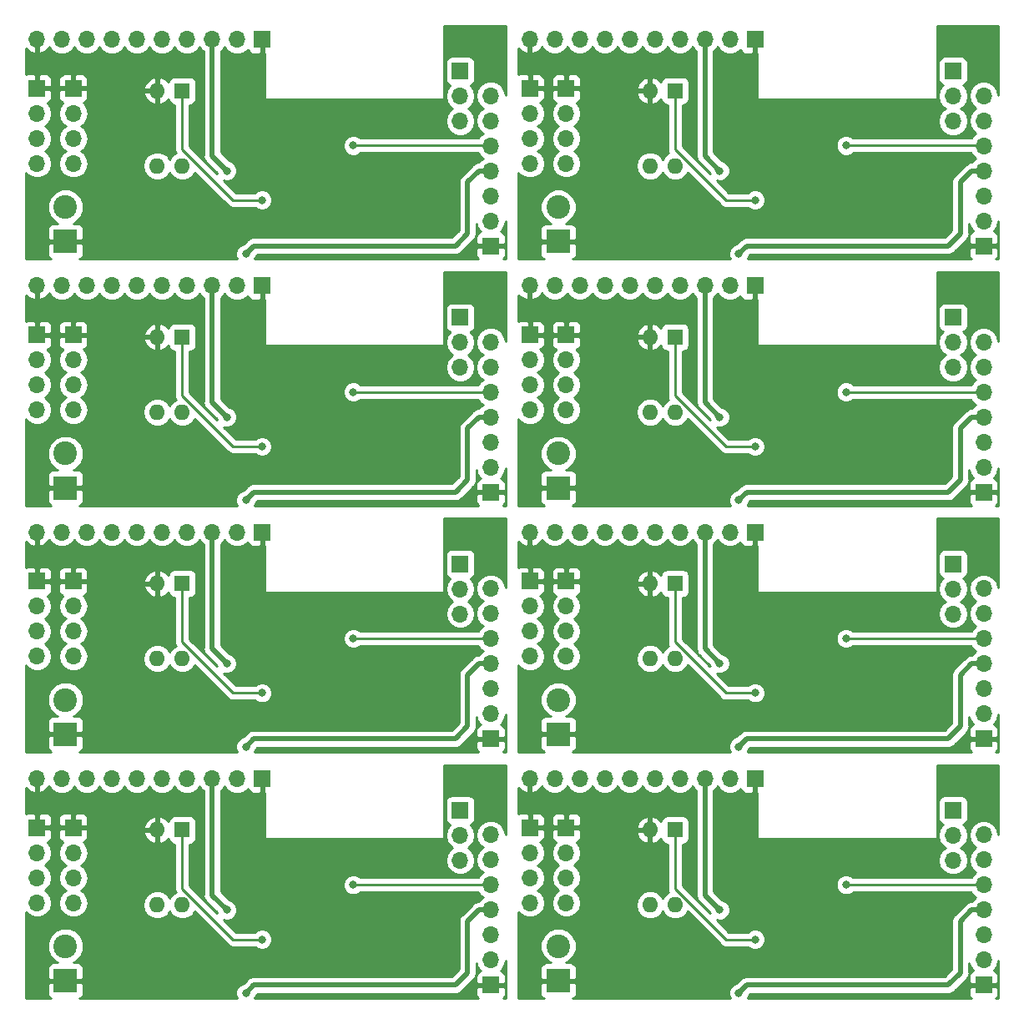
<source format=gbr>
G04 #@! TF.GenerationSoftware,KiCad,Pcbnew,6.0.0-rc1-unknown-b491065~66~ubuntu16.04.1*
G04 #@! TF.CreationDate,2019-01-13T12:48:19+01:00
G04 #@! TF.ProjectId,esp12on,65737031-326f-46e2-9e6b-696361645f70,rev?*
G04 #@! TF.SameCoordinates,Original*
G04 #@! TF.FileFunction,Copper,L2,Bot*
G04 #@! TF.FilePolarity,Positive*
%FSLAX46Y46*%
G04 Gerber Fmt 4.6, Leading zero omitted, Abs format (unit mm)*
G04 Created by KiCad (PCBNEW 6.0.0-rc1-unknown-b491065~66~ubuntu16.04.1) date Вс 13 янв 2019 12:48:19*
%MOMM*%
%LPD*%
G04 APERTURE LIST*
%ADD10C,2.400000*%
%ADD11R,2.400000X2.400000*%
%ADD12R,1.700000X1.700000*%
%ADD13O,1.700000X1.700000*%
%ADD14R,1.600000X1.600000*%
%ADD15O,1.600000X1.600000*%
%ADD16C,0.800000*%
%ADD17C,0.250000*%
%ADD18C,0.500000*%
%ADD19C,0.254000*%
G04 APERTURE END LIST*
D10*
X94700000Y-144050000D03*
D11*
X94700000Y-147550000D03*
D12*
X95500000Y-132025001D03*
D13*
X95500000Y-134565001D03*
X95500000Y-137105001D03*
X95500000Y-139645001D03*
D12*
X134750000Y-130250000D03*
D13*
X134750000Y-132790000D03*
X134750000Y-135330000D03*
D14*
X106550000Y-132250000D03*
D15*
X104010000Y-139870000D03*
X104010000Y-132250000D03*
X106550000Y-139870000D03*
D12*
X91825001Y-132025001D03*
D13*
X91825001Y-134565001D03*
X91825001Y-137105001D03*
X91825001Y-139645001D03*
D12*
X114650000Y-127050000D03*
D13*
X112110000Y-127050000D03*
X109570000Y-127050000D03*
X107030000Y-127050000D03*
X104490000Y-127050000D03*
X101950000Y-127050000D03*
X99410000Y-127050000D03*
X96870000Y-127050000D03*
X94330000Y-127050000D03*
X91790000Y-127050000D03*
X137840000Y-132760000D03*
X137840000Y-135300000D03*
X137840000Y-137840000D03*
X137840000Y-140380000D03*
X137840000Y-142920000D03*
X137840000Y-145460000D03*
D12*
X137840000Y-148000000D03*
D11*
X144700000Y-147550000D03*
D10*
X144700000Y-144050000D03*
D13*
X145500000Y-139645001D03*
X145500000Y-137105001D03*
X145500000Y-134565001D03*
D12*
X145500000Y-132025001D03*
D13*
X184750000Y-135330000D03*
X184750000Y-132790000D03*
D12*
X184750000Y-130250000D03*
D15*
X156550000Y-139870000D03*
X154010000Y-132250000D03*
X154010000Y-139870000D03*
D14*
X156550000Y-132250000D03*
D13*
X141825001Y-139645001D03*
X141825001Y-137105001D03*
X141825001Y-134565001D03*
D12*
X141825001Y-132025001D03*
D13*
X141790000Y-127050000D03*
X144330000Y-127050000D03*
X146870000Y-127050000D03*
X149410000Y-127050000D03*
X151950000Y-127050000D03*
X154490000Y-127050000D03*
X157030000Y-127050000D03*
X159570000Y-127050000D03*
X162110000Y-127050000D03*
D12*
X164650000Y-127050000D03*
X187840000Y-148000000D03*
D13*
X187840000Y-145460000D03*
X187840000Y-142920000D03*
X187840000Y-140380000D03*
X187840000Y-137840000D03*
X187840000Y-135300000D03*
X187840000Y-132760000D03*
D11*
X94700000Y-122550000D03*
D10*
X94700000Y-119050000D03*
D13*
X95500000Y-114645001D03*
X95500000Y-112105001D03*
X95500000Y-109565001D03*
D12*
X95500000Y-107025001D03*
D13*
X134750000Y-110330000D03*
X134750000Y-107790000D03*
D12*
X134750000Y-105250000D03*
D15*
X106550000Y-114870000D03*
X104010000Y-107250000D03*
X104010000Y-114870000D03*
D14*
X106550000Y-107250000D03*
D13*
X91825001Y-114645001D03*
X91825001Y-112105001D03*
X91825001Y-109565001D03*
D12*
X91825001Y-107025001D03*
D13*
X91790000Y-102050000D03*
X94330000Y-102050000D03*
X96870000Y-102050000D03*
X99410000Y-102050000D03*
X101950000Y-102050000D03*
X104490000Y-102050000D03*
X107030000Y-102050000D03*
X109570000Y-102050000D03*
X112110000Y-102050000D03*
D12*
X114650000Y-102050000D03*
X137840000Y-123000000D03*
D13*
X137840000Y-120460000D03*
X137840000Y-117920000D03*
X137840000Y-115380000D03*
X137840000Y-112840000D03*
X137840000Y-110300000D03*
X137840000Y-107760000D03*
D10*
X144700000Y-119050000D03*
D11*
X144700000Y-122550000D03*
D12*
X145500000Y-107025001D03*
D13*
X145500000Y-109565001D03*
X145500000Y-112105001D03*
X145500000Y-114645001D03*
D12*
X184750000Y-105250000D03*
D13*
X184750000Y-107790000D03*
X184750000Y-110330000D03*
D14*
X156550000Y-107250000D03*
D15*
X154010000Y-114870000D03*
X154010000Y-107250000D03*
X156550000Y-114870000D03*
D12*
X141825001Y-107025001D03*
D13*
X141825001Y-109565001D03*
X141825001Y-112105001D03*
X141825001Y-114645001D03*
D12*
X164650000Y-102050000D03*
D13*
X162110000Y-102050000D03*
X159570000Y-102050000D03*
X157030000Y-102050000D03*
X154490000Y-102050000D03*
X151950000Y-102050000D03*
X149410000Y-102050000D03*
X146870000Y-102050000D03*
X144330000Y-102050000D03*
X141790000Y-102050000D03*
X187840000Y-107760000D03*
X187840000Y-110300000D03*
X187840000Y-112840000D03*
X187840000Y-115380000D03*
X187840000Y-117920000D03*
X187840000Y-120460000D03*
D12*
X187840000Y-123000000D03*
D10*
X94700000Y-94050000D03*
D11*
X94700000Y-97550000D03*
D12*
X95500000Y-82025001D03*
D13*
X95500000Y-84565001D03*
X95500000Y-87105001D03*
X95500000Y-89645001D03*
D12*
X134750000Y-80250000D03*
D13*
X134750000Y-82790000D03*
X134750000Y-85330000D03*
D14*
X106550000Y-82250000D03*
D15*
X104010000Y-89870000D03*
X104010000Y-82250000D03*
X106550000Y-89870000D03*
D12*
X91825001Y-82025001D03*
D13*
X91825001Y-84565001D03*
X91825001Y-87105001D03*
X91825001Y-89645001D03*
D12*
X114650000Y-77050000D03*
D13*
X112110000Y-77050000D03*
X109570000Y-77050000D03*
X107030000Y-77050000D03*
X104490000Y-77050000D03*
X101950000Y-77050000D03*
X99410000Y-77050000D03*
X96870000Y-77050000D03*
X94330000Y-77050000D03*
X91790000Y-77050000D03*
X137840000Y-82760000D03*
X137840000Y-85300000D03*
X137840000Y-87840000D03*
X137840000Y-90380000D03*
X137840000Y-92920000D03*
X137840000Y-95460000D03*
D12*
X137840000Y-98000000D03*
D11*
X144700000Y-97550000D03*
D10*
X144700000Y-94050000D03*
D13*
X145500000Y-89645001D03*
X145500000Y-87105001D03*
X145500000Y-84565001D03*
D12*
X145500000Y-82025001D03*
D13*
X184750000Y-85330000D03*
X184750000Y-82790000D03*
D12*
X184750000Y-80250000D03*
D15*
X156550000Y-89870000D03*
X154010000Y-82250000D03*
X154010000Y-89870000D03*
D14*
X156550000Y-82250000D03*
D13*
X141825001Y-89645001D03*
X141825001Y-87105001D03*
X141825001Y-84565001D03*
D12*
X141825001Y-82025001D03*
D13*
X141790000Y-77050000D03*
X144330000Y-77050000D03*
X146870000Y-77050000D03*
X149410000Y-77050000D03*
X151950000Y-77050000D03*
X154490000Y-77050000D03*
X157030000Y-77050000D03*
X159570000Y-77050000D03*
X162110000Y-77050000D03*
D12*
X164650000Y-77050000D03*
X187840000Y-98000000D03*
D13*
X187840000Y-95460000D03*
X187840000Y-92920000D03*
X187840000Y-90380000D03*
X187840000Y-87840000D03*
X187840000Y-85300000D03*
X187840000Y-82760000D03*
D10*
X144700000Y-69050000D03*
D11*
X144700000Y-72550000D03*
D12*
X145500000Y-57025001D03*
D13*
X145500000Y-59565001D03*
X145500000Y-62105001D03*
X145500000Y-64645001D03*
D12*
X184750000Y-55250000D03*
D13*
X184750000Y-57790000D03*
X184750000Y-60330000D03*
D14*
X156550000Y-57250000D03*
D15*
X154010000Y-64870000D03*
X154010000Y-57250000D03*
X156550000Y-64870000D03*
D12*
X141825001Y-57025001D03*
D13*
X141825001Y-59565001D03*
X141825001Y-62105001D03*
X141825001Y-64645001D03*
D12*
X164650000Y-52050000D03*
D13*
X162110000Y-52050000D03*
X159570000Y-52050000D03*
X157030000Y-52050000D03*
X154490000Y-52050000D03*
X151950000Y-52050000D03*
X149410000Y-52050000D03*
X146870000Y-52050000D03*
X144330000Y-52050000D03*
X141790000Y-52050000D03*
X187840000Y-57760000D03*
X187840000Y-60300000D03*
X187840000Y-62840000D03*
X187840000Y-65380000D03*
X187840000Y-67920000D03*
X187840000Y-70460000D03*
D12*
X187840000Y-73000000D03*
D13*
X91790000Y-52050000D03*
X94330000Y-52050000D03*
X96870000Y-52050000D03*
X99410000Y-52050000D03*
X101950000Y-52050000D03*
X104490000Y-52050000D03*
X107030000Y-52050000D03*
X109570000Y-52050000D03*
X112110000Y-52050000D03*
D12*
X114650000Y-52050000D03*
D15*
X106550000Y-64870000D03*
X104010000Y-57250000D03*
X104010000Y-64870000D03*
D14*
X106550000Y-57250000D03*
D13*
X134750000Y-60330000D03*
X134750000Y-57790000D03*
D12*
X134750000Y-55250000D03*
D13*
X95500000Y-64645001D03*
X95500000Y-62105001D03*
X95500000Y-59565001D03*
D12*
X95500000Y-57025001D03*
D13*
X91825001Y-64645001D03*
X91825001Y-62105001D03*
X91825001Y-59565001D03*
D12*
X91825001Y-57025001D03*
D11*
X94700000Y-72550000D03*
D10*
X94700000Y-69050000D03*
D12*
X137840000Y-73000000D03*
D13*
X137840000Y-70460000D03*
X137840000Y-67920000D03*
X137840000Y-65380000D03*
X137840000Y-62840000D03*
X137840000Y-60300000D03*
X137840000Y-57760000D03*
D16*
X92710000Y-54620000D03*
X98910000Y-57920000D03*
X97010000Y-72420000D03*
X91710000Y-72320000D03*
X106310000Y-72620000D03*
X112310000Y-70620000D03*
X121910000Y-71620000D03*
X128310000Y-71520000D03*
X135710000Y-73720000D03*
X142710000Y-54620000D03*
X148910000Y-57920000D03*
X147010000Y-72420000D03*
X141710000Y-72320000D03*
X156310000Y-72620000D03*
X162310000Y-70620000D03*
X171910000Y-71620000D03*
X178310000Y-71520000D03*
X185710000Y-73720000D03*
X142710000Y-79620000D03*
X148910000Y-82920000D03*
X147010000Y-97420000D03*
X141710000Y-97320000D03*
X156310000Y-97620000D03*
X162310000Y-95620000D03*
X171910000Y-96620000D03*
X178310000Y-96520000D03*
X185710000Y-98720000D03*
X92710000Y-79620000D03*
X98910000Y-82920000D03*
X97010000Y-97420000D03*
X91710000Y-97320000D03*
X106310000Y-97620000D03*
X112310000Y-95620000D03*
X121910000Y-96620000D03*
X128310000Y-96520000D03*
X135710000Y-98720000D03*
X142710000Y-104620000D03*
X148910000Y-107920000D03*
X147010000Y-122420000D03*
X141710000Y-122320000D03*
X156310000Y-122620000D03*
X162310000Y-120620000D03*
X171910000Y-121620000D03*
X178310000Y-121520000D03*
X185710000Y-123720000D03*
X92710000Y-104620000D03*
X98910000Y-107920000D03*
X97010000Y-122420000D03*
X91710000Y-122320000D03*
X106310000Y-122620000D03*
X112310000Y-120620000D03*
X121910000Y-121620000D03*
X128310000Y-121520000D03*
X135710000Y-123720000D03*
X142710000Y-129620000D03*
X148910000Y-132920000D03*
X147010000Y-147420000D03*
X141710000Y-147320000D03*
X156310000Y-147620000D03*
X162310000Y-145620000D03*
X171910000Y-146620000D03*
X178310000Y-146520000D03*
X185710000Y-148720000D03*
X92710000Y-129620000D03*
X98910000Y-132920000D03*
X97010000Y-147420000D03*
X91710000Y-147320000D03*
X106310000Y-147620000D03*
X112310000Y-145620000D03*
X121910000Y-146620000D03*
X128310000Y-146520000D03*
X135710000Y-148720000D03*
X123890000Y-62820000D03*
X173890000Y-62820000D03*
X173890000Y-87820000D03*
X123890000Y-87820000D03*
X173890000Y-112820000D03*
X123890000Y-112820000D03*
X173890000Y-137820000D03*
X123890000Y-137820000D03*
X114650000Y-68350000D03*
X164650000Y-68350000D03*
X164650000Y-93350000D03*
X114650000Y-93350000D03*
X164650000Y-118350000D03*
X114650000Y-118350000D03*
X164650000Y-143350000D03*
X114650000Y-143350000D03*
X113000000Y-73800000D03*
X111080000Y-65370000D03*
X161080000Y-65370000D03*
X163000000Y-73800000D03*
X111080000Y-90370000D03*
X161080000Y-90370000D03*
X163000000Y-98800000D03*
X113000000Y-98800000D03*
X111080000Y-115370000D03*
X161080000Y-115370000D03*
X163000000Y-123800000D03*
X113000000Y-123800000D03*
X111080000Y-140370000D03*
X161080000Y-140370000D03*
X163000000Y-148800000D03*
X113000000Y-148800000D03*
D17*
X137820000Y-62820000D02*
X137840000Y-62840000D01*
X123890000Y-62820000D02*
X137820000Y-62820000D01*
X187820000Y-62820000D02*
X187840000Y-62840000D01*
X173890000Y-62820000D02*
X187820000Y-62820000D01*
X187820000Y-87820000D02*
X187840000Y-87840000D01*
X173890000Y-87820000D02*
X187820000Y-87820000D01*
X137820000Y-87820000D02*
X137840000Y-87840000D01*
X123890000Y-87820000D02*
X137820000Y-87820000D01*
X187820000Y-112820000D02*
X187840000Y-112840000D01*
X173890000Y-112820000D02*
X187820000Y-112820000D01*
X137820000Y-112820000D02*
X137840000Y-112840000D01*
X123890000Y-112820000D02*
X137820000Y-112820000D01*
X187820000Y-137820000D02*
X187840000Y-137840000D01*
X173890000Y-137820000D02*
X187820000Y-137820000D01*
X137820000Y-137820000D02*
X137840000Y-137840000D01*
X123890000Y-137820000D02*
X137820000Y-137820000D01*
X106550000Y-58300000D02*
X106550000Y-57250000D01*
X106550000Y-63204998D02*
X106550000Y-58300000D01*
X111695002Y-68350000D02*
X106550000Y-63204998D01*
X114650000Y-68350000D02*
X111695002Y-68350000D01*
X156550000Y-63204998D02*
X156550000Y-58300000D01*
X161695002Y-68350000D02*
X156550000Y-63204998D01*
X164650000Y-68350000D02*
X161695002Y-68350000D01*
X156550000Y-58300000D02*
X156550000Y-57250000D01*
X156550000Y-88204998D02*
X156550000Y-83300000D01*
X161695002Y-93350000D02*
X156550000Y-88204998D01*
X164650000Y-93350000D02*
X161695002Y-93350000D01*
X156550000Y-83300000D02*
X156550000Y-82250000D01*
X106550000Y-88204998D02*
X106550000Y-83300000D01*
X111695002Y-93350000D02*
X106550000Y-88204998D01*
X114650000Y-93350000D02*
X111695002Y-93350000D01*
X106550000Y-83300000D02*
X106550000Y-82250000D01*
X156550000Y-113204998D02*
X156550000Y-108300000D01*
X161695002Y-118350000D02*
X156550000Y-113204998D01*
X164650000Y-118350000D02*
X161695002Y-118350000D01*
X156550000Y-108300000D02*
X156550000Y-107250000D01*
X106550000Y-113204998D02*
X106550000Y-108300000D01*
X111695002Y-118350000D02*
X106550000Y-113204998D01*
X114650000Y-118350000D02*
X111695002Y-118350000D01*
X106550000Y-108300000D02*
X106550000Y-107250000D01*
X156550000Y-138204998D02*
X156550000Y-133300000D01*
X161695002Y-143350000D02*
X156550000Y-138204998D01*
X164650000Y-143350000D02*
X161695002Y-143350000D01*
X156550000Y-133300000D02*
X156550000Y-132250000D01*
X106550000Y-138204998D02*
X106550000Y-133300000D01*
X111695002Y-143350000D02*
X106550000Y-138204998D01*
X114650000Y-143350000D02*
X111695002Y-143350000D01*
X106550000Y-133300000D02*
X106550000Y-132250000D01*
D18*
X136637919Y-65380000D02*
X135500000Y-66517919D01*
X137840000Y-65380000D02*
X136637919Y-65380000D01*
X135500000Y-66517919D02*
X135500000Y-71750000D01*
X135500000Y-71750000D02*
X134250000Y-73000000D01*
X113800000Y-73000000D02*
X113000000Y-73800000D01*
X134250000Y-73000000D02*
X113800000Y-73000000D01*
X109570000Y-63860000D02*
X111080000Y-65370000D01*
X109570000Y-52050000D02*
X109570000Y-63860000D01*
X163800000Y-73000000D02*
X163000000Y-73800000D01*
X184250000Y-73000000D02*
X163800000Y-73000000D01*
X159570000Y-63860000D02*
X161080000Y-65370000D01*
X159570000Y-52050000D02*
X159570000Y-63860000D01*
X186637919Y-65380000D02*
X185500000Y-66517919D01*
X187840000Y-65380000D02*
X186637919Y-65380000D01*
X185500000Y-66517919D02*
X185500000Y-71750000D01*
X185500000Y-71750000D02*
X184250000Y-73000000D01*
X113800000Y-98000000D02*
X113000000Y-98800000D01*
X134250000Y-98000000D02*
X113800000Y-98000000D01*
X109570000Y-88860000D02*
X111080000Y-90370000D01*
X109570000Y-77050000D02*
X109570000Y-88860000D01*
X163800000Y-98000000D02*
X163000000Y-98800000D01*
X184250000Y-98000000D02*
X163800000Y-98000000D01*
X159570000Y-88860000D02*
X161080000Y-90370000D01*
X159570000Y-77050000D02*
X159570000Y-88860000D01*
X186637919Y-90380000D02*
X185500000Y-91517919D01*
X187840000Y-90380000D02*
X186637919Y-90380000D01*
X185500000Y-91517919D02*
X185500000Y-96750000D01*
X185500000Y-96750000D02*
X184250000Y-98000000D01*
X136637919Y-90380000D02*
X135500000Y-91517919D01*
X137840000Y-90380000D02*
X136637919Y-90380000D01*
X135500000Y-91517919D02*
X135500000Y-96750000D01*
X135500000Y-96750000D02*
X134250000Y-98000000D01*
X113800000Y-123000000D02*
X113000000Y-123800000D01*
X134250000Y-123000000D02*
X113800000Y-123000000D01*
X109570000Y-113860000D02*
X111080000Y-115370000D01*
X109570000Y-102050000D02*
X109570000Y-113860000D01*
X163800000Y-123000000D02*
X163000000Y-123800000D01*
X184250000Y-123000000D02*
X163800000Y-123000000D01*
X159570000Y-113860000D02*
X161080000Y-115370000D01*
X159570000Y-102050000D02*
X159570000Y-113860000D01*
X186637919Y-115380000D02*
X185500000Y-116517919D01*
X187840000Y-115380000D02*
X186637919Y-115380000D01*
X185500000Y-116517919D02*
X185500000Y-121750000D01*
X185500000Y-121750000D02*
X184250000Y-123000000D01*
X136637919Y-115380000D02*
X135500000Y-116517919D01*
X137840000Y-115380000D02*
X136637919Y-115380000D01*
X135500000Y-116517919D02*
X135500000Y-121750000D01*
X135500000Y-121750000D02*
X134250000Y-123000000D01*
X113800000Y-148000000D02*
X113000000Y-148800000D01*
X134250000Y-148000000D02*
X113800000Y-148000000D01*
X109570000Y-138860000D02*
X111080000Y-140370000D01*
X109570000Y-127050000D02*
X109570000Y-138860000D01*
X163800000Y-148000000D02*
X163000000Y-148800000D01*
X184250000Y-148000000D02*
X163800000Y-148000000D01*
X159570000Y-138860000D02*
X161080000Y-140370000D01*
X159570000Y-127050000D02*
X159570000Y-138860000D01*
X186637919Y-140380000D02*
X185500000Y-141517919D01*
X187840000Y-140380000D02*
X186637919Y-140380000D01*
X185500000Y-141517919D02*
X185500000Y-146750000D01*
X185500000Y-146750000D02*
X184250000Y-148000000D01*
X136637919Y-140380000D02*
X135500000Y-141517919D01*
X137840000Y-140380000D02*
X136637919Y-140380000D01*
X135500000Y-141517919D02*
X135500000Y-146750000D01*
X135500000Y-146750000D02*
X134250000Y-148000000D01*
D19*
G36*
X139340001Y-74340000D02*
G01*
X139098025Y-74340000D01*
X139228327Y-74209699D01*
X139325000Y-73976310D01*
X139325000Y-73285750D01*
X139166250Y-73127000D01*
X137967000Y-73127000D01*
X137967000Y-73147000D01*
X137713000Y-73147000D01*
X137713000Y-73127000D01*
X136513750Y-73127000D01*
X136355000Y-73285750D01*
X136355000Y-73976310D01*
X136451673Y-74209699D01*
X136581975Y-74340000D01*
X113896601Y-74340000D01*
X114027431Y-74024148D01*
X114166579Y-73885000D01*
X134162839Y-73885000D01*
X134250000Y-73902337D01*
X134337161Y-73885000D01*
X134337165Y-73885000D01*
X134595310Y-73833652D01*
X134888049Y-73638049D01*
X134937425Y-73564153D01*
X136064156Y-72437423D01*
X136138049Y-72388049D01*
X136220770Y-72264250D01*
X136333652Y-72095310D01*
X136363550Y-71945000D01*
X136385000Y-71837165D01*
X136385000Y-71837161D01*
X136402337Y-71750000D01*
X136385000Y-71662839D01*
X136385000Y-70757077D01*
X136441161Y-71039418D01*
X136769375Y-71530625D01*
X136791033Y-71545096D01*
X136630302Y-71611673D01*
X136451673Y-71790301D01*
X136355000Y-72023690D01*
X136355000Y-72714250D01*
X136513750Y-72873000D01*
X137713000Y-72873000D01*
X137713000Y-72853000D01*
X137967000Y-72853000D01*
X137967000Y-72873000D01*
X139166250Y-72873000D01*
X139325000Y-72714250D01*
X139325000Y-72023690D01*
X139228327Y-71790301D01*
X139049698Y-71611673D01*
X138888967Y-71545096D01*
X138910625Y-71530625D01*
X139238839Y-71039418D01*
X139340001Y-70530842D01*
X139340001Y-74340000D01*
X139340001Y-74340000D01*
G37*
X139340001Y-74340000D02*
X139098025Y-74340000D01*
X139228327Y-74209699D01*
X139325000Y-73976310D01*
X139325000Y-73285750D01*
X139166250Y-73127000D01*
X137967000Y-73127000D01*
X137967000Y-73147000D01*
X137713000Y-73147000D01*
X137713000Y-73127000D01*
X136513750Y-73127000D01*
X136355000Y-73285750D01*
X136355000Y-73976310D01*
X136451673Y-74209699D01*
X136581975Y-74340000D01*
X113896601Y-74340000D01*
X114027431Y-74024148D01*
X114166579Y-73885000D01*
X134162839Y-73885000D01*
X134250000Y-73902337D01*
X134337161Y-73885000D01*
X134337165Y-73885000D01*
X134595310Y-73833652D01*
X134888049Y-73638049D01*
X134937425Y-73564153D01*
X136064156Y-72437423D01*
X136138049Y-72388049D01*
X136220770Y-72264250D01*
X136333652Y-72095310D01*
X136363550Y-71945000D01*
X136385000Y-71837165D01*
X136385000Y-71837161D01*
X136402337Y-71750000D01*
X136385000Y-71662839D01*
X136385000Y-70757077D01*
X136441161Y-71039418D01*
X136769375Y-71530625D01*
X136791033Y-71545096D01*
X136630302Y-71611673D01*
X136451673Y-71790301D01*
X136355000Y-72023690D01*
X136355000Y-72714250D01*
X136513750Y-72873000D01*
X137713000Y-72873000D01*
X137713000Y-72853000D01*
X137967000Y-72853000D01*
X137967000Y-72873000D01*
X139166250Y-72873000D01*
X139325000Y-72714250D01*
X139325000Y-72023690D01*
X139228327Y-71790301D01*
X139049698Y-71611673D01*
X138888967Y-71545096D01*
X138910625Y-71530625D01*
X139238839Y-71039418D01*
X139340001Y-70530842D01*
X139340001Y-74340000D01*
G36*
X139340001Y-57689159D02*
G01*
X139238839Y-57180582D01*
X138910625Y-56689375D01*
X138419418Y-56361161D01*
X137986256Y-56275000D01*
X137693744Y-56275000D01*
X137260582Y-56361161D01*
X136769375Y-56689375D01*
X136441161Y-57180582D01*
X136325908Y-57760000D01*
X136441161Y-58339418D01*
X136769375Y-58830625D01*
X137067761Y-59030000D01*
X136769375Y-59229375D01*
X136441161Y-59720582D01*
X136325908Y-60300000D01*
X136441161Y-60879418D01*
X136769375Y-61370625D01*
X137067761Y-61570000D01*
X136769375Y-61769375D01*
X136575186Y-62060000D01*
X124593711Y-62060000D01*
X124476280Y-61942569D01*
X124095874Y-61785000D01*
X123684126Y-61785000D01*
X123303720Y-61942569D01*
X123012569Y-62233720D01*
X122855000Y-62614126D01*
X122855000Y-63025874D01*
X123012569Y-63406280D01*
X123303720Y-63697431D01*
X123684126Y-63855000D01*
X124095874Y-63855000D01*
X124476280Y-63697431D01*
X124593711Y-63580000D01*
X136548458Y-63580000D01*
X136769375Y-63910625D01*
X137067761Y-64110000D01*
X136769375Y-64309375D01*
X136654698Y-64481001D01*
X136637918Y-64477663D01*
X136550758Y-64495000D01*
X136550754Y-64495000D01*
X136292609Y-64546348D01*
X136292607Y-64546349D01*
X136292608Y-64546349D01*
X136073764Y-64692576D01*
X136073763Y-64692577D01*
X135999870Y-64741951D01*
X135950496Y-64815844D01*
X134935847Y-65830494D01*
X134861951Y-65879870D01*
X134666348Y-66172610D01*
X134615000Y-66430755D01*
X134615000Y-66430758D01*
X134597663Y-66517919D01*
X134615000Y-66605080D01*
X134615001Y-71383420D01*
X133883422Y-72115000D01*
X113887161Y-72115000D01*
X113800000Y-72097663D01*
X113712839Y-72115000D01*
X113712835Y-72115000D01*
X113454690Y-72166348D01*
X113235845Y-72312576D01*
X113235844Y-72312577D01*
X113161951Y-72361951D01*
X113112577Y-72435844D01*
X112775852Y-72772569D01*
X112413720Y-72922569D01*
X112122569Y-73213720D01*
X111965000Y-73594126D01*
X111965000Y-74005874D01*
X112103399Y-74340000D01*
X96134949Y-74340000D01*
X96259699Y-74288327D01*
X96438327Y-74109698D01*
X96535000Y-73876309D01*
X96535000Y-72835750D01*
X96376250Y-72677000D01*
X94827000Y-72677000D01*
X94827000Y-72697000D01*
X94573000Y-72697000D01*
X94573000Y-72677000D01*
X93023750Y-72677000D01*
X92865000Y-72835750D01*
X92865000Y-73876309D01*
X92961673Y-74109698D01*
X93140301Y-74288327D01*
X93265051Y-74340000D01*
X90660000Y-74340000D01*
X90660000Y-68684996D01*
X92865000Y-68684996D01*
X92865000Y-69415004D01*
X93144362Y-70089444D01*
X93660556Y-70605638D01*
X93924579Y-70715000D01*
X93373690Y-70715000D01*
X93140301Y-70811673D01*
X92961673Y-70990302D01*
X92865000Y-71223691D01*
X92865000Y-72264250D01*
X93023750Y-72423000D01*
X94573000Y-72423000D01*
X94573000Y-72403000D01*
X94827000Y-72403000D01*
X94827000Y-72423000D01*
X96376250Y-72423000D01*
X96535000Y-72264250D01*
X96535000Y-71223691D01*
X96438327Y-70990302D01*
X96259699Y-70811673D01*
X96026310Y-70715000D01*
X95475421Y-70715000D01*
X95739444Y-70605638D01*
X96255638Y-70089444D01*
X96535000Y-69415004D01*
X96535000Y-68684996D01*
X96255638Y-68010556D01*
X95739444Y-67494362D01*
X95065004Y-67215000D01*
X94334996Y-67215000D01*
X93660556Y-67494362D01*
X93144362Y-68010556D01*
X92865000Y-68684996D01*
X90660000Y-68684996D01*
X90660000Y-65574382D01*
X90754376Y-65715626D01*
X91245583Y-66043840D01*
X91678745Y-66130001D01*
X91971257Y-66130001D01*
X92404419Y-66043840D01*
X92895626Y-65715626D01*
X93223840Y-65224419D01*
X93339093Y-64645001D01*
X93223840Y-64065583D01*
X92895626Y-63574376D01*
X92597240Y-63375001D01*
X92895626Y-63175626D01*
X93223840Y-62684419D01*
X93339093Y-62105001D01*
X93223840Y-61525583D01*
X92895626Y-61034376D01*
X92597240Y-60835001D01*
X92895626Y-60635626D01*
X93223840Y-60144419D01*
X93339093Y-59565001D01*
X93985908Y-59565001D01*
X94101161Y-60144419D01*
X94429375Y-60635626D01*
X94727761Y-60835001D01*
X94429375Y-61034376D01*
X94101161Y-61525583D01*
X93985908Y-62105001D01*
X94101161Y-62684419D01*
X94429375Y-63175626D01*
X94727761Y-63375001D01*
X94429375Y-63574376D01*
X94101161Y-64065583D01*
X93985908Y-64645001D01*
X94101161Y-65224419D01*
X94429375Y-65715626D01*
X94920582Y-66043840D01*
X95353744Y-66130001D01*
X95646256Y-66130001D01*
X96079418Y-66043840D01*
X96570625Y-65715626D01*
X96898839Y-65224419D01*
X97014092Y-64645001D01*
X96898839Y-64065583D01*
X96570625Y-63574376D01*
X96272239Y-63375001D01*
X96570625Y-63175626D01*
X96898839Y-62684419D01*
X97014092Y-62105001D01*
X96898839Y-61525583D01*
X96570625Y-61034376D01*
X96272239Y-60835001D01*
X96570625Y-60635626D01*
X96898839Y-60144419D01*
X97014092Y-59565001D01*
X96898839Y-58985583D01*
X96570625Y-58494376D01*
X96548967Y-58479905D01*
X96709698Y-58413328D01*
X96888327Y-58234700D01*
X96985000Y-58001311D01*
X96985000Y-57599041D01*
X102618086Y-57599041D01*
X102857611Y-58105134D01*
X103272577Y-58481041D01*
X103660961Y-58641904D01*
X103883000Y-58519915D01*
X103883000Y-57377000D01*
X102739371Y-57377000D01*
X102618086Y-57599041D01*
X96985000Y-57599041D01*
X96985000Y-57310751D01*
X96826250Y-57152001D01*
X95627000Y-57152001D01*
X95627000Y-57172001D01*
X95373000Y-57172001D01*
X95373000Y-57152001D01*
X94173750Y-57152001D01*
X94015000Y-57310751D01*
X94015000Y-58001311D01*
X94111673Y-58234700D01*
X94290302Y-58413328D01*
X94451033Y-58479905D01*
X94429375Y-58494376D01*
X94101161Y-58985583D01*
X93985908Y-59565001D01*
X93339093Y-59565001D01*
X93223840Y-58985583D01*
X92895626Y-58494376D01*
X92873968Y-58479905D01*
X93034699Y-58413328D01*
X93213328Y-58234700D01*
X93310001Y-58001311D01*
X93310001Y-57310751D01*
X93151251Y-57152001D01*
X91952001Y-57152001D01*
X91952001Y-57172001D01*
X91698001Y-57172001D01*
X91698001Y-57152001D01*
X91678001Y-57152001D01*
X91678001Y-56900959D01*
X102618086Y-56900959D01*
X102739371Y-57123000D01*
X103883000Y-57123000D01*
X103883000Y-55980085D01*
X103660961Y-55858096D01*
X103272577Y-56018959D01*
X102857611Y-56394866D01*
X102618086Y-56900959D01*
X91678001Y-56900959D01*
X91678001Y-56898001D01*
X91698001Y-56898001D01*
X91698001Y-55698751D01*
X91952001Y-55698751D01*
X91952001Y-56898001D01*
X93151251Y-56898001D01*
X93310001Y-56739251D01*
X93310001Y-56048691D01*
X94015000Y-56048691D01*
X94015000Y-56739251D01*
X94173750Y-56898001D01*
X95373000Y-56898001D01*
X95373000Y-55698751D01*
X95627000Y-55698751D01*
X95627000Y-56898001D01*
X96826250Y-56898001D01*
X96985000Y-56739251D01*
X96985000Y-56048691D01*
X96888327Y-55815302D01*
X96709698Y-55636674D01*
X96476309Y-55540001D01*
X95785750Y-55540001D01*
X95627000Y-55698751D01*
X95373000Y-55698751D01*
X95214250Y-55540001D01*
X94523691Y-55540001D01*
X94290302Y-55636674D01*
X94111673Y-55815302D01*
X94015000Y-56048691D01*
X93310001Y-56048691D01*
X93213328Y-55815302D01*
X93034699Y-55636674D01*
X92801310Y-55540001D01*
X92110751Y-55540001D01*
X91952001Y-55698751D01*
X91698001Y-55698751D01*
X91539251Y-55540001D01*
X90848692Y-55540001D01*
X90660000Y-55618160D01*
X90660000Y-52990761D01*
X91023076Y-53321645D01*
X91433110Y-53491476D01*
X91663000Y-53370155D01*
X91663000Y-52177000D01*
X91643000Y-52177000D01*
X91643000Y-51923000D01*
X91663000Y-51923000D01*
X91663000Y-51903000D01*
X91917000Y-51903000D01*
X91917000Y-51923000D01*
X91937000Y-51923000D01*
X91937000Y-52177000D01*
X91917000Y-52177000D01*
X91917000Y-53370155D01*
X92146890Y-53491476D01*
X92556924Y-53321645D01*
X92985183Y-52931358D01*
X93046157Y-52801522D01*
X93259375Y-53120625D01*
X93750582Y-53448839D01*
X94183744Y-53535000D01*
X94476256Y-53535000D01*
X94909418Y-53448839D01*
X95400625Y-53120625D01*
X95600000Y-52822239D01*
X95799375Y-53120625D01*
X96290582Y-53448839D01*
X96723744Y-53535000D01*
X97016256Y-53535000D01*
X97449418Y-53448839D01*
X97940625Y-53120625D01*
X98140000Y-52822239D01*
X98339375Y-53120625D01*
X98830582Y-53448839D01*
X99263744Y-53535000D01*
X99556256Y-53535000D01*
X99989418Y-53448839D01*
X100480625Y-53120625D01*
X100680000Y-52822239D01*
X100879375Y-53120625D01*
X101370582Y-53448839D01*
X101803744Y-53535000D01*
X102096256Y-53535000D01*
X102529418Y-53448839D01*
X103020625Y-53120625D01*
X103220000Y-52822239D01*
X103419375Y-53120625D01*
X103910582Y-53448839D01*
X104343744Y-53535000D01*
X104636256Y-53535000D01*
X105069418Y-53448839D01*
X105560625Y-53120625D01*
X105760000Y-52822239D01*
X105959375Y-53120625D01*
X106450582Y-53448839D01*
X106883744Y-53535000D01*
X107176256Y-53535000D01*
X107609418Y-53448839D01*
X108100625Y-53120625D01*
X108300000Y-52822239D01*
X108499375Y-53120625D01*
X108685000Y-53244656D01*
X108685001Y-63772834D01*
X108667663Y-63860000D01*
X108736348Y-64205309D01*
X108882576Y-64424154D01*
X108882578Y-64424156D01*
X108931952Y-64498049D01*
X109005845Y-64547423D01*
X110052569Y-65594148D01*
X110079876Y-65660073D01*
X107310000Y-62890197D01*
X107310000Y-58697440D01*
X107350000Y-58697440D01*
X107597765Y-58648157D01*
X107807809Y-58507809D01*
X107948157Y-58297765D01*
X107997440Y-58050000D01*
X107997440Y-56450000D01*
X107948157Y-56202235D01*
X107807809Y-55992191D01*
X107597765Y-55851843D01*
X107350000Y-55802560D01*
X105750000Y-55802560D01*
X105502235Y-55851843D01*
X105292191Y-55992191D01*
X105151843Y-56202235D01*
X105120987Y-56357361D01*
X104747423Y-56018959D01*
X104359039Y-55858096D01*
X104137000Y-55980085D01*
X104137000Y-57123000D01*
X104157000Y-57123000D01*
X104157000Y-57377000D01*
X104137000Y-57377000D01*
X104137000Y-58519915D01*
X104359039Y-58641904D01*
X104747423Y-58481041D01*
X105120987Y-58142639D01*
X105151843Y-58297765D01*
X105292191Y-58507809D01*
X105502235Y-58648157D01*
X105750000Y-58697440D01*
X105790001Y-58697440D01*
X105790000Y-63130151D01*
X105775112Y-63204998D01*
X105790000Y-63279845D01*
X105790000Y-63279849D01*
X105834096Y-63501534D01*
X105889971Y-63585158D01*
X105515423Y-63835423D01*
X105280000Y-64187758D01*
X105044577Y-63835423D01*
X104569909Y-63518260D01*
X104151333Y-63435000D01*
X103868667Y-63435000D01*
X103450091Y-63518260D01*
X102975423Y-63835423D01*
X102658260Y-64310091D01*
X102546887Y-64870000D01*
X102658260Y-65429909D01*
X102975423Y-65904577D01*
X103450091Y-66221740D01*
X103868667Y-66305000D01*
X104151333Y-66305000D01*
X104569909Y-66221740D01*
X105044577Y-65904577D01*
X105280000Y-65552242D01*
X105515423Y-65904577D01*
X105990091Y-66221740D01*
X106408667Y-66305000D01*
X106691333Y-66305000D01*
X107109909Y-66221740D01*
X107584577Y-65904577D01*
X107820978Y-65550778D01*
X111104673Y-68834473D01*
X111147073Y-68897929D01*
X111398465Y-69065904D01*
X111620150Y-69110000D01*
X111620154Y-69110000D01*
X111695002Y-69124888D01*
X111769850Y-69110000D01*
X113946289Y-69110000D01*
X114063720Y-69227431D01*
X114444126Y-69385000D01*
X114855874Y-69385000D01*
X115236280Y-69227431D01*
X115527431Y-68936280D01*
X115685000Y-68555874D01*
X115685000Y-68144126D01*
X115527431Y-67763720D01*
X115236280Y-67472569D01*
X114855874Y-67315000D01*
X114444126Y-67315000D01*
X114063720Y-67472569D01*
X113946289Y-67590000D01*
X112009804Y-67590000D01*
X110789928Y-66370124D01*
X110874126Y-66405000D01*
X111285874Y-66405000D01*
X111666280Y-66247431D01*
X111957431Y-65956280D01*
X112115000Y-65575874D01*
X112115000Y-65164126D01*
X111957431Y-64783720D01*
X111666280Y-64492569D01*
X111304148Y-64342569D01*
X110455000Y-63493422D01*
X110455000Y-53244656D01*
X110640625Y-53120625D01*
X110840000Y-52822239D01*
X111039375Y-53120625D01*
X111530582Y-53448839D01*
X111963744Y-53535000D01*
X112256256Y-53535000D01*
X112689418Y-53448839D01*
X113180625Y-53120625D01*
X113195096Y-53098967D01*
X113261673Y-53259698D01*
X113440301Y-53438327D01*
X113673690Y-53535000D01*
X114364250Y-53535000D01*
X114523000Y-53376250D01*
X114523000Y-52177000D01*
X114503000Y-52177000D01*
X114503000Y-51923000D01*
X114523000Y-51923000D01*
X114523000Y-51903000D01*
X114777000Y-51903000D01*
X114777000Y-51923000D01*
X114797000Y-51923000D01*
X114797000Y-52177000D01*
X114777000Y-52177000D01*
X114777000Y-53376250D01*
X114883000Y-53482250D01*
X114883000Y-58020000D01*
X114892667Y-58068601D01*
X114920197Y-58109803D01*
X114961399Y-58137333D01*
X115010000Y-58147000D01*
X133010000Y-58147000D01*
X133058601Y-58137333D01*
X133099803Y-58109803D01*
X133127333Y-58068601D01*
X133137000Y-58020000D01*
X133137000Y-57790000D01*
X133235908Y-57790000D01*
X133351161Y-58369418D01*
X133679375Y-58860625D01*
X133977761Y-59060000D01*
X133679375Y-59259375D01*
X133351161Y-59750582D01*
X133235908Y-60330000D01*
X133351161Y-60909418D01*
X133679375Y-61400625D01*
X134170582Y-61728839D01*
X134603744Y-61815000D01*
X134896256Y-61815000D01*
X135329418Y-61728839D01*
X135820625Y-61400625D01*
X136148839Y-60909418D01*
X136264092Y-60330000D01*
X136148839Y-59750582D01*
X135820625Y-59259375D01*
X135522239Y-59060000D01*
X135820625Y-58860625D01*
X136148839Y-58369418D01*
X136264092Y-57790000D01*
X136148839Y-57210582D01*
X135820625Y-56719375D01*
X135802381Y-56707184D01*
X135847765Y-56698157D01*
X136057809Y-56557809D01*
X136198157Y-56347765D01*
X136247440Y-56100000D01*
X136247440Y-54400000D01*
X136198157Y-54152235D01*
X136057809Y-53942191D01*
X135847765Y-53801843D01*
X135600000Y-53752560D01*
X133900000Y-53752560D01*
X133652235Y-53801843D01*
X133442191Y-53942191D01*
X133301843Y-54152235D01*
X133252560Y-54400000D01*
X133252560Y-56100000D01*
X133301843Y-56347765D01*
X133442191Y-56557809D01*
X133652235Y-56698157D01*
X133697619Y-56707184D01*
X133679375Y-56719375D01*
X133351161Y-57210582D01*
X133235908Y-57790000D01*
X133137000Y-57790000D01*
X133137000Y-50660000D01*
X139340001Y-50660000D01*
X139340001Y-57689159D01*
X139340001Y-57689159D01*
G37*
X139340001Y-57689159D02*
X139238839Y-57180582D01*
X138910625Y-56689375D01*
X138419418Y-56361161D01*
X137986256Y-56275000D01*
X137693744Y-56275000D01*
X137260582Y-56361161D01*
X136769375Y-56689375D01*
X136441161Y-57180582D01*
X136325908Y-57760000D01*
X136441161Y-58339418D01*
X136769375Y-58830625D01*
X137067761Y-59030000D01*
X136769375Y-59229375D01*
X136441161Y-59720582D01*
X136325908Y-60300000D01*
X136441161Y-60879418D01*
X136769375Y-61370625D01*
X137067761Y-61570000D01*
X136769375Y-61769375D01*
X136575186Y-62060000D01*
X124593711Y-62060000D01*
X124476280Y-61942569D01*
X124095874Y-61785000D01*
X123684126Y-61785000D01*
X123303720Y-61942569D01*
X123012569Y-62233720D01*
X122855000Y-62614126D01*
X122855000Y-63025874D01*
X123012569Y-63406280D01*
X123303720Y-63697431D01*
X123684126Y-63855000D01*
X124095874Y-63855000D01*
X124476280Y-63697431D01*
X124593711Y-63580000D01*
X136548458Y-63580000D01*
X136769375Y-63910625D01*
X137067761Y-64110000D01*
X136769375Y-64309375D01*
X136654698Y-64481001D01*
X136637918Y-64477663D01*
X136550758Y-64495000D01*
X136550754Y-64495000D01*
X136292609Y-64546348D01*
X136292607Y-64546349D01*
X136292608Y-64546349D01*
X136073764Y-64692576D01*
X136073763Y-64692577D01*
X135999870Y-64741951D01*
X135950496Y-64815844D01*
X134935847Y-65830494D01*
X134861951Y-65879870D01*
X134666348Y-66172610D01*
X134615000Y-66430755D01*
X134615000Y-66430758D01*
X134597663Y-66517919D01*
X134615000Y-66605080D01*
X134615001Y-71383420D01*
X133883422Y-72115000D01*
X113887161Y-72115000D01*
X113800000Y-72097663D01*
X113712839Y-72115000D01*
X113712835Y-72115000D01*
X113454690Y-72166348D01*
X113235845Y-72312576D01*
X113235844Y-72312577D01*
X113161951Y-72361951D01*
X113112577Y-72435844D01*
X112775852Y-72772569D01*
X112413720Y-72922569D01*
X112122569Y-73213720D01*
X111965000Y-73594126D01*
X111965000Y-74005874D01*
X112103399Y-74340000D01*
X96134949Y-74340000D01*
X96259699Y-74288327D01*
X96438327Y-74109698D01*
X96535000Y-73876309D01*
X96535000Y-72835750D01*
X96376250Y-72677000D01*
X94827000Y-72677000D01*
X94827000Y-72697000D01*
X94573000Y-72697000D01*
X94573000Y-72677000D01*
X93023750Y-72677000D01*
X92865000Y-72835750D01*
X92865000Y-73876309D01*
X92961673Y-74109698D01*
X93140301Y-74288327D01*
X93265051Y-74340000D01*
X90660000Y-74340000D01*
X90660000Y-68684996D01*
X92865000Y-68684996D01*
X92865000Y-69415004D01*
X93144362Y-70089444D01*
X93660556Y-70605638D01*
X93924579Y-70715000D01*
X93373690Y-70715000D01*
X93140301Y-70811673D01*
X92961673Y-70990302D01*
X92865000Y-71223691D01*
X92865000Y-72264250D01*
X93023750Y-72423000D01*
X94573000Y-72423000D01*
X94573000Y-72403000D01*
X94827000Y-72403000D01*
X94827000Y-72423000D01*
X96376250Y-72423000D01*
X96535000Y-72264250D01*
X96535000Y-71223691D01*
X96438327Y-70990302D01*
X96259699Y-70811673D01*
X96026310Y-70715000D01*
X95475421Y-70715000D01*
X95739444Y-70605638D01*
X96255638Y-70089444D01*
X96535000Y-69415004D01*
X96535000Y-68684996D01*
X96255638Y-68010556D01*
X95739444Y-67494362D01*
X95065004Y-67215000D01*
X94334996Y-67215000D01*
X93660556Y-67494362D01*
X93144362Y-68010556D01*
X92865000Y-68684996D01*
X90660000Y-68684996D01*
X90660000Y-65574382D01*
X90754376Y-65715626D01*
X91245583Y-66043840D01*
X91678745Y-66130001D01*
X91971257Y-66130001D01*
X92404419Y-66043840D01*
X92895626Y-65715626D01*
X93223840Y-65224419D01*
X93339093Y-64645001D01*
X93223840Y-64065583D01*
X92895626Y-63574376D01*
X92597240Y-63375001D01*
X92895626Y-63175626D01*
X93223840Y-62684419D01*
X93339093Y-62105001D01*
X93223840Y-61525583D01*
X92895626Y-61034376D01*
X92597240Y-60835001D01*
X92895626Y-60635626D01*
X93223840Y-60144419D01*
X93339093Y-59565001D01*
X93985908Y-59565001D01*
X94101161Y-60144419D01*
X94429375Y-60635626D01*
X94727761Y-60835001D01*
X94429375Y-61034376D01*
X94101161Y-61525583D01*
X93985908Y-62105001D01*
X94101161Y-62684419D01*
X94429375Y-63175626D01*
X94727761Y-63375001D01*
X94429375Y-63574376D01*
X94101161Y-64065583D01*
X93985908Y-64645001D01*
X94101161Y-65224419D01*
X94429375Y-65715626D01*
X94920582Y-66043840D01*
X95353744Y-66130001D01*
X95646256Y-66130001D01*
X96079418Y-66043840D01*
X96570625Y-65715626D01*
X96898839Y-65224419D01*
X97014092Y-64645001D01*
X96898839Y-64065583D01*
X96570625Y-63574376D01*
X96272239Y-63375001D01*
X96570625Y-63175626D01*
X96898839Y-62684419D01*
X97014092Y-62105001D01*
X96898839Y-61525583D01*
X96570625Y-61034376D01*
X96272239Y-60835001D01*
X96570625Y-60635626D01*
X96898839Y-60144419D01*
X97014092Y-59565001D01*
X96898839Y-58985583D01*
X96570625Y-58494376D01*
X96548967Y-58479905D01*
X96709698Y-58413328D01*
X96888327Y-58234700D01*
X96985000Y-58001311D01*
X96985000Y-57599041D01*
X102618086Y-57599041D01*
X102857611Y-58105134D01*
X103272577Y-58481041D01*
X103660961Y-58641904D01*
X103883000Y-58519915D01*
X103883000Y-57377000D01*
X102739371Y-57377000D01*
X102618086Y-57599041D01*
X96985000Y-57599041D01*
X96985000Y-57310751D01*
X96826250Y-57152001D01*
X95627000Y-57152001D01*
X95627000Y-57172001D01*
X95373000Y-57172001D01*
X95373000Y-57152001D01*
X94173750Y-57152001D01*
X94015000Y-57310751D01*
X94015000Y-58001311D01*
X94111673Y-58234700D01*
X94290302Y-58413328D01*
X94451033Y-58479905D01*
X94429375Y-58494376D01*
X94101161Y-58985583D01*
X93985908Y-59565001D01*
X93339093Y-59565001D01*
X93223840Y-58985583D01*
X92895626Y-58494376D01*
X92873968Y-58479905D01*
X93034699Y-58413328D01*
X93213328Y-58234700D01*
X93310001Y-58001311D01*
X93310001Y-57310751D01*
X93151251Y-57152001D01*
X91952001Y-57152001D01*
X91952001Y-57172001D01*
X91698001Y-57172001D01*
X91698001Y-57152001D01*
X91678001Y-57152001D01*
X91678001Y-56900959D01*
X102618086Y-56900959D01*
X102739371Y-57123000D01*
X103883000Y-57123000D01*
X103883000Y-55980085D01*
X103660961Y-55858096D01*
X103272577Y-56018959D01*
X102857611Y-56394866D01*
X102618086Y-56900959D01*
X91678001Y-56900959D01*
X91678001Y-56898001D01*
X91698001Y-56898001D01*
X91698001Y-55698751D01*
X91952001Y-55698751D01*
X91952001Y-56898001D01*
X93151251Y-56898001D01*
X93310001Y-56739251D01*
X93310001Y-56048691D01*
X94015000Y-56048691D01*
X94015000Y-56739251D01*
X94173750Y-56898001D01*
X95373000Y-56898001D01*
X95373000Y-55698751D01*
X95627000Y-55698751D01*
X95627000Y-56898001D01*
X96826250Y-56898001D01*
X96985000Y-56739251D01*
X96985000Y-56048691D01*
X96888327Y-55815302D01*
X96709698Y-55636674D01*
X96476309Y-55540001D01*
X95785750Y-55540001D01*
X95627000Y-55698751D01*
X95373000Y-55698751D01*
X95214250Y-55540001D01*
X94523691Y-55540001D01*
X94290302Y-55636674D01*
X94111673Y-55815302D01*
X94015000Y-56048691D01*
X93310001Y-56048691D01*
X93213328Y-55815302D01*
X93034699Y-55636674D01*
X92801310Y-55540001D01*
X92110751Y-55540001D01*
X91952001Y-55698751D01*
X91698001Y-55698751D01*
X91539251Y-55540001D01*
X90848692Y-55540001D01*
X90660000Y-55618160D01*
X90660000Y-52990761D01*
X91023076Y-53321645D01*
X91433110Y-53491476D01*
X91663000Y-53370155D01*
X91663000Y-52177000D01*
X91643000Y-52177000D01*
X91643000Y-51923000D01*
X91663000Y-51923000D01*
X91663000Y-51903000D01*
X91917000Y-51903000D01*
X91917000Y-51923000D01*
X91937000Y-51923000D01*
X91937000Y-52177000D01*
X91917000Y-52177000D01*
X91917000Y-53370155D01*
X92146890Y-53491476D01*
X92556924Y-53321645D01*
X92985183Y-52931358D01*
X93046157Y-52801522D01*
X93259375Y-53120625D01*
X93750582Y-53448839D01*
X94183744Y-53535000D01*
X94476256Y-53535000D01*
X94909418Y-53448839D01*
X95400625Y-53120625D01*
X95600000Y-52822239D01*
X95799375Y-53120625D01*
X96290582Y-53448839D01*
X96723744Y-53535000D01*
X97016256Y-53535000D01*
X97449418Y-53448839D01*
X97940625Y-53120625D01*
X98140000Y-52822239D01*
X98339375Y-53120625D01*
X98830582Y-53448839D01*
X99263744Y-53535000D01*
X99556256Y-53535000D01*
X99989418Y-53448839D01*
X100480625Y-53120625D01*
X100680000Y-52822239D01*
X100879375Y-53120625D01*
X101370582Y-53448839D01*
X101803744Y-53535000D01*
X102096256Y-53535000D01*
X102529418Y-53448839D01*
X103020625Y-53120625D01*
X103220000Y-52822239D01*
X103419375Y-53120625D01*
X103910582Y-53448839D01*
X104343744Y-53535000D01*
X104636256Y-53535000D01*
X105069418Y-53448839D01*
X105560625Y-53120625D01*
X105760000Y-52822239D01*
X105959375Y-53120625D01*
X106450582Y-53448839D01*
X106883744Y-53535000D01*
X107176256Y-53535000D01*
X107609418Y-53448839D01*
X108100625Y-53120625D01*
X108300000Y-52822239D01*
X108499375Y-53120625D01*
X108685000Y-53244656D01*
X108685001Y-63772834D01*
X108667663Y-63860000D01*
X108736348Y-64205309D01*
X108882576Y-64424154D01*
X108882578Y-64424156D01*
X108931952Y-64498049D01*
X109005845Y-64547423D01*
X110052569Y-65594148D01*
X110079876Y-65660073D01*
X107310000Y-62890197D01*
X107310000Y-58697440D01*
X107350000Y-58697440D01*
X107597765Y-58648157D01*
X107807809Y-58507809D01*
X107948157Y-58297765D01*
X107997440Y-58050000D01*
X107997440Y-56450000D01*
X107948157Y-56202235D01*
X107807809Y-55992191D01*
X107597765Y-55851843D01*
X107350000Y-55802560D01*
X105750000Y-55802560D01*
X105502235Y-55851843D01*
X105292191Y-55992191D01*
X105151843Y-56202235D01*
X105120987Y-56357361D01*
X104747423Y-56018959D01*
X104359039Y-55858096D01*
X104137000Y-55980085D01*
X104137000Y-57123000D01*
X104157000Y-57123000D01*
X104157000Y-57377000D01*
X104137000Y-57377000D01*
X104137000Y-58519915D01*
X104359039Y-58641904D01*
X104747423Y-58481041D01*
X105120987Y-58142639D01*
X105151843Y-58297765D01*
X105292191Y-58507809D01*
X105502235Y-58648157D01*
X105750000Y-58697440D01*
X105790001Y-58697440D01*
X105790000Y-63130151D01*
X105775112Y-63204998D01*
X105790000Y-63279845D01*
X105790000Y-63279849D01*
X105834096Y-63501534D01*
X105889971Y-63585158D01*
X105515423Y-63835423D01*
X105280000Y-64187758D01*
X105044577Y-63835423D01*
X104569909Y-63518260D01*
X104151333Y-63435000D01*
X103868667Y-63435000D01*
X103450091Y-63518260D01*
X102975423Y-63835423D01*
X102658260Y-64310091D01*
X102546887Y-64870000D01*
X102658260Y-65429909D01*
X102975423Y-65904577D01*
X103450091Y-66221740D01*
X103868667Y-66305000D01*
X104151333Y-66305000D01*
X104569909Y-66221740D01*
X105044577Y-65904577D01*
X105280000Y-65552242D01*
X105515423Y-65904577D01*
X105990091Y-66221740D01*
X106408667Y-66305000D01*
X106691333Y-66305000D01*
X107109909Y-66221740D01*
X107584577Y-65904577D01*
X107820978Y-65550778D01*
X111104673Y-68834473D01*
X111147073Y-68897929D01*
X111398465Y-69065904D01*
X111620150Y-69110000D01*
X111620154Y-69110000D01*
X111695002Y-69124888D01*
X111769850Y-69110000D01*
X113946289Y-69110000D01*
X114063720Y-69227431D01*
X114444126Y-69385000D01*
X114855874Y-69385000D01*
X115236280Y-69227431D01*
X115527431Y-68936280D01*
X115685000Y-68555874D01*
X115685000Y-68144126D01*
X115527431Y-67763720D01*
X115236280Y-67472569D01*
X114855874Y-67315000D01*
X114444126Y-67315000D01*
X114063720Y-67472569D01*
X113946289Y-67590000D01*
X112009804Y-67590000D01*
X110789928Y-66370124D01*
X110874126Y-66405000D01*
X111285874Y-66405000D01*
X111666280Y-66247431D01*
X111957431Y-65956280D01*
X112115000Y-65575874D01*
X112115000Y-65164126D01*
X111957431Y-64783720D01*
X111666280Y-64492569D01*
X111304148Y-64342569D01*
X110455000Y-63493422D01*
X110455000Y-53244656D01*
X110640625Y-53120625D01*
X110840000Y-52822239D01*
X111039375Y-53120625D01*
X111530582Y-53448839D01*
X111963744Y-53535000D01*
X112256256Y-53535000D01*
X112689418Y-53448839D01*
X113180625Y-53120625D01*
X113195096Y-53098967D01*
X113261673Y-53259698D01*
X113440301Y-53438327D01*
X113673690Y-53535000D01*
X114364250Y-53535000D01*
X114523000Y-53376250D01*
X114523000Y-52177000D01*
X114503000Y-52177000D01*
X114503000Y-51923000D01*
X114523000Y-51923000D01*
X114523000Y-51903000D01*
X114777000Y-51903000D01*
X114777000Y-51923000D01*
X114797000Y-51923000D01*
X114797000Y-52177000D01*
X114777000Y-52177000D01*
X114777000Y-53376250D01*
X114883000Y-53482250D01*
X114883000Y-58020000D01*
X114892667Y-58068601D01*
X114920197Y-58109803D01*
X114961399Y-58137333D01*
X115010000Y-58147000D01*
X133010000Y-58147000D01*
X133058601Y-58137333D01*
X133099803Y-58109803D01*
X133127333Y-58068601D01*
X133137000Y-58020000D01*
X133137000Y-57790000D01*
X133235908Y-57790000D01*
X133351161Y-58369418D01*
X133679375Y-58860625D01*
X133977761Y-59060000D01*
X133679375Y-59259375D01*
X133351161Y-59750582D01*
X133235908Y-60330000D01*
X133351161Y-60909418D01*
X133679375Y-61400625D01*
X134170582Y-61728839D01*
X134603744Y-61815000D01*
X134896256Y-61815000D01*
X135329418Y-61728839D01*
X135820625Y-61400625D01*
X136148839Y-60909418D01*
X136264092Y-60330000D01*
X136148839Y-59750582D01*
X135820625Y-59259375D01*
X135522239Y-59060000D01*
X135820625Y-58860625D01*
X136148839Y-58369418D01*
X136264092Y-57790000D01*
X136148839Y-57210582D01*
X135820625Y-56719375D01*
X135802381Y-56707184D01*
X135847765Y-56698157D01*
X136057809Y-56557809D01*
X136198157Y-56347765D01*
X136247440Y-56100000D01*
X136247440Y-54400000D01*
X136198157Y-54152235D01*
X136057809Y-53942191D01*
X135847765Y-53801843D01*
X135600000Y-53752560D01*
X133900000Y-53752560D01*
X133652235Y-53801843D01*
X133442191Y-53942191D01*
X133301843Y-54152235D01*
X133252560Y-54400000D01*
X133252560Y-56100000D01*
X133301843Y-56347765D01*
X133442191Y-56557809D01*
X133652235Y-56698157D01*
X133697619Y-56707184D01*
X133679375Y-56719375D01*
X133351161Y-57210582D01*
X133235908Y-57790000D01*
X133137000Y-57790000D01*
X133137000Y-50660000D01*
X139340001Y-50660000D01*
X139340001Y-57689159D01*
G36*
X189340001Y-74340000D02*
G01*
X189098025Y-74340000D01*
X189228327Y-74209699D01*
X189325000Y-73976310D01*
X189325000Y-73285750D01*
X189166250Y-73127000D01*
X187967000Y-73127000D01*
X187967000Y-73147000D01*
X187713000Y-73147000D01*
X187713000Y-73127000D01*
X186513750Y-73127000D01*
X186355000Y-73285750D01*
X186355000Y-73976310D01*
X186451673Y-74209699D01*
X186581975Y-74340000D01*
X163896601Y-74340000D01*
X164027431Y-74024148D01*
X164166579Y-73885000D01*
X184162839Y-73885000D01*
X184250000Y-73902337D01*
X184337161Y-73885000D01*
X184337165Y-73885000D01*
X184595310Y-73833652D01*
X184888049Y-73638049D01*
X184937425Y-73564153D01*
X186064156Y-72437423D01*
X186138049Y-72388049D01*
X186220770Y-72264250D01*
X186333652Y-72095310D01*
X186363550Y-71945000D01*
X186385000Y-71837165D01*
X186385000Y-71837161D01*
X186402337Y-71750000D01*
X186385000Y-71662839D01*
X186385000Y-70757077D01*
X186441161Y-71039418D01*
X186769375Y-71530625D01*
X186791033Y-71545096D01*
X186630302Y-71611673D01*
X186451673Y-71790301D01*
X186355000Y-72023690D01*
X186355000Y-72714250D01*
X186513750Y-72873000D01*
X187713000Y-72873000D01*
X187713000Y-72853000D01*
X187967000Y-72853000D01*
X187967000Y-72873000D01*
X189166250Y-72873000D01*
X189325000Y-72714250D01*
X189325000Y-72023690D01*
X189228327Y-71790301D01*
X189049698Y-71611673D01*
X188888967Y-71545096D01*
X188910625Y-71530625D01*
X189238839Y-71039418D01*
X189340001Y-70530842D01*
X189340001Y-74340000D01*
X189340001Y-74340000D01*
G37*
X189340001Y-74340000D02*
X189098025Y-74340000D01*
X189228327Y-74209699D01*
X189325000Y-73976310D01*
X189325000Y-73285750D01*
X189166250Y-73127000D01*
X187967000Y-73127000D01*
X187967000Y-73147000D01*
X187713000Y-73147000D01*
X187713000Y-73127000D01*
X186513750Y-73127000D01*
X186355000Y-73285750D01*
X186355000Y-73976310D01*
X186451673Y-74209699D01*
X186581975Y-74340000D01*
X163896601Y-74340000D01*
X164027431Y-74024148D01*
X164166579Y-73885000D01*
X184162839Y-73885000D01*
X184250000Y-73902337D01*
X184337161Y-73885000D01*
X184337165Y-73885000D01*
X184595310Y-73833652D01*
X184888049Y-73638049D01*
X184937425Y-73564153D01*
X186064156Y-72437423D01*
X186138049Y-72388049D01*
X186220770Y-72264250D01*
X186333652Y-72095310D01*
X186363550Y-71945000D01*
X186385000Y-71837165D01*
X186385000Y-71837161D01*
X186402337Y-71750000D01*
X186385000Y-71662839D01*
X186385000Y-70757077D01*
X186441161Y-71039418D01*
X186769375Y-71530625D01*
X186791033Y-71545096D01*
X186630302Y-71611673D01*
X186451673Y-71790301D01*
X186355000Y-72023690D01*
X186355000Y-72714250D01*
X186513750Y-72873000D01*
X187713000Y-72873000D01*
X187713000Y-72853000D01*
X187967000Y-72853000D01*
X187967000Y-72873000D01*
X189166250Y-72873000D01*
X189325000Y-72714250D01*
X189325000Y-72023690D01*
X189228327Y-71790301D01*
X189049698Y-71611673D01*
X188888967Y-71545096D01*
X188910625Y-71530625D01*
X189238839Y-71039418D01*
X189340001Y-70530842D01*
X189340001Y-74340000D01*
G36*
X189340001Y-57689159D02*
G01*
X189238839Y-57180582D01*
X188910625Y-56689375D01*
X188419418Y-56361161D01*
X187986256Y-56275000D01*
X187693744Y-56275000D01*
X187260582Y-56361161D01*
X186769375Y-56689375D01*
X186441161Y-57180582D01*
X186325908Y-57760000D01*
X186441161Y-58339418D01*
X186769375Y-58830625D01*
X187067761Y-59030000D01*
X186769375Y-59229375D01*
X186441161Y-59720582D01*
X186325908Y-60300000D01*
X186441161Y-60879418D01*
X186769375Y-61370625D01*
X187067761Y-61570000D01*
X186769375Y-61769375D01*
X186575186Y-62060000D01*
X174593711Y-62060000D01*
X174476280Y-61942569D01*
X174095874Y-61785000D01*
X173684126Y-61785000D01*
X173303720Y-61942569D01*
X173012569Y-62233720D01*
X172855000Y-62614126D01*
X172855000Y-63025874D01*
X173012569Y-63406280D01*
X173303720Y-63697431D01*
X173684126Y-63855000D01*
X174095874Y-63855000D01*
X174476280Y-63697431D01*
X174593711Y-63580000D01*
X186548458Y-63580000D01*
X186769375Y-63910625D01*
X187067761Y-64110000D01*
X186769375Y-64309375D01*
X186654698Y-64481001D01*
X186637918Y-64477663D01*
X186550758Y-64495000D01*
X186550754Y-64495000D01*
X186292609Y-64546348D01*
X186292607Y-64546349D01*
X186292608Y-64546349D01*
X186073764Y-64692576D01*
X186073763Y-64692577D01*
X185999870Y-64741951D01*
X185950496Y-64815844D01*
X184935847Y-65830494D01*
X184861951Y-65879870D01*
X184666348Y-66172610D01*
X184615000Y-66430755D01*
X184615000Y-66430758D01*
X184597663Y-66517919D01*
X184615000Y-66605080D01*
X184615001Y-71383420D01*
X183883422Y-72115000D01*
X163887161Y-72115000D01*
X163800000Y-72097663D01*
X163712839Y-72115000D01*
X163712835Y-72115000D01*
X163454690Y-72166348D01*
X163235845Y-72312576D01*
X163235844Y-72312577D01*
X163161951Y-72361951D01*
X163112577Y-72435844D01*
X162775852Y-72772569D01*
X162413720Y-72922569D01*
X162122569Y-73213720D01*
X161965000Y-73594126D01*
X161965000Y-74005874D01*
X162103399Y-74340000D01*
X146134949Y-74340000D01*
X146259699Y-74288327D01*
X146438327Y-74109698D01*
X146535000Y-73876309D01*
X146535000Y-72835750D01*
X146376250Y-72677000D01*
X144827000Y-72677000D01*
X144827000Y-72697000D01*
X144573000Y-72697000D01*
X144573000Y-72677000D01*
X143023750Y-72677000D01*
X142865000Y-72835750D01*
X142865000Y-73876309D01*
X142961673Y-74109698D01*
X143140301Y-74288327D01*
X143265051Y-74340000D01*
X140660000Y-74340000D01*
X140660000Y-68684996D01*
X142865000Y-68684996D01*
X142865000Y-69415004D01*
X143144362Y-70089444D01*
X143660556Y-70605638D01*
X143924579Y-70715000D01*
X143373690Y-70715000D01*
X143140301Y-70811673D01*
X142961673Y-70990302D01*
X142865000Y-71223691D01*
X142865000Y-72264250D01*
X143023750Y-72423000D01*
X144573000Y-72423000D01*
X144573000Y-72403000D01*
X144827000Y-72403000D01*
X144827000Y-72423000D01*
X146376250Y-72423000D01*
X146535000Y-72264250D01*
X146535000Y-71223691D01*
X146438327Y-70990302D01*
X146259699Y-70811673D01*
X146026310Y-70715000D01*
X145475421Y-70715000D01*
X145739444Y-70605638D01*
X146255638Y-70089444D01*
X146535000Y-69415004D01*
X146535000Y-68684996D01*
X146255638Y-68010556D01*
X145739444Y-67494362D01*
X145065004Y-67215000D01*
X144334996Y-67215000D01*
X143660556Y-67494362D01*
X143144362Y-68010556D01*
X142865000Y-68684996D01*
X140660000Y-68684996D01*
X140660000Y-65574382D01*
X140754376Y-65715626D01*
X141245583Y-66043840D01*
X141678745Y-66130001D01*
X141971257Y-66130001D01*
X142404419Y-66043840D01*
X142895626Y-65715626D01*
X143223840Y-65224419D01*
X143339093Y-64645001D01*
X143223840Y-64065583D01*
X142895626Y-63574376D01*
X142597240Y-63375001D01*
X142895626Y-63175626D01*
X143223840Y-62684419D01*
X143339093Y-62105001D01*
X143223840Y-61525583D01*
X142895626Y-61034376D01*
X142597240Y-60835001D01*
X142895626Y-60635626D01*
X143223840Y-60144419D01*
X143339093Y-59565001D01*
X143985908Y-59565001D01*
X144101161Y-60144419D01*
X144429375Y-60635626D01*
X144727761Y-60835001D01*
X144429375Y-61034376D01*
X144101161Y-61525583D01*
X143985908Y-62105001D01*
X144101161Y-62684419D01*
X144429375Y-63175626D01*
X144727761Y-63375001D01*
X144429375Y-63574376D01*
X144101161Y-64065583D01*
X143985908Y-64645001D01*
X144101161Y-65224419D01*
X144429375Y-65715626D01*
X144920582Y-66043840D01*
X145353744Y-66130001D01*
X145646256Y-66130001D01*
X146079418Y-66043840D01*
X146570625Y-65715626D01*
X146898839Y-65224419D01*
X147014092Y-64645001D01*
X146898839Y-64065583D01*
X146570625Y-63574376D01*
X146272239Y-63375001D01*
X146570625Y-63175626D01*
X146898839Y-62684419D01*
X147014092Y-62105001D01*
X146898839Y-61525583D01*
X146570625Y-61034376D01*
X146272239Y-60835001D01*
X146570625Y-60635626D01*
X146898839Y-60144419D01*
X147014092Y-59565001D01*
X146898839Y-58985583D01*
X146570625Y-58494376D01*
X146548967Y-58479905D01*
X146709698Y-58413328D01*
X146888327Y-58234700D01*
X146985000Y-58001311D01*
X146985000Y-57599041D01*
X152618086Y-57599041D01*
X152857611Y-58105134D01*
X153272577Y-58481041D01*
X153660961Y-58641904D01*
X153883000Y-58519915D01*
X153883000Y-57377000D01*
X152739371Y-57377000D01*
X152618086Y-57599041D01*
X146985000Y-57599041D01*
X146985000Y-57310751D01*
X146826250Y-57152001D01*
X145627000Y-57152001D01*
X145627000Y-57172001D01*
X145373000Y-57172001D01*
X145373000Y-57152001D01*
X144173750Y-57152001D01*
X144015000Y-57310751D01*
X144015000Y-58001311D01*
X144111673Y-58234700D01*
X144290302Y-58413328D01*
X144451033Y-58479905D01*
X144429375Y-58494376D01*
X144101161Y-58985583D01*
X143985908Y-59565001D01*
X143339093Y-59565001D01*
X143223840Y-58985583D01*
X142895626Y-58494376D01*
X142873968Y-58479905D01*
X143034699Y-58413328D01*
X143213328Y-58234700D01*
X143310001Y-58001311D01*
X143310001Y-57310751D01*
X143151251Y-57152001D01*
X141952001Y-57152001D01*
X141952001Y-57172001D01*
X141698001Y-57172001D01*
X141698001Y-57152001D01*
X141678001Y-57152001D01*
X141678001Y-56900959D01*
X152618086Y-56900959D01*
X152739371Y-57123000D01*
X153883000Y-57123000D01*
X153883000Y-55980085D01*
X153660961Y-55858096D01*
X153272577Y-56018959D01*
X152857611Y-56394866D01*
X152618086Y-56900959D01*
X141678001Y-56900959D01*
X141678001Y-56898001D01*
X141698001Y-56898001D01*
X141698001Y-55698751D01*
X141952001Y-55698751D01*
X141952001Y-56898001D01*
X143151251Y-56898001D01*
X143310001Y-56739251D01*
X143310001Y-56048691D01*
X144015000Y-56048691D01*
X144015000Y-56739251D01*
X144173750Y-56898001D01*
X145373000Y-56898001D01*
X145373000Y-55698751D01*
X145627000Y-55698751D01*
X145627000Y-56898001D01*
X146826250Y-56898001D01*
X146985000Y-56739251D01*
X146985000Y-56048691D01*
X146888327Y-55815302D01*
X146709698Y-55636674D01*
X146476309Y-55540001D01*
X145785750Y-55540001D01*
X145627000Y-55698751D01*
X145373000Y-55698751D01*
X145214250Y-55540001D01*
X144523691Y-55540001D01*
X144290302Y-55636674D01*
X144111673Y-55815302D01*
X144015000Y-56048691D01*
X143310001Y-56048691D01*
X143213328Y-55815302D01*
X143034699Y-55636674D01*
X142801310Y-55540001D01*
X142110751Y-55540001D01*
X141952001Y-55698751D01*
X141698001Y-55698751D01*
X141539251Y-55540001D01*
X140848692Y-55540001D01*
X140660000Y-55618160D01*
X140660000Y-52990761D01*
X141023076Y-53321645D01*
X141433110Y-53491476D01*
X141663000Y-53370155D01*
X141663000Y-52177000D01*
X141643000Y-52177000D01*
X141643000Y-51923000D01*
X141663000Y-51923000D01*
X141663000Y-51903000D01*
X141917000Y-51903000D01*
X141917000Y-51923000D01*
X141937000Y-51923000D01*
X141937000Y-52177000D01*
X141917000Y-52177000D01*
X141917000Y-53370155D01*
X142146890Y-53491476D01*
X142556924Y-53321645D01*
X142985183Y-52931358D01*
X143046157Y-52801522D01*
X143259375Y-53120625D01*
X143750582Y-53448839D01*
X144183744Y-53535000D01*
X144476256Y-53535000D01*
X144909418Y-53448839D01*
X145400625Y-53120625D01*
X145600000Y-52822239D01*
X145799375Y-53120625D01*
X146290582Y-53448839D01*
X146723744Y-53535000D01*
X147016256Y-53535000D01*
X147449418Y-53448839D01*
X147940625Y-53120625D01*
X148140000Y-52822239D01*
X148339375Y-53120625D01*
X148830582Y-53448839D01*
X149263744Y-53535000D01*
X149556256Y-53535000D01*
X149989418Y-53448839D01*
X150480625Y-53120625D01*
X150680000Y-52822239D01*
X150879375Y-53120625D01*
X151370582Y-53448839D01*
X151803744Y-53535000D01*
X152096256Y-53535000D01*
X152529418Y-53448839D01*
X153020625Y-53120625D01*
X153220000Y-52822239D01*
X153419375Y-53120625D01*
X153910582Y-53448839D01*
X154343744Y-53535000D01*
X154636256Y-53535000D01*
X155069418Y-53448839D01*
X155560625Y-53120625D01*
X155760000Y-52822239D01*
X155959375Y-53120625D01*
X156450582Y-53448839D01*
X156883744Y-53535000D01*
X157176256Y-53535000D01*
X157609418Y-53448839D01*
X158100625Y-53120625D01*
X158300000Y-52822239D01*
X158499375Y-53120625D01*
X158685000Y-53244656D01*
X158685001Y-63772834D01*
X158667663Y-63860000D01*
X158736348Y-64205309D01*
X158882576Y-64424154D01*
X158882578Y-64424156D01*
X158931952Y-64498049D01*
X159005845Y-64547423D01*
X160052569Y-65594148D01*
X160079876Y-65660073D01*
X157310000Y-62890197D01*
X157310000Y-58697440D01*
X157350000Y-58697440D01*
X157597765Y-58648157D01*
X157807809Y-58507809D01*
X157948157Y-58297765D01*
X157997440Y-58050000D01*
X157997440Y-56450000D01*
X157948157Y-56202235D01*
X157807809Y-55992191D01*
X157597765Y-55851843D01*
X157350000Y-55802560D01*
X155750000Y-55802560D01*
X155502235Y-55851843D01*
X155292191Y-55992191D01*
X155151843Y-56202235D01*
X155120987Y-56357361D01*
X154747423Y-56018959D01*
X154359039Y-55858096D01*
X154137000Y-55980085D01*
X154137000Y-57123000D01*
X154157000Y-57123000D01*
X154157000Y-57377000D01*
X154137000Y-57377000D01*
X154137000Y-58519915D01*
X154359039Y-58641904D01*
X154747423Y-58481041D01*
X155120987Y-58142639D01*
X155151843Y-58297765D01*
X155292191Y-58507809D01*
X155502235Y-58648157D01*
X155750000Y-58697440D01*
X155790001Y-58697440D01*
X155790000Y-63130151D01*
X155775112Y-63204998D01*
X155790000Y-63279845D01*
X155790000Y-63279849D01*
X155834096Y-63501534D01*
X155889971Y-63585158D01*
X155515423Y-63835423D01*
X155280000Y-64187758D01*
X155044577Y-63835423D01*
X154569909Y-63518260D01*
X154151333Y-63435000D01*
X153868667Y-63435000D01*
X153450091Y-63518260D01*
X152975423Y-63835423D01*
X152658260Y-64310091D01*
X152546887Y-64870000D01*
X152658260Y-65429909D01*
X152975423Y-65904577D01*
X153450091Y-66221740D01*
X153868667Y-66305000D01*
X154151333Y-66305000D01*
X154569909Y-66221740D01*
X155044577Y-65904577D01*
X155280000Y-65552242D01*
X155515423Y-65904577D01*
X155990091Y-66221740D01*
X156408667Y-66305000D01*
X156691333Y-66305000D01*
X157109909Y-66221740D01*
X157584577Y-65904577D01*
X157820978Y-65550778D01*
X161104673Y-68834473D01*
X161147073Y-68897929D01*
X161398465Y-69065904D01*
X161620150Y-69110000D01*
X161620154Y-69110000D01*
X161695002Y-69124888D01*
X161769850Y-69110000D01*
X163946289Y-69110000D01*
X164063720Y-69227431D01*
X164444126Y-69385000D01*
X164855874Y-69385000D01*
X165236280Y-69227431D01*
X165527431Y-68936280D01*
X165685000Y-68555874D01*
X165685000Y-68144126D01*
X165527431Y-67763720D01*
X165236280Y-67472569D01*
X164855874Y-67315000D01*
X164444126Y-67315000D01*
X164063720Y-67472569D01*
X163946289Y-67590000D01*
X162009804Y-67590000D01*
X160789928Y-66370124D01*
X160874126Y-66405000D01*
X161285874Y-66405000D01*
X161666280Y-66247431D01*
X161957431Y-65956280D01*
X162115000Y-65575874D01*
X162115000Y-65164126D01*
X161957431Y-64783720D01*
X161666280Y-64492569D01*
X161304148Y-64342569D01*
X160455000Y-63493422D01*
X160455000Y-53244656D01*
X160640625Y-53120625D01*
X160840000Y-52822239D01*
X161039375Y-53120625D01*
X161530582Y-53448839D01*
X161963744Y-53535000D01*
X162256256Y-53535000D01*
X162689418Y-53448839D01*
X163180625Y-53120625D01*
X163195096Y-53098967D01*
X163261673Y-53259698D01*
X163440301Y-53438327D01*
X163673690Y-53535000D01*
X164364250Y-53535000D01*
X164523000Y-53376250D01*
X164523000Y-52177000D01*
X164503000Y-52177000D01*
X164503000Y-51923000D01*
X164523000Y-51923000D01*
X164523000Y-51903000D01*
X164777000Y-51903000D01*
X164777000Y-51923000D01*
X164797000Y-51923000D01*
X164797000Y-52177000D01*
X164777000Y-52177000D01*
X164777000Y-53376250D01*
X164883000Y-53482250D01*
X164883000Y-58020000D01*
X164892667Y-58068601D01*
X164920197Y-58109803D01*
X164961399Y-58137333D01*
X165010000Y-58147000D01*
X183010000Y-58147000D01*
X183058601Y-58137333D01*
X183099803Y-58109803D01*
X183127333Y-58068601D01*
X183137000Y-58020000D01*
X183137000Y-57790000D01*
X183235908Y-57790000D01*
X183351161Y-58369418D01*
X183679375Y-58860625D01*
X183977761Y-59060000D01*
X183679375Y-59259375D01*
X183351161Y-59750582D01*
X183235908Y-60330000D01*
X183351161Y-60909418D01*
X183679375Y-61400625D01*
X184170582Y-61728839D01*
X184603744Y-61815000D01*
X184896256Y-61815000D01*
X185329418Y-61728839D01*
X185820625Y-61400625D01*
X186148839Y-60909418D01*
X186264092Y-60330000D01*
X186148839Y-59750582D01*
X185820625Y-59259375D01*
X185522239Y-59060000D01*
X185820625Y-58860625D01*
X186148839Y-58369418D01*
X186264092Y-57790000D01*
X186148839Y-57210582D01*
X185820625Y-56719375D01*
X185802381Y-56707184D01*
X185847765Y-56698157D01*
X186057809Y-56557809D01*
X186198157Y-56347765D01*
X186247440Y-56100000D01*
X186247440Y-54400000D01*
X186198157Y-54152235D01*
X186057809Y-53942191D01*
X185847765Y-53801843D01*
X185600000Y-53752560D01*
X183900000Y-53752560D01*
X183652235Y-53801843D01*
X183442191Y-53942191D01*
X183301843Y-54152235D01*
X183252560Y-54400000D01*
X183252560Y-56100000D01*
X183301843Y-56347765D01*
X183442191Y-56557809D01*
X183652235Y-56698157D01*
X183697619Y-56707184D01*
X183679375Y-56719375D01*
X183351161Y-57210582D01*
X183235908Y-57790000D01*
X183137000Y-57790000D01*
X183137000Y-50660000D01*
X189340001Y-50660000D01*
X189340001Y-57689159D01*
X189340001Y-57689159D01*
G37*
X189340001Y-57689159D02*
X189238839Y-57180582D01*
X188910625Y-56689375D01*
X188419418Y-56361161D01*
X187986256Y-56275000D01*
X187693744Y-56275000D01*
X187260582Y-56361161D01*
X186769375Y-56689375D01*
X186441161Y-57180582D01*
X186325908Y-57760000D01*
X186441161Y-58339418D01*
X186769375Y-58830625D01*
X187067761Y-59030000D01*
X186769375Y-59229375D01*
X186441161Y-59720582D01*
X186325908Y-60300000D01*
X186441161Y-60879418D01*
X186769375Y-61370625D01*
X187067761Y-61570000D01*
X186769375Y-61769375D01*
X186575186Y-62060000D01*
X174593711Y-62060000D01*
X174476280Y-61942569D01*
X174095874Y-61785000D01*
X173684126Y-61785000D01*
X173303720Y-61942569D01*
X173012569Y-62233720D01*
X172855000Y-62614126D01*
X172855000Y-63025874D01*
X173012569Y-63406280D01*
X173303720Y-63697431D01*
X173684126Y-63855000D01*
X174095874Y-63855000D01*
X174476280Y-63697431D01*
X174593711Y-63580000D01*
X186548458Y-63580000D01*
X186769375Y-63910625D01*
X187067761Y-64110000D01*
X186769375Y-64309375D01*
X186654698Y-64481001D01*
X186637918Y-64477663D01*
X186550758Y-64495000D01*
X186550754Y-64495000D01*
X186292609Y-64546348D01*
X186292607Y-64546349D01*
X186292608Y-64546349D01*
X186073764Y-64692576D01*
X186073763Y-64692577D01*
X185999870Y-64741951D01*
X185950496Y-64815844D01*
X184935847Y-65830494D01*
X184861951Y-65879870D01*
X184666348Y-66172610D01*
X184615000Y-66430755D01*
X184615000Y-66430758D01*
X184597663Y-66517919D01*
X184615000Y-66605080D01*
X184615001Y-71383420D01*
X183883422Y-72115000D01*
X163887161Y-72115000D01*
X163800000Y-72097663D01*
X163712839Y-72115000D01*
X163712835Y-72115000D01*
X163454690Y-72166348D01*
X163235845Y-72312576D01*
X163235844Y-72312577D01*
X163161951Y-72361951D01*
X163112577Y-72435844D01*
X162775852Y-72772569D01*
X162413720Y-72922569D01*
X162122569Y-73213720D01*
X161965000Y-73594126D01*
X161965000Y-74005874D01*
X162103399Y-74340000D01*
X146134949Y-74340000D01*
X146259699Y-74288327D01*
X146438327Y-74109698D01*
X146535000Y-73876309D01*
X146535000Y-72835750D01*
X146376250Y-72677000D01*
X144827000Y-72677000D01*
X144827000Y-72697000D01*
X144573000Y-72697000D01*
X144573000Y-72677000D01*
X143023750Y-72677000D01*
X142865000Y-72835750D01*
X142865000Y-73876309D01*
X142961673Y-74109698D01*
X143140301Y-74288327D01*
X143265051Y-74340000D01*
X140660000Y-74340000D01*
X140660000Y-68684996D01*
X142865000Y-68684996D01*
X142865000Y-69415004D01*
X143144362Y-70089444D01*
X143660556Y-70605638D01*
X143924579Y-70715000D01*
X143373690Y-70715000D01*
X143140301Y-70811673D01*
X142961673Y-70990302D01*
X142865000Y-71223691D01*
X142865000Y-72264250D01*
X143023750Y-72423000D01*
X144573000Y-72423000D01*
X144573000Y-72403000D01*
X144827000Y-72403000D01*
X144827000Y-72423000D01*
X146376250Y-72423000D01*
X146535000Y-72264250D01*
X146535000Y-71223691D01*
X146438327Y-70990302D01*
X146259699Y-70811673D01*
X146026310Y-70715000D01*
X145475421Y-70715000D01*
X145739444Y-70605638D01*
X146255638Y-70089444D01*
X146535000Y-69415004D01*
X146535000Y-68684996D01*
X146255638Y-68010556D01*
X145739444Y-67494362D01*
X145065004Y-67215000D01*
X144334996Y-67215000D01*
X143660556Y-67494362D01*
X143144362Y-68010556D01*
X142865000Y-68684996D01*
X140660000Y-68684996D01*
X140660000Y-65574382D01*
X140754376Y-65715626D01*
X141245583Y-66043840D01*
X141678745Y-66130001D01*
X141971257Y-66130001D01*
X142404419Y-66043840D01*
X142895626Y-65715626D01*
X143223840Y-65224419D01*
X143339093Y-64645001D01*
X143223840Y-64065583D01*
X142895626Y-63574376D01*
X142597240Y-63375001D01*
X142895626Y-63175626D01*
X143223840Y-62684419D01*
X143339093Y-62105001D01*
X143223840Y-61525583D01*
X142895626Y-61034376D01*
X142597240Y-60835001D01*
X142895626Y-60635626D01*
X143223840Y-60144419D01*
X143339093Y-59565001D01*
X143985908Y-59565001D01*
X144101161Y-60144419D01*
X144429375Y-60635626D01*
X144727761Y-60835001D01*
X144429375Y-61034376D01*
X144101161Y-61525583D01*
X143985908Y-62105001D01*
X144101161Y-62684419D01*
X144429375Y-63175626D01*
X144727761Y-63375001D01*
X144429375Y-63574376D01*
X144101161Y-64065583D01*
X143985908Y-64645001D01*
X144101161Y-65224419D01*
X144429375Y-65715626D01*
X144920582Y-66043840D01*
X145353744Y-66130001D01*
X145646256Y-66130001D01*
X146079418Y-66043840D01*
X146570625Y-65715626D01*
X146898839Y-65224419D01*
X147014092Y-64645001D01*
X146898839Y-64065583D01*
X146570625Y-63574376D01*
X146272239Y-63375001D01*
X146570625Y-63175626D01*
X146898839Y-62684419D01*
X147014092Y-62105001D01*
X146898839Y-61525583D01*
X146570625Y-61034376D01*
X146272239Y-60835001D01*
X146570625Y-60635626D01*
X146898839Y-60144419D01*
X147014092Y-59565001D01*
X146898839Y-58985583D01*
X146570625Y-58494376D01*
X146548967Y-58479905D01*
X146709698Y-58413328D01*
X146888327Y-58234700D01*
X146985000Y-58001311D01*
X146985000Y-57599041D01*
X152618086Y-57599041D01*
X152857611Y-58105134D01*
X153272577Y-58481041D01*
X153660961Y-58641904D01*
X153883000Y-58519915D01*
X153883000Y-57377000D01*
X152739371Y-57377000D01*
X152618086Y-57599041D01*
X146985000Y-57599041D01*
X146985000Y-57310751D01*
X146826250Y-57152001D01*
X145627000Y-57152001D01*
X145627000Y-57172001D01*
X145373000Y-57172001D01*
X145373000Y-57152001D01*
X144173750Y-57152001D01*
X144015000Y-57310751D01*
X144015000Y-58001311D01*
X144111673Y-58234700D01*
X144290302Y-58413328D01*
X144451033Y-58479905D01*
X144429375Y-58494376D01*
X144101161Y-58985583D01*
X143985908Y-59565001D01*
X143339093Y-59565001D01*
X143223840Y-58985583D01*
X142895626Y-58494376D01*
X142873968Y-58479905D01*
X143034699Y-58413328D01*
X143213328Y-58234700D01*
X143310001Y-58001311D01*
X143310001Y-57310751D01*
X143151251Y-57152001D01*
X141952001Y-57152001D01*
X141952001Y-57172001D01*
X141698001Y-57172001D01*
X141698001Y-57152001D01*
X141678001Y-57152001D01*
X141678001Y-56900959D01*
X152618086Y-56900959D01*
X152739371Y-57123000D01*
X153883000Y-57123000D01*
X153883000Y-55980085D01*
X153660961Y-55858096D01*
X153272577Y-56018959D01*
X152857611Y-56394866D01*
X152618086Y-56900959D01*
X141678001Y-56900959D01*
X141678001Y-56898001D01*
X141698001Y-56898001D01*
X141698001Y-55698751D01*
X141952001Y-55698751D01*
X141952001Y-56898001D01*
X143151251Y-56898001D01*
X143310001Y-56739251D01*
X143310001Y-56048691D01*
X144015000Y-56048691D01*
X144015000Y-56739251D01*
X144173750Y-56898001D01*
X145373000Y-56898001D01*
X145373000Y-55698751D01*
X145627000Y-55698751D01*
X145627000Y-56898001D01*
X146826250Y-56898001D01*
X146985000Y-56739251D01*
X146985000Y-56048691D01*
X146888327Y-55815302D01*
X146709698Y-55636674D01*
X146476309Y-55540001D01*
X145785750Y-55540001D01*
X145627000Y-55698751D01*
X145373000Y-55698751D01*
X145214250Y-55540001D01*
X144523691Y-55540001D01*
X144290302Y-55636674D01*
X144111673Y-55815302D01*
X144015000Y-56048691D01*
X143310001Y-56048691D01*
X143213328Y-55815302D01*
X143034699Y-55636674D01*
X142801310Y-55540001D01*
X142110751Y-55540001D01*
X141952001Y-55698751D01*
X141698001Y-55698751D01*
X141539251Y-55540001D01*
X140848692Y-55540001D01*
X140660000Y-55618160D01*
X140660000Y-52990761D01*
X141023076Y-53321645D01*
X141433110Y-53491476D01*
X141663000Y-53370155D01*
X141663000Y-52177000D01*
X141643000Y-52177000D01*
X141643000Y-51923000D01*
X141663000Y-51923000D01*
X141663000Y-51903000D01*
X141917000Y-51903000D01*
X141917000Y-51923000D01*
X141937000Y-51923000D01*
X141937000Y-52177000D01*
X141917000Y-52177000D01*
X141917000Y-53370155D01*
X142146890Y-53491476D01*
X142556924Y-53321645D01*
X142985183Y-52931358D01*
X143046157Y-52801522D01*
X143259375Y-53120625D01*
X143750582Y-53448839D01*
X144183744Y-53535000D01*
X144476256Y-53535000D01*
X144909418Y-53448839D01*
X145400625Y-53120625D01*
X145600000Y-52822239D01*
X145799375Y-53120625D01*
X146290582Y-53448839D01*
X146723744Y-53535000D01*
X147016256Y-53535000D01*
X147449418Y-53448839D01*
X147940625Y-53120625D01*
X148140000Y-52822239D01*
X148339375Y-53120625D01*
X148830582Y-53448839D01*
X149263744Y-53535000D01*
X149556256Y-53535000D01*
X149989418Y-53448839D01*
X150480625Y-53120625D01*
X150680000Y-52822239D01*
X150879375Y-53120625D01*
X151370582Y-53448839D01*
X151803744Y-53535000D01*
X152096256Y-53535000D01*
X152529418Y-53448839D01*
X153020625Y-53120625D01*
X153220000Y-52822239D01*
X153419375Y-53120625D01*
X153910582Y-53448839D01*
X154343744Y-53535000D01*
X154636256Y-53535000D01*
X155069418Y-53448839D01*
X155560625Y-53120625D01*
X155760000Y-52822239D01*
X155959375Y-53120625D01*
X156450582Y-53448839D01*
X156883744Y-53535000D01*
X157176256Y-53535000D01*
X157609418Y-53448839D01*
X158100625Y-53120625D01*
X158300000Y-52822239D01*
X158499375Y-53120625D01*
X158685000Y-53244656D01*
X158685001Y-63772834D01*
X158667663Y-63860000D01*
X158736348Y-64205309D01*
X158882576Y-64424154D01*
X158882578Y-64424156D01*
X158931952Y-64498049D01*
X159005845Y-64547423D01*
X160052569Y-65594148D01*
X160079876Y-65660073D01*
X157310000Y-62890197D01*
X157310000Y-58697440D01*
X157350000Y-58697440D01*
X157597765Y-58648157D01*
X157807809Y-58507809D01*
X157948157Y-58297765D01*
X157997440Y-58050000D01*
X157997440Y-56450000D01*
X157948157Y-56202235D01*
X157807809Y-55992191D01*
X157597765Y-55851843D01*
X157350000Y-55802560D01*
X155750000Y-55802560D01*
X155502235Y-55851843D01*
X155292191Y-55992191D01*
X155151843Y-56202235D01*
X155120987Y-56357361D01*
X154747423Y-56018959D01*
X154359039Y-55858096D01*
X154137000Y-55980085D01*
X154137000Y-57123000D01*
X154157000Y-57123000D01*
X154157000Y-57377000D01*
X154137000Y-57377000D01*
X154137000Y-58519915D01*
X154359039Y-58641904D01*
X154747423Y-58481041D01*
X155120987Y-58142639D01*
X155151843Y-58297765D01*
X155292191Y-58507809D01*
X155502235Y-58648157D01*
X155750000Y-58697440D01*
X155790001Y-58697440D01*
X155790000Y-63130151D01*
X155775112Y-63204998D01*
X155790000Y-63279845D01*
X155790000Y-63279849D01*
X155834096Y-63501534D01*
X155889971Y-63585158D01*
X155515423Y-63835423D01*
X155280000Y-64187758D01*
X155044577Y-63835423D01*
X154569909Y-63518260D01*
X154151333Y-63435000D01*
X153868667Y-63435000D01*
X153450091Y-63518260D01*
X152975423Y-63835423D01*
X152658260Y-64310091D01*
X152546887Y-64870000D01*
X152658260Y-65429909D01*
X152975423Y-65904577D01*
X153450091Y-66221740D01*
X153868667Y-66305000D01*
X154151333Y-66305000D01*
X154569909Y-66221740D01*
X155044577Y-65904577D01*
X155280000Y-65552242D01*
X155515423Y-65904577D01*
X155990091Y-66221740D01*
X156408667Y-66305000D01*
X156691333Y-66305000D01*
X157109909Y-66221740D01*
X157584577Y-65904577D01*
X157820978Y-65550778D01*
X161104673Y-68834473D01*
X161147073Y-68897929D01*
X161398465Y-69065904D01*
X161620150Y-69110000D01*
X161620154Y-69110000D01*
X161695002Y-69124888D01*
X161769850Y-69110000D01*
X163946289Y-69110000D01*
X164063720Y-69227431D01*
X164444126Y-69385000D01*
X164855874Y-69385000D01*
X165236280Y-69227431D01*
X165527431Y-68936280D01*
X165685000Y-68555874D01*
X165685000Y-68144126D01*
X165527431Y-67763720D01*
X165236280Y-67472569D01*
X164855874Y-67315000D01*
X164444126Y-67315000D01*
X164063720Y-67472569D01*
X163946289Y-67590000D01*
X162009804Y-67590000D01*
X160789928Y-66370124D01*
X160874126Y-66405000D01*
X161285874Y-66405000D01*
X161666280Y-66247431D01*
X161957431Y-65956280D01*
X162115000Y-65575874D01*
X162115000Y-65164126D01*
X161957431Y-64783720D01*
X161666280Y-64492569D01*
X161304148Y-64342569D01*
X160455000Y-63493422D01*
X160455000Y-53244656D01*
X160640625Y-53120625D01*
X160840000Y-52822239D01*
X161039375Y-53120625D01*
X161530582Y-53448839D01*
X161963744Y-53535000D01*
X162256256Y-53535000D01*
X162689418Y-53448839D01*
X163180625Y-53120625D01*
X163195096Y-53098967D01*
X163261673Y-53259698D01*
X163440301Y-53438327D01*
X163673690Y-53535000D01*
X164364250Y-53535000D01*
X164523000Y-53376250D01*
X164523000Y-52177000D01*
X164503000Y-52177000D01*
X164503000Y-51923000D01*
X164523000Y-51923000D01*
X164523000Y-51903000D01*
X164777000Y-51903000D01*
X164777000Y-51923000D01*
X164797000Y-51923000D01*
X164797000Y-52177000D01*
X164777000Y-52177000D01*
X164777000Y-53376250D01*
X164883000Y-53482250D01*
X164883000Y-58020000D01*
X164892667Y-58068601D01*
X164920197Y-58109803D01*
X164961399Y-58137333D01*
X165010000Y-58147000D01*
X183010000Y-58147000D01*
X183058601Y-58137333D01*
X183099803Y-58109803D01*
X183127333Y-58068601D01*
X183137000Y-58020000D01*
X183137000Y-57790000D01*
X183235908Y-57790000D01*
X183351161Y-58369418D01*
X183679375Y-58860625D01*
X183977761Y-59060000D01*
X183679375Y-59259375D01*
X183351161Y-59750582D01*
X183235908Y-60330000D01*
X183351161Y-60909418D01*
X183679375Y-61400625D01*
X184170582Y-61728839D01*
X184603744Y-61815000D01*
X184896256Y-61815000D01*
X185329418Y-61728839D01*
X185820625Y-61400625D01*
X186148839Y-60909418D01*
X186264092Y-60330000D01*
X186148839Y-59750582D01*
X185820625Y-59259375D01*
X185522239Y-59060000D01*
X185820625Y-58860625D01*
X186148839Y-58369418D01*
X186264092Y-57790000D01*
X186148839Y-57210582D01*
X185820625Y-56719375D01*
X185802381Y-56707184D01*
X185847765Y-56698157D01*
X186057809Y-56557809D01*
X186198157Y-56347765D01*
X186247440Y-56100000D01*
X186247440Y-54400000D01*
X186198157Y-54152235D01*
X186057809Y-53942191D01*
X185847765Y-53801843D01*
X185600000Y-53752560D01*
X183900000Y-53752560D01*
X183652235Y-53801843D01*
X183442191Y-53942191D01*
X183301843Y-54152235D01*
X183252560Y-54400000D01*
X183252560Y-56100000D01*
X183301843Y-56347765D01*
X183442191Y-56557809D01*
X183652235Y-56698157D01*
X183697619Y-56707184D01*
X183679375Y-56719375D01*
X183351161Y-57210582D01*
X183235908Y-57790000D01*
X183137000Y-57790000D01*
X183137000Y-50660000D01*
X189340001Y-50660000D01*
X189340001Y-57689159D01*
G36*
X139340001Y-99340000D02*
G01*
X139098025Y-99340000D01*
X139228327Y-99209699D01*
X139325000Y-98976310D01*
X139325000Y-98285750D01*
X139166250Y-98127000D01*
X137967000Y-98127000D01*
X137967000Y-98147000D01*
X137713000Y-98147000D01*
X137713000Y-98127000D01*
X136513750Y-98127000D01*
X136355000Y-98285750D01*
X136355000Y-98976310D01*
X136451673Y-99209699D01*
X136581975Y-99340000D01*
X113896601Y-99340000D01*
X114027431Y-99024148D01*
X114166579Y-98885000D01*
X134162839Y-98885000D01*
X134250000Y-98902337D01*
X134337161Y-98885000D01*
X134337165Y-98885000D01*
X134595310Y-98833652D01*
X134888049Y-98638049D01*
X134937425Y-98564153D01*
X136064156Y-97437423D01*
X136138049Y-97388049D01*
X136220770Y-97264250D01*
X136333652Y-97095310D01*
X136363550Y-96945000D01*
X136385000Y-96837165D01*
X136385000Y-96837161D01*
X136402337Y-96750000D01*
X136385000Y-96662839D01*
X136385000Y-95757077D01*
X136441161Y-96039418D01*
X136769375Y-96530625D01*
X136791033Y-96545096D01*
X136630302Y-96611673D01*
X136451673Y-96790301D01*
X136355000Y-97023690D01*
X136355000Y-97714250D01*
X136513750Y-97873000D01*
X137713000Y-97873000D01*
X137713000Y-97853000D01*
X137967000Y-97853000D01*
X137967000Y-97873000D01*
X139166250Y-97873000D01*
X139325000Y-97714250D01*
X139325000Y-97023690D01*
X139228327Y-96790301D01*
X139049698Y-96611673D01*
X138888967Y-96545096D01*
X138910625Y-96530625D01*
X139238839Y-96039418D01*
X139340001Y-95530843D01*
X139340001Y-99340000D01*
X139340001Y-99340000D01*
G37*
X139340001Y-99340000D02*
X139098025Y-99340000D01*
X139228327Y-99209699D01*
X139325000Y-98976310D01*
X139325000Y-98285750D01*
X139166250Y-98127000D01*
X137967000Y-98127000D01*
X137967000Y-98147000D01*
X137713000Y-98147000D01*
X137713000Y-98127000D01*
X136513750Y-98127000D01*
X136355000Y-98285750D01*
X136355000Y-98976310D01*
X136451673Y-99209699D01*
X136581975Y-99340000D01*
X113896601Y-99340000D01*
X114027431Y-99024148D01*
X114166579Y-98885000D01*
X134162839Y-98885000D01*
X134250000Y-98902337D01*
X134337161Y-98885000D01*
X134337165Y-98885000D01*
X134595310Y-98833652D01*
X134888049Y-98638049D01*
X134937425Y-98564153D01*
X136064156Y-97437423D01*
X136138049Y-97388049D01*
X136220770Y-97264250D01*
X136333652Y-97095310D01*
X136363550Y-96945000D01*
X136385000Y-96837165D01*
X136385000Y-96837161D01*
X136402337Y-96750000D01*
X136385000Y-96662839D01*
X136385000Y-95757077D01*
X136441161Y-96039418D01*
X136769375Y-96530625D01*
X136791033Y-96545096D01*
X136630302Y-96611673D01*
X136451673Y-96790301D01*
X136355000Y-97023690D01*
X136355000Y-97714250D01*
X136513750Y-97873000D01*
X137713000Y-97873000D01*
X137713000Y-97853000D01*
X137967000Y-97853000D01*
X137967000Y-97873000D01*
X139166250Y-97873000D01*
X139325000Y-97714250D01*
X139325000Y-97023690D01*
X139228327Y-96790301D01*
X139049698Y-96611673D01*
X138888967Y-96545096D01*
X138910625Y-96530625D01*
X139238839Y-96039418D01*
X139340001Y-95530843D01*
X139340001Y-99340000D01*
G36*
X139340001Y-82689158D02*
G01*
X139238839Y-82180582D01*
X138910625Y-81689375D01*
X138419418Y-81361161D01*
X137986256Y-81275000D01*
X137693744Y-81275000D01*
X137260582Y-81361161D01*
X136769375Y-81689375D01*
X136441161Y-82180582D01*
X136325908Y-82760000D01*
X136441161Y-83339418D01*
X136769375Y-83830625D01*
X137067761Y-84030000D01*
X136769375Y-84229375D01*
X136441161Y-84720582D01*
X136325908Y-85300000D01*
X136441161Y-85879418D01*
X136769375Y-86370625D01*
X137067761Y-86570000D01*
X136769375Y-86769375D01*
X136575186Y-87060000D01*
X124593711Y-87060000D01*
X124476280Y-86942569D01*
X124095874Y-86785000D01*
X123684126Y-86785000D01*
X123303720Y-86942569D01*
X123012569Y-87233720D01*
X122855000Y-87614126D01*
X122855000Y-88025874D01*
X123012569Y-88406280D01*
X123303720Y-88697431D01*
X123684126Y-88855000D01*
X124095874Y-88855000D01*
X124476280Y-88697431D01*
X124593711Y-88580000D01*
X136548458Y-88580000D01*
X136769375Y-88910625D01*
X137067761Y-89110000D01*
X136769375Y-89309375D01*
X136654698Y-89481001D01*
X136637918Y-89477663D01*
X136550758Y-89495000D01*
X136550754Y-89495000D01*
X136292609Y-89546348D01*
X136292607Y-89546349D01*
X136292608Y-89546349D01*
X136073764Y-89692576D01*
X136073763Y-89692577D01*
X135999870Y-89741951D01*
X135950496Y-89815844D01*
X134935847Y-90830494D01*
X134861951Y-90879870D01*
X134666348Y-91172610D01*
X134615000Y-91430755D01*
X134615000Y-91430758D01*
X134597663Y-91517919D01*
X134615000Y-91605080D01*
X134615001Y-96383420D01*
X133883422Y-97115000D01*
X113887161Y-97115000D01*
X113800000Y-97097663D01*
X113712839Y-97115000D01*
X113712835Y-97115000D01*
X113454690Y-97166348D01*
X113235845Y-97312576D01*
X113235844Y-97312577D01*
X113161951Y-97361951D01*
X113112577Y-97435844D01*
X112775852Y-97772569D01*
X112413720Y-97922569D01*
X112122569Y-98213720D01*
X111965000Y-98594126D01*
X111965000Y-99005874D01*
X112103399Y-99340000D01*
X96134949Y-99340000D01*
X96259699Y-99288327D01*
X96438327Y-99109698D01*
X96535000Y-98876309D01*
X96535000Y-97835750D01*
X96376250Y-97677000D01*
X94827000Y-97677000D01*
X94827000Y-97697000D01*
X94573000Y-97697000D01*
X94573000Y-97677000D01*
X93023750Y-97677000D01*
X92865000Y-97835750D01*
X92865000Y-98876309D01*
X92961673Y-99109698D01*
X93140301Y-99288327D01*
X93265051Y-99340000D01*
X90660000Y-99340000D01*
X90660000Y-93684996D01*
X92865000Y-93684996D01*
X92865000Y-94415004D01*
X93144362Y-95089444D01*
X93660556Y-95605638D01*
X93924579Y-95715000D01*
X93373690Y-95715000D01*
X93140301Y-95811673D01*
X92961673Y-95990302D01*
X92865000Y-96223691D01*
X92865000Y-97264250D01*
X93023750Y-97423000D01*
X94573000Y-97423000D01*
X94573000Y-97403000D01*
X94827000Y-97403000D01*
X94827000Y-97423000D01*
X96376250Y-97423000D01*
X96535000Y-97264250D01*
X96535000Y-96223691D01*
X96438327Y-95990302D01*
X96259699Y-95811673D01*
X96026310Y-95715000D01*
X95475421Y-95715000D01*
X95739444Y-95605638D01*
X96255638Y-95089444D01*
X96535000Y-94415004D01*
X96535000Y-93684996D01*
X96255638Y-93010556D01*
X95739444Y-92494362D01*
X95065004Y-92215000D01*
X94334996Y-92215000D01*
X93660556Y-92494362D01*
X93144362Y-93010556D01*
X92865000Y-93684996D01*
X90660000Y-93684996D01*
X90660000Y-90574382D01*
X90754376Y-90715626D01*
X91245583Y-91043840D01*
X91678745Y-91130001D01*
X91971257Y-91130001D01*
X92404419Y-91043840D01*
X92895626Y-90715626D01*
X93223840Y-90224419D01*
X93339093Y-89645001D01*
X93223840Y-89065583D01*
X92895626Y-88574376D01*
X92597240Y-88375001D01*
X92895626Y-88175626D01*
X93223840Y-87684419D01*
X93339093Y-87105001D01*
X93223840Y-86525583D01*
X92895626Y-86034376D01*
X92597240Y-85835001D01*
X92895626Y-85635626D01*
X93223840Y-85144419D01*
X93339093Y-84565001D01*
X93985908Y-84565001D01*
X94101161Y-85144419D01*
X94429375Y-85635626D01*
X94727761Y-85835001D01*
X94429375Y-86034376D01*
X94101161Y-86525583D01*
X93985908Y-87105001D01*
X94101161Y-87684419D01*
X94429375Y-88175626D01*
X94727761Y-88375001D01*
X94429375Y-88574376D01*
X94101161Y-89065583D01*
X93985908Y-89645001D01*
X94101161Y-90224419D01*
X94429375Y-90715626D01*
X94920582Y-91043840D01*
X95353744Y-91130001D01*
X95646256Y-91130001D01*
X96079418Y-91043840D01*
X96570625Y-90715626D01*
X96898839Y-90224419D01*
X97014092Y-89645001D01*
X96898839Y-89065583D01*
X96570625Y-88574376D01*
X96272239Y-88375001D01*
X96570625Y-88175626D01*
X96898839Y-87684419D01*
X97014092Y-87105001D01*
X96898839Y-86525583D01*
X96570625Y-86034376D01*
X96272239Y-85835001D01*
X96570625Y-85635626D01*
X96898839Y-85144419D01*
X97014092Y-84565001D01*
X96898839Y-83985583D01*
X96570625Y-83494376D01*
X96548967Y-83479905D01*
X96709698Y-83413328D01*
X96888327Y-83234700D01*
X96985000Y-83001311D01*
X96985000Y-82599041D01*
X102618086Y-82599041D01*
X102857611Y-83105134D01*
X103272577Y-83481041D01*
X103660961Y-83641904D01*
X103883000Y-83519915D01*
X103883000Y-82377000D01*
X102739371Y-82377000D01*
X102618086Y-82599041D01*
X96985000Y-82599041D01*
X96985000Y-82310751D01*
X96826250Y-82152001D01*
X95627000Y-82152001D01*
X95627000Y-82172001D01*
X95373000Y-82172001D01*
X95373000Y-82152001D01*
X94173750Y-82152001D01*
X94015000Y-82310751D01*
X94015000Y-83001311D01*
X94111673Y-83234700D01*
X94290302Y-83413328D01*
X94451033Y-83479905D01*
X94429375Y-83494376D01*
X94101161Y-83985583D01*
X93985908Y-84565001D01*
X93339093Y-84565001D01*
X93223840Y-83985583D01*
X92895626Y-83494376D01*
X92873968Y-83479905D01*
X93034699Y-83413328D01*
X93213328Y-83234700D01*
X93310001Y-83001311D01*
X93310001Y-82310751D01*
X93151251Y-82152001D01*
X91952001Y-82152001D01*
X91952001Y-82172001D01*
X91698001Y-82172001D01*
X91698001Y-82152001D01*
X91678001Y-82152001D01*
X91678001Y-81900959D01*
X102618086Y-81900959D01*
X102739371Y-82123000D01*
X103883000Y-82123000D01*
X103883000Y-80980085D01*
X103660961Y-80858096D01*
X103272577Y-81018959D01*
X102857611Y-81394866D01*
X102618086Y-81900959D01*
X91678001Y-81900959D01*
X91678001Y-81898001D01*
X91698001Y-81898001D01*
X91698001Y-80698751D01*
X91952001Y-80698751D01*
X91952001Y-81898001D01*
X93151251Y-81898001D01*
X93310001Y-81739251D01*
X93310001Y-81048691D01*
X94015000Y-81048691D01*
X94015000Y-81739251D01*
X94173750Y-81898001D01*
X95373000Y-81898001D01*
X95373000Y-80698751D01*
X95627000Y-80698751D01*
X95627000Y-81898001D01*
X96826250Y-81898001D01*
X96985000Y-81739251D01*
X96985000Y-81048691D01*
X96888327Y-80815302D01*
X96709698Y-80636674D01*
X96476309Y-80540001D01*
X95785750Y-80540001D01*
X95627000Y-80698751D01*
X95373000Y-80698751D01*
X95214250Y-80540001D01*
X94523691Y-80540001D01*
X94290302Y-80636674D01*
X94111673Y-80815302D01*
X94015000Y-81048691D01*
X93310001Y-81048691D01*
X93213328Y-80815302D01*
X93034699Y-80636674D01*
X92801310Y-80540001D01*
X92110751Y-80540001D01*
X91952001Y-80698751D01*
X91698001Y-80698751D01*
X91539251Y-80540001D01*
X90848692Y-80540001D01*
X90660000Y-80618160D01*
X90660000Y-77990761D01*
X91023076Y-78321645D01*
X91433110Y-78491476D01*
X91663000Y-78370155D01*
X91663000Y-77177000D01*
X91643000Y-77177000D01*
X91643000Y-76923000D01*
X91663000Y-76923000D01*
X91663000Y-76903000D01*
X91917000Y-76903000D01*
X91917000Y-76923000D01*
X91937000Y-76923000D01*
X91937000Y-77177000D01*
X91917000Y-77177000D01*
X91917000Y-78370155D01*
X92146890Y-78491476D01*
X92556924Y-78321645D01*
X92985183Y-77931358D01*
X93046157Y-77801522D01*
X93259375Y-78120625D01*
X93750582Y-78448839D01*
X94183744Y-78535000D01*
X94476256Y-78535000D01*
X94909418Y-78448839D01*
X95400625Y-78120625D01*
X95600000Y-77822239D01*
X95799375Y-78120625D01*
X96290582Y-78448839D01*
X96723744Y-78535000D01*
X97016256Y-78535000D01*
X97449418Y-78448839D01*
X97940625Y-78120625D01*
X98140000Y-77822239D01*
X98339375Y-78120625D01*
X98830582Y-78448839D01*
X99263744Y-78535000D01*
X99556256Y-78535000D01*
X99989418Y-78448839D01*
X100480625Y-78120625D01*
X100680000Y-77822239D01*
X100879375Y-78120625D01*
X101370582Y-78448839D01*
X101803744Y-78535000D01*
X102096256Y-78535000D01*
X102529418Y-78448839D01*
X103020625Y-78120625D01*
X103220000Y-77822239D01*
X103419375Y-78120625D01*
X103910582Y-78448839D01*
X104343744Y-78535000D01*
X104636256Y-78535000D01*
X105069418Y-78448839D01*
X105560625Y-78120625D01*
X105760000Y-77822239D01*
X105959375Y-78120625D01*
X106450582Y-78448839D01*
X106883744Y-78535000D01*
X107176256Y-78535000D01*
X107609418Y-78448839D01*
X108100625Y-78120625D01*
X108300000Y-77822239D01*
X108499375Y-78120625D01*
X108685000Y-78244656D01*
X108685001Y-88772834D01*
X108667663Y-88860000D01*
X108736348Y-89205309D01*
X108882576Y-89424154D01*
X108882578Y-89424156D01*
X108931952Y-89498049D01*
X109005845Y-89547423D01*
X110052569Y-90594148D01*
X110079876Y-90660073D01*
X107310000Y-87890197D01*
X107310000Y-83697440D01*
X107350000Y-83697440D01*
X107597765Y-83648157D01*
X107807809Y-83507809D01*
X107948157Y-83297765D01*
X107997440Y-83050000D01*
X107997440Y-81450000D01*
X107948157Y-81202235D01*
X107807809Y-80992191D01*
X107597765Y-80851843D01*
X107350000Y-80802560D01*
X105750000Y-80802560D01*
X105502235Y-80851843D01*
X105292191Y-80992191D01*
X105151843Y-81202235D01*
X105120987Y-81357361D01*
X104747423Y-81018959D01*
X104359039Y-80858096D01*
X104137000Y-80980085D01*
X104137000Y-82123000D01*
X104157000Y-82123000D01*
X104157000Y-82377000D01*
X104137000Y-82377000D01*
X104137000Y-83519915D01*
X104359039Y-83641904D01*
X104747423Y-83481041D01*
X105120987Y-83142639D01*
X105151843Y-83297765D01*
X105292191Y-83507809D01*
X105502235Y-83648157D01*
X105750000Y-83697440D01*
X105790001Y-83697440D01*
X105790000Y-88130151D01*
X105775112Y-88204998D01*
X105790000Y-88279845D01*
X105790000Y-88279849D01*
X105834096Y-88501534D01*
X105889971Y-88585158D01*
X105515423Y-88835423D01*
X105280000Y-89187758D01*
X105044577Y-88835423D01*
X104569909Y-88518260D01*
X104151333Y-88435000D01*
X103868667Y-88435000D01*
X103450091Y-88518260D01*
X102975423Y-88835423D01*
X102658260Y-89310091D01*
X102546887Y-89870000D01*
X102658260Y-90429909D01*
X102975423Y-90904577D01*
X103450091Y-91221740D01*
X103868667Y-91305000D01*
X104151333Y-91305000D01*
X104569909Y-91221740D01*
X105044577Y-90904577D01*
X105280000Y-90552242D01*
X105515423Y-90904577D01*
X105990091Y-91221740D01*
X106408667Y-91305000D01*
X106691333Y-91305000D01*
X107109909Y-91221740D01*
X107584577Y-90904577D01*
X107820978Y-90550778D01*
X111104673Y-93834473D01*
X111147073Y-93897929D01*
X111398465Y-94065904D01*
X111620150Y-94110000D01*
X111620154Y-94110000D01*
X111695002Y-94124888D01*
X111769850Y-94110000D01*
X113946289Y-94110000D01*
X114063720Y-94227431D01*
X114444126Y-94385000D01*
X114855874Y-94385000D01*
X115236280Y-94227431D01*
X115527431Y-93936280D01*
X115685000Y-93555874D01*
X115685000Y-93144126D01*
X115527431Y-92763720D01*
X115236280Y-92472569D01*
X114855874Y-92315000D01*
X114444126Y-92315000D01*
X114063720Y-92472569D01*
X113946289Y-92590000D01*
X112009804Y-92590000D01*
X110789928Y-91370124D01*
X110874126Y-91405000D01*
X111285874Y-91405000D01*
X111666280Y-91247431D01*
X111957431Y-90956280D01*
X112115000Y-90575874D01*
X112115000Y-90164126D01*
X111957431Y-89783720D01*
X111666280Y-89492569D01*
X111304148Y-89342569D01*
X110455000Y-88493422D01*
X110455000Y-78244656D01*
X110640625Y-78120625D01*
X110840000Y-77822239D01*
X111039375Y-78120625D01*
X111530582Y-78448839D01*
X111963744Y-78535000D01*
X112256256Y-78535000D01*
X112689418Y-78448839D01*
X113180625Y-78120625D01*
X113195096Y-78098967D01*
X113261673Y-78259698D01*
X113440301Y-78438327D01*
X113673690Y-78535000D01*
X114364250Y-78535000D01*
X114523000Y-78376250D01*
X114523000Y-77177000D01*
X114503000Y-77177000D01*
X114503000Y-76923000D01*
X114523000Y-76923000D01*
X114523000Y-76903000D01*
X114777000Y-76903000D01*
X114777000Y-76923000D01*
X114797000Y-76923000D01*
X114797000Y-77177000D01*
X114777000Y-77177000D01*
X114777000Y-78376250D01*
X114883000Y-78482250D01*
X114883000Y-83020000D01*
X114892667Y-83068601D01*
X114920197Y-83109803D01*
X114961399Y-83137333D01*
X115010000Y-83147000D01*
X133010000Y-83147000D01*
X133058601Y-83137333D01*
X133099803Y-83109803D01*
X133127333Y-83068601D01*
X133137000Y-83020000D01*
X133137000Y-82790000D01*
X133235908Y-82790000D01*
X133351161Y-83369418D01*
X133679375Y-83860625D01*
X133977761Y-84060000D01*
X133679375Y-84259375D01*
X133351161Y-84750582D01*
X133235908Y-85330000D01*
X133351161Y-85909418D01*
X133679375Y-86400625D01*
X134170582Y-86728839D01*
X134603744Y-86815000D01*
X134896256Y-86815000D01*
X135329418Y-86728839D01*
X135820625Y-86400625D01*
X136148839Y-85909418D01*
X136264092Y-85330000D01*
X136148839Y-84750582D01*
X135820625Y-84259375D01*
X135522239Y-84060000D01*
X135820625Y-83860625D01*
X136148839Y-83369418D01*
X136264092Y-82790000D01*
X136148839Y-82210582D01*
X135820625Y-81719375D01*
X135802381Y-81707184D01*
X135847765Y-81698157D01*
X136057809Y-81557809D01*
X136198157Y-81347765D01*
X136247440Y-81100000D01*
X136247440Y-79400000D01*
X136198157Y-79152235D01*
X136057809Y-78942191D01*
X135847765Y-78801843D01*
X135600000Y-78752560D01*
X133900000Y-78752560D01*
X133652235Y-78801843D01*
X133442191Y-78942191D01*
X133301843Y-79152235D01*
X133252560Y-79400000D01*
X133252560Y-81100000D01*
X133301843Y-81347765D01*
X133442191Y-81557809D01*
X133652235Y-81698157D01*
X133697619Y-81707184D01*
X133679375Y-81719375D01*
X133351161Y-82210582D01*
X133235908Y-82790000D01*
X133137000Y-82790000D01*
X133137000Y-75660000D01*
X139340001Y-75660000D01*
X139340001Y-82689158D01*
X139340001Y-82689158D01*
G37*
X139340001Y-82689158D02*
X139238839Y-82180582D01*
X138910625Y-81689375D01*
X138419418Y-81361161D01*
X137986256Y-81275000D01*
X137693744Y-81275000D01*
X137260582Y-81361161D01*
X136769375Y-81689375D01*
X136441161Y-82180582D01*
X136325908Y-82760000D01*
X136441161Y-83339418D01*
X136769375Y-83830625D01*
X137067761Y-84030000D01*
X136769375Y-84229375D01*
X136441161Y-84720582D01*
X136325908Y-85300000D01*
X136441161Y-85879418D01*
X136769375Y-86370625D01*
X137067761Y-86570000D01*
X136769375Y-86769375D01*
X136575186Y-87060000D01*
X124593711Y-87060000D01*
X124476280Y-86942569D01*
X124095874Y-86785000D01*
X123684126Y-86785000D01*
X123303720Y-86942569D01*
X123012569Y-87233720D01*
X122855000Y-87614126D01*
X122855000Y-88025874D01*
X123012569Y-88406280D01*
X123303720Y-88697431D01*
X123684126Y-88855000D01*
X124095874Y-88855000D01*
X124476280Y-88697431D01*
X124593711Y-88580000D01*
X136548458Y-88580000D01*
X136769375Y-88910625D01*
X137067761Y-89110000D01*
X136769375Y-89309375D01*
X136654698Y-89481001D01*
X136637918Y-89477663D01*
X136550758Y-89495000D01*
X136550754Y-89495000D01*
X136292609Y-89546348D01*
X136292607Y-89546349D01*
X136292608Y-89546349D01*
X136073764Y-89692576D01*
X136073763Y-89692577D01*
X135999870Y-89741951D01*
X135950496Y-89815844D01*
X134935847Y-90830494D01*
X134861951Y-90879870D01*
X134666348Y-91172610D01*
X134615000Y-91430755D01*
X134615000Y-91430758D01*
X134597663Y-91517919D01*
X134615000Y-91605080D01*
X134615001Y-96383420D01*
X133883422Y-97115000D01*
X113887161Y-97115000D01*
X113800000Y-97097663D01*
X113712839Y-97115000D01*
X113712835Y-97115000D01*
X113454690Y-97166348D01*
X113235845Y-97312576D01*
X113235844Y-97312577D01*
X113161951Y-97361951D01*
X113112577Y-97435844D01*
X112775852Y-97772569D01*
X112413720Y-97922569D01*
X112122569Y-98213720D01*
X111965000Y-98594126D01*
X111965000Y-99005874D01*
X112103399Y-99340000D01*
X96134949Y-99340000D01*
X96259699Y-99288327D01*
X96438327Y-99109698D01*
X96535000Y-98876309D01*
X96535000Y-97835750D01*
X96376250Y-97677000D01*
X94827000Y-97677000D01*
X94827000Y-97697000D01*
X94573000Y-97697000D01*
X94573000Y-97677000D01*
X93023750Y-97677000D01*
X92865000Y-97835750D01*
X92865000Y-98876309D01*
X92961673Y-99109698D01*
X93140301Y-99288327D01*
X93265051Y-99340000D01*
X90660000Y-99340000D01*
X90660000Y-93684996D01*
X92865000Y-93684996D01*
X92865000Y-94415004D01*
X93144362Y-95089444D01*
X93660556Y-95605638D01*
X93924579Y-95715000D01*
X93373690Y-95715000D01*
X93140301Y-95811673D01*
X92961673Y-95990302D01*
X92865000Y-96223691D01*
X92865000Y-97264250D01*
X93023750Y-97423000D01*
X94573000Y-97423000D01*
X94573000Y-97403000D01*
X94827000Y-97403000D01*
X94827000Y-97423000D01*
X96376250Y-97423000D01*
X96535000Y-97264250D01*
X96535000Y-96223691D01*
X96438327Y-95990302D01*
X96259699Y-95811673D01*
X96026310Y-95715000D01*
X95475421Y-95715000D01*
X95739444Y-95605638D01*
X96255638Y-95089444D01*
X96535000Y-94415004D01*
X96535000Y-93684996D01*
X96255638Y-93010556D01*
X95739444Y-92494362D01*
X95065004Y-92215000D01*
X94334996Y-92215000D01*
X93660556Y-92494362D01*
X93144362Y-93010556D01*
X92865000Y-93684996D01*
X90660000Y-93684996D01*
X90660000Y-90574382D01*
X90754376Y-90715626D01*
X91245583Y-91043840D01*
X91678745Y-91130001D01*
X91971257Y-91130001D01*
X92404419Y-91043840D01*
X92895626Y-90715626D01*
X93223840Y-90224419D01*
X93339093Y-89645001D01*
X93223840Y-89065583D01*
X92895626Y-88574376D01*
X92597240Y-88375001D01*
X92895626Y-88175626D01*
X93223840Y-87684419D01*
X93339093Y-87105001D01*
X93223840Y-86525583D01*
X92895626Y-86034376D01*
X92597240Y-85835001D01*
X92895626Y-85635626D01*
X93223840Y-85144419D01*
X93339093Y-84565001D01*
X93985908Y-84565001D01*
X94101161Y-85144419D01*
X94429375Y-85635626D01*
X94727761Y-85835001D01*
X94429375Y-86034376D01*
X94101161Y-86525583D01*
X93985908Y-87105001D01*
X94101161Y-87684419D01*
X94429375Y-88175626D01*
X94727761Y-88375001D01*
X94429375Y-88574376D01*
X94101161Y-89065583D01*
X93985908Y-89645001D01*
X94101161Y-90224419D01*
X94429375Y-90715626D01*
X94920582Y-91043840D01*
X95353744Y-91130001D01*
X95646256Y-91130001D01*
X96079418Y-91043840D01*
X96570625Y-90715626D01*
X96898839Y-90224419D01*
X97014092Y-89645001D01*
X96898839Y-89065583D01*
X96570625Y-88574376D01*
X96272239Y-88375001D01*
X96570625Y-88175626D01*
X96898839Y-87684419D01*
X97014092Y-87105001D01*
X96898839Y-86525583D01*
X96570625Y-86034376D01*
X96272239Y-85835001D01*
X96570625Y-85635626D01*
X96898839Y-85144419D01*
X97014092Y-84565001D01*
X96898839Y-83985583D01*
X96570625Y-83494376D01*
X96548967Y-83479905D01*
X96709698Y-83413328D01*
X96888327Y-83234700D01*
X96985000Y-83001311D01*
X96985000Y-82599041D01*
X102618086Y-82599041D01*
X102857611Y-83105134D01*
X103272577Y-83481041D01*
X103660961Y-83641904D01*
X103883000Y-83519915D01*
X103883000Y-82377000D01*
X102739371Y-82377000D01*
X102618086Y-82599041D01*
X96985000Y-82599041D01*
X96985000Y-82310751D01*
X96826250Y-82152001D01*
X95627000Y-82152001D01*
X95627000Y-82172001D01*
X95373000Y-82172001D01*
X95373000Y-82152001D01*
X94173750Y-82152001D01*
X94015000Y-82310751D01*
X94015000Y-83001311D01*
X94111673Y-83234700D01*
X94290302Y-83413328D01*
X94451033Y-83479905D01*
X94429375Y-83494376D01*
X94101161Y-83985583D01*
X93985908Y-84565001D01*
X93339093Y-84565001D01*
X93223840Y-83985583D01*
X92895626Y-83494376D01*
X92873968Y-83479905D01*
X93034699Y-83413328D01*
X93213328Y-83234700D01*
X93310001Y-83001311D01*
X93310001Y-82310751D01*
X93151251Y-82152001D01*
X91952001Y-82152001D01*
X91952001Y-82172001D01*
X91698001Y-82172001D01*
X91698001Y-82152001D01*
X91678001Y-82152001D01*
X91678001Y-81900959D01*
X102618086Y-81900959D01*
X102739371Y-82123000D01*
X103883000Y-82123000D01*
X103883000Y-80980085D01*
X103660961Y-80858096D01*
X103272577Y-81018959D01*
X102857611Y-81394866D01*
X102618086Y-81900959D01*
X91678001Y-81900959D01*
X91678001Y-81898001D01*
X91698001Y-81898001D01*
X91698001Y-80698751D01*
X91952001Y-80698751D01*
X91952001Y-81898001D01*
X93151251Y-81898001D01*
X93310001Y-81739251D01*
X93310001Y-81048691D01*
X94015000Y-81048691D01*
X94015000Y-81739251D01*
X94173750Y-81898001D01*
X95373000Y-81898001D01*
X95373000Y-80698751D01*
X95627000Y-80698751D01*
X95627000Y-81898001D01*
X96826250Y-81898001D01*
X96985000Y-81739251D01*
X96985000Y-81048691D01*
X96888327Y-80815302D01*
X96709698Y-80636674D01*
X96476309Y-80540001D01*
X95785750Y-80540001D01*
X95627000Y-80698751D01*
X95373000Y-80698751D01*
X95214250Y-80540001D01*
X94523691Y-80540001D01*
X94290302Y-80636674D01*
X94111673Y-80815302D01*
X94015000Y-81048691D01*
X93310001Y-81048691D01*
X93213328Y-80815302D01*
X93034699Y-80636674D01*
X92801310Y-80540001D01*
X92110751Y-80540001D01*
X91952001Y-80698751D01*
X91698001Y-80698751D01*
X91539251Y-80540001D01*
X90848692Y-80540001D01*
X90660000Y-80618160D01*
X90660000Y-77990761D01*
X91023076Y-78321645D01*
X91433110Y-78491476D01*
X91663000Y-78370155D01*
X91663000Y-77177000D01*
X91643000Y-77177000D01*
X91643000Y-76923000D01*
X91663000Y-76923000D01*
X91663000Y-76903000D01*
X91917000Y-76903000D01*
X91917000Y-76923000D01*
X91937000Y-76923000D01*
X91937000Y-77177000D01*
X91917000Y-77177000D01*
X91917000Y-78370155D01*
X92146890Y-78491476D01*
X92556924Y-78321645D01*
X92985183Y-77931358D01*
X93046157Y-77801522D01*
X93259375Y-78120625D01*
X93750582Y-78448839D01*
X94183744Y-78535000D01*
X94476256Y-78535000D01*
X94909418Y-78448839D01*
X95400625Y-78120625D01*
X95600000Y-77822239D01*
X95799375Y-78120625D01*
X96290582Y-78448839D01*
X96723744Y-78535000D01*
X97016256Y-78535000D01*
X97449418Y-78448839D01*
X97940625Y-78120625D01*
X98140000Y-77822239D01*
X98339375Y-78120625D01*
X98830582Y-78448839D01*
X99263744Y-78535000D01*
X99556256Y-78535000D01*
X99989418Y-78448839D01*
X100480625Y-78120625D01*
X100680000Y-77822239D01*
X100879375Y-78120625D01*
X101370582Y-78448839D01*
X101803744Y-78535000D01*
X102096256Y-78535000D01*
X102529418Y-78448839D01*
X103020625Y-78120625D01*
X103220000Y-77822239D01*
X103419375Y-78120625D01*
X103910582Y-78448839D01*
X104343744Y-78535000D01*
X104636256Y-78535000D01*
X105069418Y-78448839D01*
X105560625Y-78120625D01*
X105760000Y-77822239D01*
X105959375Y-78120625D01*
X106450582Y-78448839D01*
X106883744Y-78535000D01*
X107176256Y-78535000D01*
X107609418Y-78448839D01*
X108100625Y-78120625D01*
X108300000Y-77822239D01*
X108499375Y-78120625D01*
X108685000Y-78244656D01*
X108685001Y-88772834D01*
X108667663Y-88860000D01*
X108736348Y-89205309D01*
X108882576Y-89424154D01*
X108882578Y-89424156D01*
X108931952Y-89498049D01*
X109005845Y-89547423D01*
X110052569Y-90594148D01*
X110079876Y-90660073D01*
X107310000Y-87890197D01*
X107310000Y-83697440D01*
X107350000Y-83697440D01*
X107597765Y-83648157D01*
X107807809Y-83507809D01*
X107948157Y-83297765D01*
X107997440Y-83050000D01*
X107997440Y-81450000D01*
X107948157Y-81202235D01*
X107807809Y-80992191D01*
X107597765Y-80851843D01*
X107350000Y-80802560D01*
X105750000Y-80802560D01*
X105502235Y-80851843D01*
X105292191Y-80992191D01*
X105151843Y-81202235D01*
X105120987Y-81357361D01*
X104747423Y-81018959D01*
X104359039Y-80858096D01*
X104137000Y-80980085D01*
X104137000Y-82123000D01*
X104157000Y-82123000D01*
X104157000Y-82377000D01*
X104137000Y-82377000D01*
X104137000Y-83519915D01*
X104359039Y-83641904D01*
X104747423Y-83481041D01*
X105120987Y-83142639D01*
X105151843Y-83297765D01*
X105292191Y-83507809D01*
X105502235Y-83648157D01*
X105750000Y-83697440D01*
X105790001Y-83697440D01*
X105790000Y-88130151D01*
X105775112Y-88204998D01*
X105790000Y-88279845D01*
X105790000Y-88279849D01*
X105834096Y-88501534D01*
X105889971Y-88585158D01*
X105515423Y-88835423D01*
X105280000Y-89187758D01*
X105044577Y-88835423D01*
X104569909Y-88518260D01*
X104151333Y-88435000D01*
X103868667Y-88435000D01*
X103450091Y-88518260D01*
X102975423Y-88835423D01*
X102658260Y-89310091D01*
X102546887Y-89870000D01*
X102658260Y-90429909D01*
X102975423Y-90904577D01*
X103450091Y-91221740D01*
X103868667Y-91305000D01*
X104151333Y-91305000D01*
X104569909Y-91221740D01*
X105044577Y-90904577D01*
X105280000Y-90552242D01*
X105515423Y-90904577D01*
X105990091Y-91221740D01*
X106408667Y-91305000D01*
X106691333Y-91305000D01*
X107109909Y-91221740D01*
X107584577Y-90904577D01*
X107820978Y-90550778D01*
X111104673Y-93834473D01*
X111147073Y-93897929D01*
X111398465Y-94065904D01*
X111620150Y-94110000D01*
X111620154Y-94110000D01*
X111695002Y-94124888D01*
X111769850Y-94110000D01*
X113946289Y-94110000D01*
X114063720Y-94227431D01*
X114444126Y-94385000D01*
X114855874Y-94385000D01*
X115236280Y-94227431D01*
X115527431Y-93936280D01*
X115685000Y-93555874D01*
X115685000Y-93144126D01*
X115527431Y-92763720D01*
X115236280Y-92472569D01*
X114855874Y-92315000D01*
X114444126Y-92315000D01*
X114063720Y-92472569D01*
X113946289Y-92590000D01*
X112009804Y-92590000D01*
X110789928Y-91370124D01*
X110874126Y-91405000D01*
X111285874Y-91405000D01*
X111666280Y-91247431D01*
X111957431Y-90956280D01*
X112115000Y-90575874D01*
X112115000Y-90164126D01*
X111957431Y-89783720D01*
X111666280Y-89492569D01*
X111304148Y-89342569D01*
X110455000Y-88493422D01*
X110455000Y-78244656D01*
X110640625Y-78120625D01*
X110840000Y-77822239D01*
X111039375Y-78120625D01*
X111530582Y-78448839D01*
X111963744Y-78535000D01*
X112256256Y-78535000D01*
X112689418Y-78448839D01*
X113180625Y-78120625D01*
X113195096Y-78098967D01*
X113261673Y-78259698D01*
X113440301Y-78438327D01*
X113673690Y-78535000D01*
X114364250Y-78535000D01*
X114523000Y-78376250D01*
X114523000Y-77177000D01*
X114503000Y-77177000D01*
X114503000Y-76923000D01*
X114523000Y-76923000D01*
X114523000Y-76903000D01*
X114777000Y-76903000D01*
X114777000Y-76923000D01*
X114797000Y-76923000D01*
X114797000Y-77177000D01*
X114777000Y-77177000D01*
X114777000Y-78376250D01*
X114883000Y-78482250D01*
X114883000Y-83020000D01*
X114892667Y-83068601D01*
X114920197Y-83109803D01*
X114961399Y-83137333D01*
X115010000Y-83147000D01*
X133010000Y-83147000D01*
X133058601Y-83137333D01*
X133099803Y-83109803D01*
X133127333Y-83068601D01*
X133137000Y-83020000D01*
X133137000Y-82790000D01*
X133235908Y-82790000D01*
X133351161Y-83369418D01*
X133679375Y-83860625D01*
X133977761Y-84060000D01*
X133679375Y-84259375D01*
X133351161Y-84750582D01*
X133235908Y-85330000D01*
X133351161Y-85909418D01*
X133679375Y-86400625D01*
X134170582Y-86728839D01*
X134603744Y-86815000D01*
X134896256Y-86815000D01*
X135329418Y-86728839D01*
X135820625Y-86400625D01*
X136148839Y-85909418D01*
X136264092Y-85330000D01*
X136148839Y-84750582D01*
X135820625Y-84259375D01*
X135522239Y-84060000D01*
X135820625Y-83860625D01*
X136148839Y-83369418D01*
X136264092Y-82790000D01*
X136148839Y-82210582D01*
X135820625Y-81719375D01*
X135802381Y-81707184D01*
X135847765Y-81698157D01*
X136057809Y-81557809D01*
X136198157Y-81347765D01*
X136247440Y-81100000D01*
X136247440Y-79400000D01*
X136198157Y-79152235D01*
X136057809Y-78942191D01*
X135847765Y-78801843D01*
X135600000Y-78752560D01*
X133900000Y-78752560D01*
X133652235Y-78801843D01*
X133442191Y-78942191D01*
X133301843Y-79152235D01*
X133252560Y-79400000D01*
X133252560Y-81100000D01*
X133301843Y-81347765D01*
X133442191Y-81557809D01*
X133652235Y-81698157D01*
X133697619Y-81707184D01*
X133679375Y-81719375D01*
X133351161Y-82210582D01*
X133235908Y-82790000D01*
X133137000Y-82790000D01*
X133137000Y-75660000D01*
X139340001Y-75660000D01*
X139340001Y-82689158D01*
G36*
X189340001Y-99340000D02*
G01*
X189098025Y-99340000D01*
X189228327Y-99209699D01*
X189325000Y-98976310D01*
X189325000Y-98285750D01*
X189166250Y-98127000D01*
X187967000Y-98127000D01*
X187967000Y-98147000D01*
X187713000Y-98147000D01*
X187713000Y-98127000D01*
X186513750Y-98127000D01*
X186355000Y-98285750D01*
X186355000Y-98976310D01*
X186451673Y-99209699D01*
X186581975Y-99340000D01*
X163896601Y-99340000D01*
X164027431Y-99024148D01*
X164166579Y-98885000D01*
X184162839Y-98885000D01*
X184250000Y-98902337D01*
X184337161Y-98885000D01*
X184337165Y-98885000D01*
X184595310Y-98833652D01*
X184888049Y-98638049D01*
X184937425Y-98564153D01*
X186064156Y-97437423D01*
X186138049Y-97388049D01*
X186220770Y-97264250D01*
X186333652Y-97095310D01*
X186363550Y-96945000D01*
X186385000Y-96837165D01*
X186385000Y-96837161D01*
X186402337Y-96750000D01*
X186385000Y-96662839D01*
X186385000Y-95757077D01*
X186441161Y-96039418D01*
X186769375Y-96530625D01*
X186791033Y-96545096D01*
X186630302Y-96611673D01*
X186451673Y-96790301D01*
X186355000Y-97023690D01*
X186355000Y-97714250D01*
X186513750Y-97873000D01*
X187713000Y-97873000D01*
X187713000Y-97853000D01*
X187967000Y-97853000D01*
X187967000Y-97873000D01*
X189166250Y-97873000D01*
X189325000Y-97714250D01*
X189325000Y-97023690D01*
X189228327Y-96790301D01*
X189049698Y-96611673D01*
X188888967Y-96545096D01*
X188910625Y-96530625D01*
X189238839Y-96039418D01*
X189340001Y-95530843D01*
X189340001Y-99340000D01*
X189340001Y-99340000D01*
G37*
X189340001Y-99340000D02*
X189098025Y-99340000D01*
X189228327Y-99209699D01*
X189325000Y-98976310D01*
X189325000Y-98285750D01*
X189166250Y-98127000D01*
X187967000Y-98127000D01*
X187967000Y-98147000D01*
X187713000Y-98147000D01*
X187713000Y-98127000D01*
X186513750Y-98127000D01*
X186355000Y-98285750D01*
X186355000Y-98976310D01*
X186451673Y-99209699D01*
X186581975Y-99340000D01*
X163896601Y-99340000D01*
X164027431Y-99024148D01*
X164166579Y-98885000D01*
X184162839Y-98885000D01*
X184250000Y-98902337D01*
X184337161Y-98885000D01*
X184337165Y-98885000D01*
X184595310Y-98833652D01*
X184888049Y-98638049D01*
X184937425Y-98564153D01*
X186064156Y-97437423D01*
X186138049Y-97388049D01*
X186220770Y-97264250D01*
X186333652Y-97095310D01*
X186363550Y-96945000D01*
X186385000Y-96837165D01*
X186385000Y-96837161D01*
X186402337Y-96750000D01*
X186385000Y-96662839D01*
X186385000Y-95757077D01*
X186441161Y-96039418D01*
X186769375Y-96530625D01*
X186791033Y-96545096D01*
X186630302Y-96611673D01*
X186451673Y-96790301D01*
X186355000Y-97023690D01*
X186355000Y-97714250D01*
X186513750Y-97873000D01*
X187713000Y-97873000D01*
X187713000Y-97853000D01*
X187967000Y-97853000D01*
X187967000Y-97873000D01*
X189166250Y-97873000D01*
X189325000Y-97714250D01*
X189325000Y-97023690D01*
X189228327Y-96790301D01*
X189049698Y-96611673D01*
X188888967Y-96545096D01*
X188910625Y-96530625D01*
X189238839Y-96039418D01*
X189340001Y-95530843D01*
X189340001Y-99340000D01*
G36*
X189340001Y-82689158D02*
G01*
X189238839Y-82180582D01*
X188910625Y-81689375D01*
X188419418Y-81361161D01*
X187986256Y-81275000D01*
X187693744Y-81275000D01*
X187260582Y-81361161D01*
X186769375Y-81689375D01*
X186441161Y-82180582D01*
X186325908Y-82760000D01*
X186441161Y-83339418D01*
X186769375Y-83830625D01*
X187067761Y-84030000D01*
X186769375Y-84229375D01*
X186441161Y-84720582D01*
X186325908Y-85300000D01*
X186441161Y-85879418D01*
X186769375Y-86370625D01*
X187067761Y-86570000D01*
X186769375Y-86769375D01*
X186575186Y-87060000D01*
X174593711Y-87060000D01*
X174476280Y-86942569D01*
X174095874Y-86785000D01*
X173684126Y-86785000D01*
X173303720Y-86942569D01*
X173012569Y-87233720D01*
X172855000Y-87614126D01*
X172855000Y-88025874D01*
X173012569Y-88406280D01*
X173303720Y-88697431D01*
X173684126Y-88855000D01*
X174095874Y-88855000D01*
X174476280Y-88697431D01*
X174593711Y-88580000D01*
X186548458Y-88580000D01*
X186769375Y-88910625D01*
X187067761Y-89110000D01*
X186769375Y-89309375D01*
X186654698Y-89481001D01*
X186637918Y-89477663D01*
X186550758Y-89495000D01*
X186550754Y-89495000D01*
X186292609Y-89546348D01*
X186292607Y-89546349D01*
X186292608Y-89546349D01*
X186073764Y-89692576D01*
X186073763Y-89692577D01*
X185999870Y-89741951D01*
X185950496Y-89815844D01*
X184935847Y-90830494D01*
X184861951Y-90879870D01*
X184666348Y-91172610D01*
X184615000Y-91430755D01*
X184615000Y-91430758D01*
X184597663Y-91517919D01*
X184615000Y-91605080D01*
X184615001Y-96383420D01*
X183883422Y-97115000D01*
X163887161Y-97115000D01*
X163800000Y-97097663D01*
X163712839Y-97115000D01*
X163712835Y-97115000D01*
X163454690Y-97166348D01*
X163235845Y-97312576D01*
X163235844Y-97312577D01*
X163161951Y-97361951D01*
X163112577Y-97435844D01*
X162775852Y-97772569D01*
X162413720Y-97922569D01*
X162122569Y-98213720D01*
X161965000Y-98594126D01*
X161965000Y-99005874D01*
X162103399Y-99340000D01*
X146134949Y-99340000D01*
X146259699Y-99288327D01*
X146438327Y-99109698D01*
X146535000Y-98876309D01*
X146535000Y-97835750D01*
X146376250Y-97677000D01*
X144827000Y-97677000D01*
X144827000Y-97697000D01*
X144573000Y-97697000D01*
X144573000Y-97677000D01*
X143023750Y-97677000D01*
X142865000Y-97835750D01*
X142865000Y-98876309D01*
X142961673Y-99109698D01*
X143140301Y-99288327D01*
X143265051Y-99340000D01*
X140660000Y-99340000D01*
X140660000Y-93684996D01*
X142865000Y-93684996D01*
X142865000Y-94415004D01*
X143144362Y-95089444D01*
X143660556Y-95605638D01*
X143924579Y-95715000D01*
X143373690Y-95715000D01*
X143140301Y-95811673D01*
X142961673Y-95990302D01*
X142865000Y-96223691D01*
X142865000Y-97264250D01*
X143023750Y-97423000D01*
X144573000Y-97423000D01*
X144573000Y-97403000D01*
X144827000Y-97403000D01*
X144827000Y-97423000D01*
X146376250Y-97423000D01*
X146535000Y-97264250D01*
X146535000Y-96223691D01*
X146438327Y-95990302D01*
X146259699Y-95811673D01*
X146026310Y-95715000D01*
X145475421Y-95715000D01*
X145739444Y-95605638D01*
X146255638Y-95089444D01*
X146535000Y-94415004D01*
X146535000Y-93684996D01*
X146255638Y-93010556D01*
X145739444Y-92494362D01*
X145065004Y-92215000D01*
X144334996Y-92215000D01*
X143660556Y-92494362D01*
X143144362Y-93010556D01*
X142865000Y-93684996D01*
X140660000Y-93684996D01*
X140660000Y-90574382D01*
X140754376Y-90715626D01*
X141245583Y-91043840D01*
X141678745Y-91130001D01*
X141971257Y-91130001D01*
X142404419Y-91043840D01*
X142895626Y-90715626D01*
X143223840Y-90224419D01*
X143339093Y-89645001D01*
X143223840Y-89065583D01*
X142895626Y-88574376D01*
X142597240Y-88375001D01*
X142895626Y-88175626D01*
X143223840Y-87684419D01*
X143339093Y-87105001D01*
X143223840Y-86525583D01*
X142895626Y-86034376D01*
X142597240Y-85835001D01*
X142895626Y-85635626D01*
X143223840Y-85144419D01*
X143339093Y-84565001D01*
X143985908Y-84565001D01*
X144101161Y-85144419D01*
X144429375Y-85635626D01*
X144727761Y-85835001D01*
X144429375Y-86034376D01*
X144101161Y-86525583D01*
X143985908Y-87105001D01*
X144101161Y-87684419D01*
X144429375Y-88175626D01*
X144727761Y-88375001D01*
X144429375Y-88574376D01*
X144101161Y-89065583D01*
X143985908Y-89645001D01*
X144101161Y-90224419D01*
X144429375Y-90715626D01*
X144920582Y-91043840D01*
X145353744Y-91130001D01*
X145646256Y-91130001D01*
X146079418Y-91043840D01*
X146570625Y-90715626D01*
X146898839Y-90224419D01*
X147014092Y-89645001D01*
X146898839Y-89065583D01*
X146570625Y-88574376D01*
X146272239Y-88375001D01*
X146570625Y-88175626D01*
X146898839Y-87684419D01*
X147014092Y-87105001D01*
X146898839Y-86525583D01*
X146570625Y-86034376D01*
X146272239Y-85835001D01*
X146570625Y-85635626D01*
X146898839Y-85144419D01*
X147014092Y-84565001D01*
X146898839Y-83985583D01*
X146570625Y-83494376D01*
X146548967Y-83479905D01*
X146709698Y-83413328D01*
X146888327Y-83234700D01*
X146985000Y-83001311D01*
X146985000Y-82599041D01*
X152618086Y-82599041D01*
X152857611Y-83105134D01*
X153272577Y-83481041D01*
X153660961Y-83641904D01*
X153883000Y-83519915D01*
X153883000Y-82377000D01*
X152739371Y-82377000D01*
X152618086Y-82599041D01*
X146985000Y-82599041D01*
X146985000Y-82310751D01*
X146826250Y-82152001D01*
X145627000Y-82152001D01*
X145627000Y-82172001D01*
X145373000Y-82172001D01*
X145373000Y-82152001D01*
X144173750Y-82152001D01*
X144015000Y-82310751D01*
X144015000Y-83001311D01*
X144111673Y-83234700D01*
X144290302Y-83413328D01*
X144451033Y-83479905D01*
X144429375Y-83494376D01*
X144101161Y-83985583D01*
X143985908Y-84565001D01*
X143339093Y-84565001D01*
X143223840Y-83985583D01*
X142895626Y-83494376D01*
X142873968Y-83479905D01*
X143034699Y-83413328D01*
X143213328Y-83234700D01*
X143310001Y-83001311D01*
X143310001Y-82310751D01*
X143151251Y-82152001D01*
X141952001Y-82152001D01*
X141952001Y-82172001D01*
X141698001Y-82172001D01*
X141698001Y-82152001D01*
X141678001Y-82152001D01*
X141678001Y-81900959D01*
X152618086Y-81900959D01*
X152739371Y-82123000D01*
X153883000Y-82123000D01*
X153883000Y-80980085D01*
X153660961Y-80858096D01*
X153272577Y-81018959D01*
X152857611Y-81394866D01*
X152618086Y-81900959D01*
X141678001Y-81900959D01*
X141678001Y-81898001D01*
X141698001Y-81898001D01*
X141698001Y-80698751D01*
X141952001Y-80698751D01*
X141952001Y-81898001D01*
X143151251Y-81898001D01*
X143310001Y-81739251D01*
X143310001Y-81048691D01*
X144015000Y-81048691D01*
X144015000Y-81739251D01*
X144173750Y-81898001D01*
X145373000Y-81898001D01*
X145373000Y-80698751D01*
X145627000Y-80698751D01*
X145627000Y-81898001D01*
X146826250Y-81898001D01*
X146985000Y-81739251D01*
X146985000Y-81048691D01*
X146888327Y-80815302D01*
X146709698Y-80636674D01*
X146476309Y-80540001D01*
X145785750Y-80540001D01*
X145627000Y-80698751D01*
X145373000Y-80698751D01*
X145214250Y-80540001D01*
X144523691Y-80540001D01*
X144290302Y-80636674D01*
X144111673Y-80815302D01*
X144015000Y-81048691D01*
X143310001Y-81048691D01*
X143213328Y-80815302D01*
X143034699Y-80636674D01*
X142801310Y-80540001D01*
X142110751Y-80540001D01*
X141952001Y-80698751D01*
X141698001Y-80698751D01*
X141539251Y-80540001D01*
X140848692Y-80540001D01*
X140660000Y-80618160D01*
X140660000Y-77990761D01*
X141023076Y-78321645D01*
X141433110Y-78491476D01*
X141663000Y-78370155D01*
X141663000Y-77177000D01*
X141643000Y-77177000D01*
X141643000Y-76923000D01*
X141663000Y-76923000D01*
X141663000Y-76903000D01*
X141917000Y-76903000D01*
X141917000Y-76923000D01*
X141937000Y-76923000D01*
X141937000Y-77177000D01*
X141917000Y-77177000D01*
X141917000Y-78370155D01*
X142146890Y-78491476D01*
X142556924Y-78321645D01*
X142985183Y-77931358D01*
X143046157Y-77801522D01*
X143259375Y-78120625D01*
X143750582Y-78448839D01*
X144183744Y-78535000D01*
X144476256Y-78535000D01*
X144909418Y-78448839D01*
X145400625Y-78120625D01*
X145600000Y-77822239D01*
X145799375Y-78120625D01*
X146290582Y-78448839D01*
X146723744Y-78535000D01*
X147016256Y-78535000D01*
X147449418Y-78448839D01*
X147940625Y-78120625D01*
X148140000Y-77822239D01*
X148339375Y-78120625D01*
X148830582Y-78448839D01*
X149263744Y-78535000D01*
X149556256Y-78535000D01*
X149989418Y-78448839D01*
X150480625Y-78120625D01*
X150680000Y-77822239D01*
X150879375Y-78120625D01*
X151370582Y-78448839D01*
X151803744Y-78535000D01*
X152096256Y-78535000D01*
X152529418Y-78448839D01*
X153020625Y-78120625D01*
X153220000Y-77822239D01*
X153419375Y-78120625D01*
X153910582Y-78448839D01*
X154343744Y-78535000D01*
X154636256Y-78535000D01*
X155069418Y-78448839D01*
X155560625Y-78120625D01*
X155760000Y-77822239D01*
X155959375Y-78120625D01*
X156450582Y-78448839D01*
X156883744Y-78535000D01*
X157176256Y-78535000D01*
X157609418Y-78448839D01*
X158100625Y-78120625D01*
X158300000Y-77822239D01*
X158499375Y-78120625D01*
X158685000Y-78244656D01*
X158685001Y-88772834D01*
X158667663Y-88860000D01*
X158736348Y-89205309D01*
X158882576Y-89424154D01*
X158882578Y-89424156D01*
X158931952Y-89498049D01*
X159005845Y-89547423D01*
X160052569Y-90594148D01*
X160079876Y-90660073D01*
X157310000Y-87890197D01*
X157310000Y-83697440D01*
X157350000Y-83697440D01*
X157597765Y-83648157D01*
X157807809Y-83507809D01*
X157948157Y-83297765D01*
X157997440Y-83050000D01*
X157997440Y-81450000D01*
X157948157Y-81202235D01*
X157807809Y-80992191D01*
X157597765Y-80851843D01*
X157350000Y-80802560D01*
X155750000Y-80802560D01*
X155502235Y-80851843D01*
X155292191Y-80992191D01*
X155151843Y-81202235D01*
X155120987Y-81357361D01*
X154747423Y-81018959D01*
X154359039Y-80858096D01*
X154137000Y-80980085D01*
X154137000Y-82123000D01*
X154157000Y-82123000D01*
X154157000Y-82377000D01*
X154137000Y-82377000D01*
X154137000Y-83519915D01*
X154359039Y-83641904D01*
X154747423Y-83481041D01*
X155120987Y-83142639D01*
X155151843Y-83297765D01*
X155292191Y-83507809D01*
X155502235Y-83648157D01*
X155750000Y-83697440D01*
X155790001Y-83697440D01*
X155790000Y-88130151D01*
X155775112Y-88204998D01*
X155790000Y-88279845D01*
X155790000Y-88279849D01*
X155834096Y-88501534D01*
X155889971Y-88585158D01*
X155515423Y-88835423D01*
X155280000Y-89187758D01*
X155044577Y-88835423D01*
X154569909Y-88518260D01*
X154151333Y-88435000D01*
X153868667Y-88435000D01*
X153450091Y-88518260D01*
X152975423Y-88835423D01*
X152658260Y-89310091D01*
X152546887Y-89870000D01*
X152658260Y-90429909D01*
X152975423Y-90904577D01*
X153450091Y-91221740D01*
X153868667Y-91305000D01*
X154151333Y-91305000D01*
X154569909Y-91221740D01*
X155044577Y-90904577D01*
X155280000Y-90552242D01*
X155515423Y-90904577D01*
X155990091Y-91221740D01*
X156408667Y-91305000D01*
X156691333Y-91305000D01*
X157109909Y-91221740D01*
X157584577Y-90904577D01*
X157820978Y-90550778D01*
X161104673Y-93834473D01*
X161147073Y-93897929D01*
X161398465Y-94065904D01*
X161620150Y-94110000D01*
X161620154Y-94110000D01*
X161695002Y-94124888D01*
X161769850Y-94110000D01*
X163946289Y-94110000D01*
X164063720Y-94227431D01*
X164444126Y-94385000D01*
X164855874Y-94385000D01*
X165236280Y-94227431D01*
X165527431Y-93936280D01*
X165685000Y-93555874D01*
X165685000Y-93144126D01*
X165527431Y-92763720D01*
X165236280Y-92472569D01*
X164855874Y-92315000D01*
X164444126Y-92315000D01*
X164063720Y-92472569D01*
X163946289Y-92590000D01*
X162009804Y-92590000D01*
X160789928Y-91370124D01*
X160874126Y-91405000D01*
X161285874Y-91405000D01*
X161666280Y-91247431D01*
X161957431Y-90956280D01*
X162115000Y-90575874D01*
X162115000Y-90164126D01*
X161957431Y-89783720D01*
X161666280Y-89492569D01*
X161304148Y-89342569D01*
X160455000Y-88493422D01*
X160455000Y-78244656D01*
X160640625Y-78120625D01*
X160840000Y-77822239D01*
X161039375Y-78120625D01*
X161530582Y-78448839D01*
X161963744Y-78535000D01*
X162256256Y-78535000D01*
X162689418Y-78448839D01*
X163180625Y-78120625D01*
X163195096Y-78098967D01*
X163261673Y-78259698D01*
X163440301Y-78438327D01*
X163673690Y-78535000D01*
X164364250Y-78535000D01*
X164523000Y-78376250D01*
X164523000Y-77177000D01*
X164503000Y-77177000D01*
X164503000Y-76923000D01*
X164523000Y-76923000D01*
X164523000Y-76903000D01*
X164777000Y-76903000D01*
X164777000Y-76923000D01*
X164797000Y-76923000D01*
X164797000Y-77177000D01*
X164777000Y-77177000D01*
X164777000Y-78376250D01*
X164883000Y-78482250D01*
X164883000Y-83020000D01*
X164892667Y-83068601D01*
X164920197Y-83109803D01*
X164961399Y-83137333D01*
X165010000Y-83147000D01*
X183010000Y-83147000D01*
X183058601Y-83137333D01*
X183099803Y-83109803D01*
X183127333Y-83068601D01*
X183137000Y-83020000D01*
X183137000Y-82790000D01*
X183235908Y-82790000D01*
X183351161Y-83369418D01*
X183679375Y-83860625D01*
X183977761Y-84060000D01*
X183679375Y-84259375D01*
X183351161Y-84750582D01*
X183235908Y-85330000D01*
X183351161Y-85909418D01*
X183679375Y-86400625D01*
X184170582Y-86728839D01*
X184603744Y-86815000D01*
X184896256Y-86815000D01*
X185329418Y-86728839D01*
X185820625Y-86400625D01*
X186148839Y-85909418D01*
X186264092Y-85330000D01*
X186148839Y-84750582D01*
X185820625Y-84259375D01*
X185522239Y-84060000D01*
X185820625Y-83860625D01*
X186148839Y-83369418D01*
X186264092Y-82790000D01*
X186148839Y-82210582D01*
X185820625Y-81719375D01*
X185802381Y-81707184D01*
X185847765Y-81698157D01*
X186057809Y-81557809D01*
X186198157Y-81347765D01*
X186247440Y-81100000D01*
X186247440Y-79400000D01*
X186198157Y-79152235D01*
X186057809Y-78942191D01*
X185847765Y-78801843D01*
X185600000Y-78752560D01*
X183900000Y-78752560D01*
X183652235Y-78801843D01*
X183442191Y-78942191D01*
X183301843Y-79152235D01*
X183252560Y-79400000D01*
X183252560Y-81100000D01*
X183301843Y-81347765D01*
X183442191Y-81557809D01*
X183652235Y-81698157D01*
X183697619Y-81707184D01*
X183679375Y-81719375D01*
X183351161Y-82210582D01*
X183235908Y-82790000D01*
X183137000Y-82790000D01*
X183137000Y-75660000D01*
X189340001Y-75660000D01*
X189340001Y-82689158D01*
X189340001Y-82689158D01*
G37*
X189340001Y-82689158D02*
X189238839Y-82180582D01*
X188910625Y-81689375D01*
X188419418Y-81361161D01*
X187986256Y-81275000D01*
X187693744Y-81275000D01*
X187260582Y-81361161D01*
X186769375Y-81689375D01*
X186441161Y-82180582D01*
X186325908Y-82760000D01*
X186441161Y-83339418D01*
X186769375Y-83830625D01*
X187067761Y-84030000D01*
X186769375Y-84229375D01*
X186441161Y-84720582D01*
X186325908Y-85300000D01*
X186441161Y-85879418D01*
X186769375Y-86370625D01*
X187067761Y-86570000D01*
X186769375Y-86769375D01*
X186575186Y-87060000D01*
X174593711Y-87060000D01*
X174476280Y-86942569D01*
X174095874Y-86785000D01*
X173684126Y-86785000D01*
X173303720Y-86942569D01*
X173012569Y-87233720D01*
X172855000Y-87614126D01*
X172855000Y-88025874D01*
X173012569Y-88406280D01*
X173303720Y-88697431D01*
X173684126Y-88855000D01*
X174095874Y-88855000D01*
X174476280Y-88697431D01*
X174593711Y-88580000D01*
X186548458Y-88580000D01*
X186769375Y-88910625D01*
X187067761Y-89110000D01*
X186769375Y-89309375D01*
X186654698Y-89481001D01*
X186637918Y-89477663D01*
X186550758Y-89495000D01*
X186550754Y-89495000D01*
X186292609Y-89546348D01*
X186292607Y-89546349D01*
X186292608Y-89546349D01*
X186073764Y-89692576D01*
X186073763Y-89692577D01*
X185999870Y-89741951D01*
X185950496Y-89815844D01*
X184935847Y-90830494D01*
X184861951Y-90879870D01*
X184666348Y-91172610D01*
X184615000Y-91430755D01*
X184615000Y-91430758D01*
X184597663Y-91517919D01*
X184615000Y-91605080D01*
X184615001Y-96383420D01*
X183883422Y-97115000D01*
X163887161Y-97115000D01*
X163800000Y-97097663D01*
X163712839Y-97115000D01*
X163712835Y-97115000D01*
X163454690Y-97166348D01*
X163235845Y-97312576D01*
X163235844Y-97312577D01*
X163161951Y-97361951D01*
X163112577Y-97435844D01*
X162775852Y-97772569D01*
X162413720Y-97922569D01*
X162122569Y-98213720D01*
X161965000Y-98594126D01*
X161965000Y-99005874D01*
X162103399Y-99340000D01*
X146134949Y-99340000D01*
X146259699Y-99288327D01*
X146438327Y-99109698D01*
X146535000Y-98876309D01*
X146535000Y-97835750D01*
X146376250Y-97677000D01*
X144827000Y-97677000D01*
X144827000Y-97697000D01*
X144573000Y-97697000D01*
X144573000Y-97677000D01*
X143023750Y-97677000D01*
X142865000Y-97835750D01*
X142865000Y-98876309D01*
X142961673Y-99109698D01*
X143140301Y-99288327D01*
X143265051Y-99340000D01*
X140660000Y-99340000D01*
X140660000Y-93684996D01*
X142865000Y-93684996D01*
X142865000Y-94415004D01*
X143144362Y-95089444D01*
X143660556Y-95605638D01*
X143924579Y-95715000D01*
X143373690Y-95715000D01*
X143140301Y-95811673D01*
X142961673Y-95990302D01*
X142865000Y-96223691D01*
X142865000Y-97264250D01*
X143023750Y-97423000D01*
X144573000Y-97423000D01*
X144573000Y-97403000D01*
X144827000Y-97403000D01*
X144827000Y-97423000D01*
X146376250Y-97423000D01*
X146535000Y-97264250D01*
X146535000Y-96223691D01*
X146438327Y-95990302D01*
X146259699Y-95811673D01*
X146026310Y-95715000D01*
X145475421Y-95715000D01*
X145739444Y-95605638D01*
X146255638Y-95089444D01*
X146535000Y-94415004D01*
X146535000Y-93684996D01*
X146255638Y-93010556D01*
X145739444Y-92494362D01*
X145065004Y-92215000D01*
X144334996Y-92215000D01*
X143660556Y-92494362D01*
X143144362Y-93010556D01*
X142865000Y-93684996D01*
X140660000Y-93684996D01*
X140660000Y-90574382D01*
X140754376Y-90715626D01*
X141245583Y-91043840D01*
X141678745Y-91130001D01*
X141971257Y-91130001D01*
X142404419Y-91043840D01*
X142895626Y-90715626D01*
X143223840Y-90224419D01*
X143339093Y-89645001D01*
X143223840Y-89065583D01*
X142895626Y-88574376D01*
X142597240Y-88375001D01*
X142895626Y-88175626D01*
X143223840Y-87684419D01*
X143339093Y-87105001D01*
X143223840Y-86525583D01*
X142895626Y-86034376D01*
X142597240Y-85835001D01*
X142895626Y-85635626D01*
X143223840Y-85144419D01*
X143339093Y-84565001D01*
X143985908Y-84565001D01*
X144101161Y-85144419D01*
X144429375Y-85635626D01*
X144727761Y-85835001D01*
X144429375Y-86034376D01*
X144101161Y-86525583D01*
X143985908Y-87105001D01*
X144101161Y-87684419D01*
X144429375Y-88175626D01*
X144727761Y-88375001D01*
X144429375Y-88574376D01*
X144101161Y-89065583D01*
X143985908Y-89645001D01*
X144101161Y-90224419D01*
X144429375Y-90715626D01*
X144920582Y-91043840D01*
X145353744Y-91130001D01*
X145646256Y-91130001D01*
X146079418Y-91043840D01*
X146570625Y-90715626D01*
X146898839Y-90224419D01*
X147014092Y-89645001D01*
X146898839Y-89065583D01*
X146570625Y-88574376D01*
X146272239Y-88375001D01*
X146570625Y-88175626D01*
X146898839Y-87684419D01*
X147014092Y-87105001D01*
X146898839Y-86525583D01*
X146570625Y-86034376D01*
X146272239Y-85835001D01*
X146570625Y-85635626D01*
X146898839Y-85144419D01*
X147014092Y-84565001D01*
X146898839Y-83985583D01*
X146570625Y-83494376D01*
X146548967Y-83479905D01*
X146709698Y-83413328D01*
X146888327Y-83234700D01*
X146985000Y-83001311D01*
X146985000Y-82599041D01*
X152618086Y-82599041D01*
X152857611Y-83105134D01*
X153272577Y-83481041D01*
X153660961Y-83641904D01*
X153883000Y-83519915D01*
X153883000Y-82377000D01*
X152739371Y-82377000D01*
X152618086Y-82599041D01*
X146985000Y-82599041D01*
X146985000Y-82310751D01*
X146826250Y-82152001D01*
X145627000Y-82152001D01*
X145627000Y-82172001D01*
X145373000Y-82172001D01*
X145373000Y-82152001D01*
X144173750Y-82152001D01*
X144015000Y-82310751D01*
X144015000Y-83001311D01*
X144111673Y-83234700D01*
X144290302Y-83413328D01*
X144451033Y-83479905D01*
X144429375Y-83494376D01*
X144101161Y-83985583D01*
X143985908Y-84565001D01*
X143339093Y-84565001D01*
X143223840Y-83985583D01*
X142895626Y-83494376D01*
X142873968Y-83479905D01*
X143034699Y-83413328D01*
X143213328Y-83234700D01*
X143310001Y-83001311D01*
X143310001Y-82310751D01*
X143151251Y-82152001D01*
X141952001Y-82152001D01*
X141952001Y-82172001D01*
X141698001Y-82172001D01*
X141698001Y-82152001D01*
X141678001Y-82152001D01*
X141678001Y-81900959D01*
X152618086Y-81900959D01*
X152739371Y-82123000D01*
X153883000Y-82123000D01*
X153883000Y-80980085D01*
X153660961Y-80858096D01*
X153272577Y-81018959D01*
X152857611Y-81394866D01*
X152618086Y-81900959D01*
X141678001Y-81900959D01*
X141678001Y-81898001D01*
X141698001Y-81898001D01*
X141698001Y-80698751D01*
X141952001Y-80698751D01*
X141952001Y-81898001D01*
X143151251Y-81898001D01*
X143310001Y-81739251D01*
X143310001Y-81048691D01*
X144015000Y-81048691D01*
X144015000Y-81739251D01*
X144173750Y-81898001D01*
X145373000Y-81898001D01*
X145373000Y-80698751D01*
X145627000Y-80698751D01*
X145627000Y-81898001D01*
X146826250Y-81898001D01*
X146985000Y-81739251D01*
X146985000Y-81048691D01*
X146888327Y-80815302D01*
X146709698Y-80636674D01*
X146476309Y-80540001D01*
X145785750Y-80540001D01*
X145627000Y-80698751D01*
X145373000Y-80698751D01*
X145214250Y-80540001D01*
X144523691Y-80540001D01*
X144290302Y-80636674D01*
X144111673Y-80815302D01*
X144015000Y-81048691D01*
X143310001Y-81048691D01*
X143213328Y-80815302D01*
X143034699Y-80636674D01*
X142801310Y-80540001D01*
X142110751Y-80540001D01*
X141952001Y-80698751D01*
X141698001Y-80698751D01*
X141539251Y-80540001D01*
X140848692Y-80540001D01*
X140660000Y-80618160D01*
X140660000Y-77990761D01*
X141023076Y-78321645D01*
X141433110Y-78491476D01*
X141663000Y-78370155D01*
X141663000Y-77177000D01*
X141643000Y-77177000D01*
X141643000Y-76923000D01*
X141663000Y-76923000D01*
X141663000Y-76903000D01*
X141917000Y-76903000D01*
X141917000Y-76923000D01*
X141937000Y-76923000D01*
X141937000Y-77177000D01*
X141917000Y-77177000D01*
X141917000Y-78370155D01*
X142146890Y-78491476D01*
X142556924Y-78321645D01*
X142985183Y-77931358D01*
X143046157Y-77801522D01*
X143259375Y-78120625D01*
X143750582Y-78448839D01*
X144183744Y-78535000D01*
X144476256Y-78535000D01*
X144909418Y-78448839D01*
X145400625Y-78120625D01*
X145600000Y-77822239D01*
X145799375Y-78120625D01*
X146290582Y-78448839D01*
X146723744Y-78535000D01*
X147016256Y-78535000D01*
X147449418Y-78448839D01*
X147940625Y-78120625D01*
X148140000Y-77822239D01*
X148339375Y-78120625D01*
X148830582Y-78448839D01*
X149263744Y-78535000D01*
X149556256Y-78535000D01*
X149989418Y-78448839D01*
X150480625Y-78120625D01*
X150680000Y-77822239D01*
X150879375Y-78120625D01*
X151370582Y-78448839D01*
X151803744Y-78535000D01*
X152096256Y-78535000D01*
X152529418Y-78448839D01*
X153020625Y-78120625D01*
X153220000Y-77822239D01*
X153419375Y-78120625D01*
X153910582Y-78448839D01*
X154343744Y-78535000D01*
X154636256Y-78535000D01*
X155069418Y-78448839D01*
X155560625Y-78120625D01*
X155760000Y-77822239D01*
X155959375Y-78120625D01*
X156450582Y-78448839D01*
X156883744Y-78535000D01*
X157176256Y-78535000D01*
X157609418Y-78448839D01*
X158100625Y-78120625D01*
X158300000Y-77822239D01*
X158499375Y-78120625D01*
X158685000Y-78244656D01*
X158685001Y-88772834D01*
X158667663Y-88860000D01*
X158736348Y-89205309D01*
X158882576Y-89424154D01*
X158882578Y-89424156D01*
X158931952Y-89498049D01*
X159005845Y-89547423D01*
X160052569Y-90594148D01*
X160079876Y-90660073D01*
X157310000Y-87890197D01*
X157310000Y-83697440D01*
X157350000Y-83697440D01*
X157597765Y-83648157D01*
X157807809Y-83507809D01*
X157948157Y-83297765D01*
X157997440Y-83050000D01*
X157997440Y-81450000D01*
X157948157Y-81202235D01*
X157807809Y-80992191D01*
X157597765Y-80851843D01*
X157350000Y-80802560D01*
X155750000Y-80802560D01*
X155502235Y-80851843D01*
X155292191Y-80992191D01*
X155151843Y-81202235D01*
X155120987Y-81357361D01*
X154747423Y-81018959D01*
X154359039Y-80858096D01*
X154137000Y-80980085D01*
X154137000Y-82123000D01*
X154157000Y-82123000D01*
X154157000Y-82377000D01*
X154137000Y-82377000D01*
X154137000Y-83519915D01*
X154359039Y-83641904D01*
X154747423Y-83481041D01*
X155120987Y-83142639D01*
X155151843Y-83297765D01*
X155292191Y-83507809D01*
X155502235Y-83648157D01*
X155750000Y-83697440D01*
X155790001Y-83697440D01*
X155790000Y-88130151D01*
X155775112Y-88204998D01*
X155790000Y-88279845D01*
X155790000Y-88279849D01*
X155834096Y-88501534D01*
X155889971Y-88585158D01*
X155515423Y-88835423D01*
X155280000Y-89187758D01*
X155044577Y-88835423D01*
X154569909Y-88518260D01*
X154151333Y-88435000D01*
X153868667Y-88435000D01*
X153450091Y-88518260D01*
X152975423Y-88835423D01*
X152658260Y-89310091D01*
X152546887Y-89870000D01*
X152658260Y-90429909D01*
X152975423Y-90904577D01*
X153450091Y-91221740D01*
X153868667Y-91305000D01*
X154151333Y-91305000D01*
X154569909Y-91221740D01*
X155044577Y-90904577D01*
X155280000Y-90552242D01*
X155515423Y-90904577D01*
X155990091Y-91221740D01*
X156408667Y-91305000D01*
X156691333Y-91305000D01*
X157109909Y-91221740D01*
X157584577Y-90904577D01*
X157820978Y-90550778D01*
X161104673Y-93834473D01*
X161147073Y-93897929D01*
X161398465Y-94065904D01*
X161620150Y-94110000D01*
X161620154Y-94110000D01*
X161695002Y-94124888D01*
X161769850Y-94110000D01*
X163946289Y-94110000D01*
X164063720Y-94227431D01*
X164444126Y-94385000D01*
X164855874Y-94385000D01*
X165236280Y-94227431D01*
X165527431Y-93936280D01*
X165685000Y-93555874D01*
X165685000Y-93144126D01*
X165527431Y-92763720D01*
X165236280Y-92472569D01*
X164855874Y-92315000D01*
X164444126Y-92315000D01*
X164063720Y-92472569D01*
X163946289Y-92590000D01*
X162009804Y-92590000D01*
X160789928Y-91370124D01*
X160874126Y-91405000D01*
X161285874Y-91405000D01*
X161666280Y-91247431D01*
X161957431Y-90956280D01*
X162115000Y-90575874D01*
X162115000Y-90164126D01*
X161957431Y-89783720D01*
X161666280Y-89492569D01*
X161304148Y-89342569D01*
X160455000Y-88493422D01*
X160455000Y-78244656D01*
X160640625Y-78120625D01*
X160840000Y-77822239D01*
X161039375Y-78120625D01*
X161530582Y-78448839D01*
X161963744Y-78535000D01*
X162256256Y-78535000D01*
X162689418Y-78448839D01*
X163180625Y-78120625D01*
X163195096Y-78098967D01*
X163261673Y-78259698D01*
X163440301Y-78438327D01*
X163673690Y-78535000D01*
X164364250Y-78535000D01*
X164523000Y-78376250D01*
X164523000Y-77177000D01*
X164503000Y-77177000D01*
X164503000Y-76923000D01*
X164523000Y-76923000D01*
X164523000Y-76903000D01*
X164777000Y-76903000D01*
X164777000Y-76923000D01*
X164797000Y-76923000D01*
X164797000Y-77177000D01*
X164777000Y-77177000D01*
X164777000Y-78376250D01*
X164883000Y-78482250D01*
X164883000Y-83020000D01*
X164892667Y-83068601D01*
X164920197Y-83109803D01*
X164961399Y-83137333D01*
X165010000Y-83147000D01*
X183010000Y-83147000D01*
X183058601Y-83137333D01*
X183099803Y-83109803D01*
X183127333Y-83068601D01*
X183137000Y-83020000D01*
X183137000Y-82790000D01*
X183235908Y-82790000D01*
X183351161Y-83369418D01*
X183679375Y-83860625D01*
X183977761Y-84060000D01*
X183679375Y-84259375D01*
X183351161Y-84750582D01*
X183235908Y-85330000D01*
X183351161Y-85909418D01*
X183679375Y-86400625D01*
X184170582Y-86728839D01*
X184603744Y-86815000D01*
X184896256Y-86815000D01*
X185329418Y-86728839D01*
X185820625Y-86400625D01*
X186148839Y-85909418D01*
X186264092Y-85330000D01*
X186148839Y-84750582D01*
X185820625Y-84259375D01*
X185522239Y-84060000D01*
X185820625Y-83860625D01*
X186148839Y-83369418D01*
X186264092Y-82790000D01*
X186148839Y-82210582D01*
X185820625Y-81719375D01*
X185802381Y-81707184D01*
X185847765Y-81698157D01*
X186057809Y-81557809D01*
X186198157Y-81347765D01*
X186247440Y-81100000D01*
X186247440Y-79400000D01*
X186198157Y-79152235D01*
X186057809Y-78942191D01*
X185847765Y-78801843D01*
X185600000Y-78752560D01*
X183900000Y-78752560D01*
X183652235Y-78801843D01*
X183442191Y-78942191D01*
X183301843Y-79152235D01*
X183252560Y-79400000D01*
X183252560Y-81100000D01*
X183301843Y-81347765D01*
X183442191Y-81557809D01*
X183652235Y-81698157D01*
X183697619Y-81707184D01*
X183679375Y-81719375D01*
X183351161Y-82210582D01*
X183235908Y-82790000D01*
X183137000Y-82790000D01*
X183137000Y-75660000D01*
X189340001Y-75660000D01*
X189340001Y-82689158D01*
G36*
X189340000Y-124340000D02*
G01*
X189098025Y-124340000D01*
X189228327Y-124209699D01*
X189325000Y-123976310D01*
X189325000Y-123285750D01*
X189166250Y-123127000D01*
X187967000Y-123127000D01*
X187967000Y-123147000D01*
X187713000Y-123147000D01*
X187713000Y-123127000D01*
X186513750Y-123127000D01*
X186355000Y-123285750D01*
X186355000Y-123976310D01*
X186451673Y-124209699D01*
X186581975Y-124340000D01*
X163896601Y-124340000D01*
X164027431Y-124024148D01*
X164166579Y-123885000D01*
X184162839Y-123885000D01*
X184250000Y-123902337D01*
X184337161Y-123885000D01*
X184337165Y-123885000D01*
X184595310Y-123833652D01*
X184888049Y-123638049D01*
X184937425Y-123564153D01*
X186064156Y-122437423D01*
X186138049Y-122388049D01*
X186220770Y-122264250D01*
X186333652Y-122095310D01*
X186363550Y-121945000D01*
X186385000Y-121837165D01*
X186385000Y-121837161D01*
X186402337Y-121750000D01*
X186385000Y-121662839D01*
X186385000Y-120757077D01*
X186441161Y-121039418D01*
X186769375Y-121530625D01*
X186791033Y-121545096D01*
X186630302Y-121611673D01*
X186451673Y-121790301D01*
X186355000Y-122023690D01*
X186355000Y-122714250D01*
X186513750Y-122873000D01*
X187713000Y-122873000D01*
X187713000Y-122853000D01*
X187967000Y-122853000D01*
X187967000Y-122873000D01*
X189166250Y-122873000D01*
X189325000Y-122714250D01*
X189325000Y-122023690D01*
X189228327Y-121790301D01*
X189049698Y-121611673D01*
X188888967Y-121545096D01*
X188910625Y-121530625D01*
X189238839Y-121039418D01*
X189340000Y-120530844D01*
X189340000Y-124340000D01*
X189340000Y-124340000D01*
G37*
X189340000Y-124340000D02*
X189098025Y-124340000D01*
X189228327Y-124209699D01*
X189325000Y-123976310D01*
X189325000Y-123285750D01*
X189166250Y-123127000D01*
X187967000Y-123127000D01*
X187967000Y-123147000D01*
X187713000Y-123147000D01*
X187713000Y-123127000D01*
X186513750Y-123127000D01*
X186355000Y-123285750D01*
X186355000Y-123976310D01*
X186451673Y-124209699D01*
X186581975Y-124340000D01*
X163896601Y-124340000D01*
X164027431Y-124024148D01*
X164166579Y-123885000D01*
X184162839Y-123885000D01*
X184250000Y-123902337D01*
X184337161Y-123885000D01*
X184337165Y-123885000D01*
X184595310Y-123833652D01*
X184888049Y-123638049D01*
X184937425Y-123564153D01*
X186064156Y-122437423D01*
X186138049Y-122388049D01*
X186220770Y-122264250D01*
X186333652Y-122095310D01*
X186363550Y-121945000D01*
X186385000Y-121837165D01*
X186385000Y-121837161D01*
X186402337Y-121750000D01*
X186385000Y-121662839D01*
X186385000Y-120757077D01*
X186441161Y-121039418D01*
X186769375Y-121530625D01*
X186791033Y-121545096D01*
X186630302Y-121611673D01*
X186451673Y-121790301D01*
X186355000Y-122023690D01*
X186355000Y-122714250D01*
X186513750Y-122873000D01*
X187713000Y-122873000D01*
X187713000Y-122853000D01*
X187967000Y-122853000D01*
X187967000Y-122873000D01*
X189166250Y-122873000D01*
X189325000Y-122714250D01*
X189325000Y-122023690D01*
X189228327Y-121790301D01*
X189049698Y-121611673D01*
X188888967Y-121545096D01*
X188910625Y-121530625D01*
X189238839Y-121039418D01*
X189340000Y-120530844D01*
X189340000Y-124340000D01*
G36*
X189340000Y-107689157D02*
G01*
X189238839Y-107180582D01*
X188910625Y-106689375D01*
X188419418Y-106361161D01*
X187986256Y-106275000D01*
X187693744Y-106275000D01*
X187260582Y-106361161D01*
X186769375Y-106689375D01*
X186441161Y-107180582D01*
X186325908Y-107760000D01*
X186441161Y-108339418D01*
X186769375Y-108830625D01*
X187067761Y-109030000D01*
X186769375Y-109229375D01*
X186441161Y-109720582D01*
X186325908Y-110300000D01*
X186441161Y-110879418D01*
X186769375Y-111370625D01*
X187067761Y-111570000D01*
X186769375Y-111769375D01*
X186575186Y-112060000D01*
X174593711Y-112060000D01*
X174476280Y-111942569D01*
X174095874Y-111785000D01*
X173684126Y-111785000D01*
X173303720Y-111942569D01*
X173012569Y-112233720D01*
X172855000Y-112614126D01*
X172855000Y-113025874D01*
X173012569Y-113406280D01*
X173303720Y-113697431D01*
X173684126Y-113855000D01*
X174095874Y-113855000D01*
X174476280Y-113697431D01*
X174593711Y-113580000D01*
X186548458Y-113580000D01*
X186769375Y-113910625D01*
X187067761Y-114110000D01*
X186769375Y-114309375D01*
X186654698Y-114481001D01*
X186637918Y-114477663D01*
X186550758Y-114495000D01*
X186550754Y-114495000D01*
X186292609Y-114546348D01*
X186292607Y-114546349D01*
X186292608Y-114546349D01*
X186073764Y-114692576D01*
X186073763Y-114692577D01*
X185999870Y-114741951D01*
X185950496Y-114815844D01*
X184935847Y-115830494D01*
X184861951Y-115879870D01*
X184666348Y-116172610D01*
X184615000Y-116430755D01*
X184615000Y-116430758D01*
X184597663Y-116517919D01*
X184615000Y-116605080D01*
X184615001Y-121383420D01*
X183883422Y-122115000D01*
X163887161Y-122115000D01*
X163800000Y-122097663D01*
X163712839Y-122115000D01*
X163712835Y-122115000D01*
X163454690Y-122166348D01*
X163235845Y-122312576D01*
X163235844Y-122312577D01*
X163161951Y-122361951D01*
X163112577Y-122435844D01*
X162775852Y-122772569D01*
X162413720Y-122922569D01*
X162122569Y-123213720D01*
X161965000Y-123594126D01*
X161965000Y-124005874D01*
X162103399Y-124340000D01*
X146134949Y-124340000D01*
X146259699Y-124288327D01*
X146438327Y-124109698D01*
X146535000Y-123876309D01*
X146535000Y-122835750D01*
X146376250Y-122677000D01*
X144827000Y-122677000D01*
X144827000Y-122697000D01*
X144573000Y-122697000D01*
X144573000Y-122677000D01*
X143023750Y-122677000D01*
X142865000Y-122835750D01*
X142865000Y-123876309D01*
X142961673Y-124109698D01*
X143140301Y-124288327D01*
X143265051Y-124340000D01*
X140660000Y-124340000D01*
X140660000Y-118684996D01*
X142865000Y-118684996D01*
X142865000Y-119415004D01*
X143144362Y-120089444D01*
X143660556Y-120605638D01*
X143924579Y-120715000D01*
X143373690Y-120715000D01*
X143140301Y-120811673D01*
X142961673Y-120990302D01*
X142865000Y-121223691D01*
X142865000Y-122264250D01*
X143023750Y-122423000D01*
X144573000Y-122423000D01*
X144573000Y-122403000D01*
X144827000Y-122403000D01*
X144827000Y-122423000D01*
X146376250Y-122423000D01*
X146535000Y-122264250D01*
X146535000Y-121223691D01*
X146438327Y-120990302D01*
X146259699Y-120811673D01*
X146026310Y-120715000D01*
X145475421Y-120715000D01*
X145739444Y-120605638D01*
X146255638Y-120089444D01*
X146535000Y-119415004D01*
X146535000Y-118684996D01*
X146255638Y-118010556D01*
X145739444Y-117494362D01*
X145065004Y-117215000D01*
X144334996Y-117215000D01*
X143660556Y-117494362D01*
X143144362Y-118010556D01*
X142865000Y-118684996D01*
X140660000Y-118684996D01*
X140660000Y-115574382D01*
X140754376Y-115715626D01*
X141245583Y-116043840D01*
X141678745Y-116130001D01*
X141971257Y-116130001D01*
X142404419Y-116043840D01*
X142895626Y-115715626D01*
X143223840Y-115224419D01*
X143339093Y-114645001D01*
X143223840Y-114065583D01*
X142895626Y-113574376D01*
X142597240Y-113375001D01*
X142895626Y-113175626D01*
X143223840Y-112684419D01*
X143339093Y-112105001D01*
X143223840Y-111525583D01*
X142895626Y-111034376D01*
X142597240Y-110835001D01*
X142895626Y-110635626D01*
X143223840Y-110144419D01*
X143339093Y-109565001D01*
X143985908Y-109565001D01*
X144101161Y-110144419D01*
X144429375Y-110635626D01*
X144727761Y-110835001D01*
X144429375Y-111034376D01*
X144101161Y-111525583D01*
X143985908Y-112105001D01*
X144101161Y-112684419D01*
X144429375Y-113175626D01*
X144727761Y-113375001D01*
X144429375Y-113574376D01*
X144101161Y-114065583D01*
X143985908Y-114645001D01*
X144101161Y-115224419D01*
X144429375Y-115715626D01*
X144920582Y-116043840D01*
X145353744Y-116130001D01*
X145646256Y-116130001D01*
X146079418Y-116043840D01*
X146570625Y-115715626D01*
X146898839Y-115224419D01*
X147014092Y-114645001D01*
X146898839Y-114065583D01*
X146570625Y-113574376D01*
X146272239Y-113375001D01*
X146570625Y-113175626D01*
X146898839Y-112684419D01*
X147014092Y-112105001D01*
X146898839Y-111525583D01*
X146570625Y-111034376D01*
X146272239Y-110835001D01*
X146570625Y-110635626D01*
X146898839Y-110144419D01*
X147014092Y-109565001D01*
X146898839Y-108985583D01*
X146570625Y-108494376D01*
X146548967Y-108479905D01*
X146709698Y-108413328D01*
X146888327Y-108234700D01*
X146985000Y-108001311D01*
X146985000Y-107599041D01*
X152618086Y-107599041D01*
X152857611Y-108105134D01*
X153272577Y-108481041D01*
X153660961Y-108641904D01*
X153883000Y-108519915D01*
X153883000Y-107377000D01*
X152739371Y-107377000D01*
X152618086Y-107599041D01*
X146985000Y-107599041D01*
X146985000Y-107310751D01*
X146826250Y-107152001D01*
X145627000Y-107152001D01*
X145627000Y-107172001D01*
X145373000Y-107172001D01*
X145373000Y-107152001D01*
X144173750Y-107152001D01*
X144015000Y-107310751D01*
X144015000Y-108001311D01*
X144111673Y-108234700D01*
X144290302Y-108413328D01*
X144451033Y-108479905D01*
X144429375Y-108494376D01*
X144101161Y-108985583D01*
X143985908Y-109565001D01*
X143339093Y-109565001D01*
X143223840Y-108985583D01*
X142895626Y-108494376D01*
X142873968Y-108479905D01*
X143034699Y-108413328D01*
X143213328Y-108234700D01*
X143310001Y-108001311D01*
X143310001Y-107310751D01*
X143151251Y-107152001D01*
X141952001Y-107152001D01*
X141952001Y-107172001D01*
X141698001Y-107172001D01*
X141698001Y-107152001D01*
X141678001Y-107152001D01*
X141678001Y-106900959D01*
X152618086Y-106900959D01*
X152739371Y-107123000D01*
X153883000Y-107123000D01*
X153883000Y-105980085D01*
X153660961Y-105858096D01*
X153272577Y-106018959D01*
X152857611Y-106394866D01*
X152618086Y-106900959D01*
X141678001Y-106900959D01*
X141678001Y-106898001D01*
X141698001Y-106898001D01*
X141698001Y-105698751D01*
X141952001Y-105698751D01*
X141952001Y-106898001D01*
X143151251Y-106898001D01*
X143310001Y-106739251D01*
X143310001Y-106048691D01*
X144015000Y-106048691D01*
X144015000Y-106739251D01*
X144173750Y-106898001D01*
X145373000Y-106898001D01*
X145373000Y-105698751D01*
X145627000Y-105698751D01*
X145627000Y-106898001D01*
X146826250Y-106898001D01*
X146985000Y-106739251D01*
X146985000Y-106048691D01*
X146888327Y-105815302D01*
X146709698Y-105636674D01*
X146476309Y-105540001D01*
X145785750Y-105540001D01*
X145627000Y-105698751D01*
X145373000Y-105698751D01*
X145214250Y-105540001D01*
X144523691Y-105540001D01*
X144290302Y-105636674D01*
X144111673Y-105815302D01*
X144015000Y-106048691D01*
X143310001Y-106048691D01*
X143213328Y-105815302D01*
X143034699Y-105636674D01*
X142801310Y-105540001D01*
X142110751Y-105540001D01*
X141952001Y-105698751D01*
X141698001Y-105698751D01*
X141539251Y-105540001D01*
X140848692Y-105540001D01*
X140660000Y-105618160D01*
X140660000Y-102990761D01*
X141023076Y-103321645D01*
X141433110Y-103491476D01*
X141663000Y-103370155D01*
X141663000Y-102177000D01*
X141643000Y-102177000D01*
X141643000Y-101923000D01*
X141663000Y-101923000D01*
X141663000Y-101903000D01*
X141917000Y-101903000D01*
X141917000Y-101923000D01*
X141937000Y-101923000D01*
X141937000Y-102177000D01*
X141917000Y-102177000D01*
X141917000Y-103370155D01*
X142146890Y-103491476D01*
X142556924Y-103321645D01*
X142985183Y-102931358D01*
X143046157Y-102801522D01*
X143259375Y-103120625D01*
X143750582Y-103448839D01*
X144183744Y-103535000D01*
X144476256Y-103535000D01*
X144909418Y-103448839D01*
X145400625Y-103120625D01*
X145600000Y-102822239D01*
X145799375Y-103120625D01*
X146290582Y-103448839D01*
X146723744Y-103535000D01*
X147016256Y-103535000D01*
X147449418Y-103448839D01*
X147940625Y-103120625D01*
X148140000Y-102822239D01*
X148339375Y-103120625D01*
X148830582Y-103448839D01*
X149263744Y-103535000D01*
X149556256Y-103535000D01*
X149989418Y-103448839D01*
X150480625Y-103120625D01*
X150680000Y-102822239D01*
X150879375Y-103120625D01*
X151370582Y-103448839D01*
X151803744Y-103535000D01*
X152096256Y-103535000D01*
X152529418Y-103448839D01*
X153020625Y-103120625D01*
X153220000Y-102822239D01*
X153419375Y-103120625D01*
X153910582Y-103448839D01*
X154343744Y-103535000D01*
X154636256Y-103535000D01*
X155069418Y-103448839D01*
X155560625Y-103120625D01*
X155760000Y-102822239D01*
X155959375Y-103120625D01*
X156450582Y-103448839D01*
X156883744Y-103535000D01*
X157176256Y-103535000D01*
X157609418Y-103448839D01*
X158100625Y-103120625D01*
X158300000Y-102822239D01*
X158499375Y-103120625D01*
X158685000Y-103244656D01*
X158685001Y-113772834D01*
X158667663Y-113860000D01*
X158736348Y-114205309D01*
X158882576Y-114424154D01*
X158882578Y-114424156D01*
X158931952Y-114498049D01*
X159005845Y-114547423D01*
X160052569Y-115594148D01*
X160079876Y-115660073D01*
X157310000Y-112890197D01*
X157310000Y-108697440D01*
X157350000Y-108697440D01*
X157597765Y-108648157D01*
X157807809Y-108507809D01*
X157948157Y-108297765D01*
X157997440Y-108050000D01*
X157997440Y-106450000D01*
X157948157Y-106202235D01*
X157807809Y-105992191D01*
X157597765Y-105851843D01*
X157350000Y-105802560D01*
X155750000Y-105802560D01*
X155502235Y-105851843D01*
X155292191Y-105992191D01*
X155151843Y-106202235D01*
X155120987Y-106357361D01*
X154747423Y-106018959D01*
X154359039Y-105858096D01*
X154137000Y-105980085D01*
X154137000Y-107123000D01*
X154157000Y-107123000D01*
X154157000Y-107377000D01*
X154137000Y-107377000D01*
X154137000Y-108519915D01*
X154359039Y-108641904D01*
X154747423Y-108481041D01*
X155120987Y-108142639D01*
X155151843Y-108297765D01*
X155292191Y-108507809D01*
X155502235Y-108648157D01*
X155750000Y-108697440D01*
X155790001Y-108697440D01*
X155790000Y-113130151D01*
X155775112Y-113204998D01*
X155790000Y-113279845D01*
X155790000Y-113279849D01*
X155834096Y-113501534D01*
X155889971Y-113585158D01*
X155515423Y-113835423D01*
X155280000Y-114187758D01*
X155044577Y-113835423D01*
X154569909Y-113518260D01*
X154151333Y-113435000D01*
X153868667Y-113435000D01*
X153450091Y-113518260D01*
X152975423Y-113835423D01*
X152658260Y-114310091D01*
X152546887Y-114870000D01*
X152658260Y-115429909D01*
X152975423Y-115904577D01*
X153450091Y-116221740D01*
X153868667Y-116305000D01*
X154151333Y-116305000D01*
X154569909Y-116221740D01*
X155044577Y-115904577D01*
X155280000Y-115552242D01*
X155515423Y-115904577D01*
X155990091Y-116221740D01*
X156408667Y-116305000D01*
X156691333Y-116305000D01*
X157109909Y-116221740D01*
X157584577Y-115904577D01*
X157820978Y-115550778D01*
X161104673Y-118834473D01*
X161147073Y-118897929D01*
X161398465Y-119065904D01*
X161620150Y-119110000D01*
X161620154Y-119110000D01*
X161695002Y-119124888D01*
X161769850Y-119110000D01*
X163946289Y-119110000D01*
X164063720Y-119227431D01*
X164444126Y-119385000D01*
X164855874Y-119385000D01*
X165236280Y-119227431D01*
X165527431Y-118936280D01*
X165685000Y-118555874D01*
X165685000Y-118144126D01*
X165527431Y-117763720D01*
X165236280Y-117472569D01*
X164855874Y-117315000D01*
X164444126Y-117315000D01*
X164063720Y-117472569D01*
X163946289Y-117590000D01*
X162009804Y-117590000D01*
X160789928Y-116370124D01*
X160874126Y-116405000D01*
X161285874Y-116405000D01*
X161666280Y-116247431D01*
X161957431Y-115956280D01*
X162115000Y-115575874D01*
X162115000Y-115164126D01*
X161957431Y-114783720D01*
X161666280Y-114492569D01*
X161304148Y-114342569D01*
X160455000Y-113493422D01*
X160455000Y-103244656D01*
X160640625Y-103120625D01*
X160840000Y-102822239D01*
X161039375Y-103120625D01*
X161530582Y-103448839D01*
X161963744Y-103535000D01*
X162256256Y-103535000D01*
X162689418Y-103448839D01*
X163180625Y-103120625D01*
X163195096Y-103098967D01*
X163261673Y-103259698D01*
X163440301Y-103438327D01*
X163673690Y-103535000D01*
X164364250Y-103535000D01*
X164523000Y-103376250D01*
X164523000Y-102177000D01*
X164503000Y-102177000D01*
X164503000Y-101923000D01*
X164523000Y-101923000D01*
X164523000Y-101903000D01*
X164777000Y-101903000D01*
X164777000Y-101923000D01*
X164797000Y-101923000D01*
X164797000Y-102177000D01*
X164777000Y-102177000D01*
X164777000Y-103376250D01*
X164883000Y-103482250D01*
X164883000Y-108020000D01*
X164892667Y-108068601D01*
X164920197Y-108109803D01*
X164961399Y-108137333D01*
X165010000Y-108147000D01*
X183010000Y-108147000D01*
X183058601Y-108137333D01*
X183099803Y-108109803D01*
X183127333Y-108068601D01*
X183137000Y-108020000D01*
X183137000Y-107790000D01*
X183235908Y-107790000D01*
X183351161Y-108369418D01*
X183679375Y-108860625D01*
X183977761Y-109060000D01*
X183679375Y-109259375D01*
X183351161Y-109750582D01*
X183235908Y-110330000D01*
X183351161Y-110909418D01*
X183679375Y-111400625D01*
X184170582Y-111728839D01*
X184603744Y-111815000D01*
X184896256Y-111815000D01*
X185329418Y-111728839D01*
X185820625Y-111400625D01*
X186148839Y-110909418D01*
X186264092Y-110330000D01*
X186148839Y-109750582D01*
X185820625Y-109259375D01*
X185522239Y-109060000D01*
X185820625Y-108860625D01*
X186148839Y-108369418D01*
X186264092Y-107790000D01*
X186148839Y-107210582D01*
X185820625Y-106719375D01*
X185802381Y-106707184D01*
X185847765Y-106698157D01*
X186057809Y-106557809D01*
X186198157Y-106347765D01*
X186247440Y-106100000D01*
X186247440Y-104400000D01*
X186198157Y-104152235D01*
X186057809Y-103942191D01*
X185847765Y-103801843D01*
X185600000Y-103752560D01*
X183900000Y-103752560D01*
X183652235Y-103801843D01*
X183442191Y-103942191D01*
X183301843Y-104152235D01*
X183252560Y-104400000D01*
X183252560Y-106100000D01*
X183301843Y-106347765D01*
X183442191Y-106557809D01*
X183652235Y-106698157D01*
X183697619Y-106707184D01*
X183679375Y-106719375D01*
X183351161Y-107210582D01*
X183235908Y-107790000D01*
X183137000Y-107790000D01*
X183137000Y-100660000D01*
X189340000Y-100660000D01*
X189340000Y-107689157D01*
X189340000Y-107689157D01*
G37*
X189340000Y-107689157D02*
X189238839Y-107180582D01*
X188910625Y-106689375D01*
X188419418Y-106361161D01*
X187986256Y-106275000D01*
X187693744Y-106275000D01*
X187260582Y-106361161D01*
X186769375Y-106689375D01*
X186441161Y-107180582D01*
X186325908Y-107760000D01*
X186441161Y-108339418D01*
X186769375Y-108830625D01*
X187067761Y-109030000D01*
X186769375Y-109229375D01*
X186441161Y-109720582D01*
X186325908Y-110300000D01*
X186441161Y-110879418D01*
X186769375Y-111370625D01*
X187067761Y-111570000D01*
X186769375Y-111769375D01*
X186575186Y-112060000D01*
X174593711Y-112060000D01*
X174476280Y-111942569D01*
X174095874Y-111785000D01*
X173684126Y-111785000D01*
X173303720Y-111942569D01*
X173012569Y-112233720D01*
X172855000Y-112614126D01*
X172855000Y-113025874D01*
X173012569Y-113406280D01*
X173303720Y-113697431D01*
X173684126Y-113855000D01*
X174095874Y-113855000D01*
X174476280Y-113697431D01*
X174593711Y-113580000D01*
X186548458Y-113580000D01*
X186769375Y-113910625D01*
X187067761Y-114110000D01*
X186769375Y-114309375D01*
X186654698Y-114481001D01*
X186637918Y-114477663D01*
X186550758Y-114495000D01*
X186550754Y-114495000D01*
X186292609Y-114546348D01*
X186292607Y-114546349D01*
X186292608Y-114546349D01*
X186073764Y-114692576D01*
X186073763Y-114692577D01*
X185999870Y-114741951D01*
X185950496Y-114815844D01*
X184935847Y-115830494D01*
X184861951Y-115879870D01*
X184666348Y-116172610D01*
X184615000Y-116430755D01*
X184615000Y-116430758D01*
X184597663Y-116517919D01*
X184615000Y-116605080D01*
X184615001Y-121383420D01*
X183883422Y-122115000D01*
X163887161Y-122115000D01*
X163800000Y-122097663D01*
X163712839Y-122115000D01*
X163712835Y-122115000D01*
X163454690Y-122166348D01*
X163235845Y-122312576D01*
X163235844Y-122312577D01*
X163161951Y-122361951D01*
X163112577Y-122435844D01*
X162775852Y-122772569D01*
X162413720Y-122922569D01*
X162122569Y-123213720D01*
X161965000Y-123594126D01*
X161965000Y-124005874D01*
X162103399Y-124340000D01*
X146134949Y-124340000D01*
X146259699Y-124288327D01*
X146438327Y-124109698D01*
X146535000Y-123876309D01*
X146535000Y-122835750D01*
X146376250Y-122677000D01*
X144827000Y-122677000D01*
X144827000Y-122697000D01*
X144573000Y-122697000D01*
X144573000Y-122677000D01*
X143023750Y-122677000D01*
X142865000Y-122835750D01*
X142865000Y-123876309D01*
X142961673Y-124109698D01*
X143140301Y-124288327D01*
X143265051Y-124340000D01*
X140660000Y-124340000D01*
X140660000Y-118684996D01*
X142865000Y-118684996D01*
X142865000Y-119415004D01*
X143144362Y-120089444D01*
X143660556Y-120605638D01*
X143924579Y-120715000D01*
X143373690Y-120715000D01*
X143140301Y-120811673D01*
X142961673Y-120990302D01*
X142865000Y-121223691D01*
X142865000Y-122264250D01*
X143023750Y-122423000D01*
X144573000Y-122423000D01*
X144573000Y-122403000D01*
X144827000Y-122403000D01*
X144827000Y-122423000D01*
X146376250Y-122423000D01*
X146535000Y-122264250D01*
X146535000Y-121223691D01*
X146438327Y-120990302D01*
X146259699Y-120811673D01*
X146026310Y-120715000D01*
X145475421Y-120715000D01*
X145739444Y-120605638D01*
X146255638Y-120089444D01*
X146535000Y-119415004D01*
X146535000Y-118684996D01*
X146255638Y-118010556D01*
X145739444Y-117494362D01*
X145065004Y-117215000D01*
X144334996Y-117215000D01*
X143660556Y-117494362D01*
X143144362Y-118010556D01*
X142865000Y-118684996D01*
X140660000Y-118684996D01*
X140660000Y-115574382D01*
X140754376Y-115715626D01*
X141245583Y-116043840D01*
X141678745Y-116130001D01*
X141971257Y-116130001D01*
X142404419Y-116043840D01*
X142895626Y-115715626D01*
X143223840Y-115224419D01*
X143339093Y-114645001D01*
X143223840Y-114065583D01*
X142895626Y-113574376D01*
X142597240Y-113375001D01*
X142895626Y-113175626D01*
X143223840Y-112684419D01*
X143339093Y-112105001D01*
X143223840Y-111525583D01*
X142895626Y-111034376D01*
X142597240Y-110835001D01*
X142895626Y-110635626D01*
X143223840Y-110144419D01*
X143339093Y-109565001D01*
X143985908Y-109565001D01*
X144101161Y-110144419D01*
X144429375Y-110635626D01*
X144727761Y-110835001D01*
X144429375Y-111034376D01*
X144101161Y-111525583D01*
X143985908Y-112105001D01*
X144101161Y-112684419D01*
X144429375Y-113175626D01*
X144727761Y-113375001D01*
X144429375Y-113574376D01*
X144101161Y-114065583D01*
X143985908Y-114645001D01*
X144101161Y-115224419D01*
X144429375Y-115715626D01*
X144920582Y-116043840D01*
X145353744Y-116130001D01*
X145646256Y-116130001D01*
X146079418Y-116043840D01*
X146570625Y-115715626D01*
X146898839Y-115224419D01*
X147014092Y-114645001D01*
X146898839Y-114065583D01*
X146570625Y-113574376D01*
X146272239Y-113375001D01*
X146570625Y-113175626D01*
X146898839Y-112684419D01*
X147014092Y-112105001D01*
X146898839Y-111525583D01*
X146570625Y-111034376D01*
X146272239Y-110835001D01*
X146570625Y-110635626D01*
X146898839Y-110144419D01*
X147014092Y-109565001D01*
X146898839Y-108985583D01*
X146570625Y-108494376D01*
X146548967Y-108479905D01*
X146709698Y-108413328D01*
X146888327Y-108234700D01*
X146985000Y-108001311D01*
X146985000Y-107599041D01*
X152618086Y-107599041D01*
X152857611Y-108105134D01*
X153272577Y-108481041D01*
X153660961Y-108641904D01*
X153883000Y-108519915D01*
X153883000Y-107377000D01*
X152739371Y-107377000D01*
X152618086Y-107599041D01*
X146985000Y-107599041D01*
X146985000Y-107310751D01*
X146826250Y-107152001D01*
X145627000Y-107152001D01*
X145627000Y-107172001D01*
X145373000Y-107172001D01*
X145373000Y-107152001D01*
X144173750Y-107152001D01*
X144015000Y-107310751D01*
X144015000Y-108001311D01*
X144111673Y-108234700D01*
X144290302Y-108413328D01*
X144451033Y-108479905D01*
X144429375Y-108494376D01*
X144101161Y-108985583D01*
X143985908Y-109565001D01*
X143339093Y-109565001D01*
X143223840Y-108985583D01*
X142895626Y-108494376D01*
X142873968Y-108479905D01*
X143034699Y-108413328D01*
X143213328Y-108234700D01*
X143310001Y-108001311D01*
X143310001Y-107310751D01*
X143151251Y-107152001D01*
X141952001Y-107152001D01*
X141952001Y-107172001D01*
X141698001Y-107172001D01*
X141698001Y-107152001D01*
X141678001Y-107152001D01*
X141678001Y-106900959D01*
X152618086Y-106900959D01*
X152739371Y-107123000D01*
X153883000Y-107123000D01*
X153883000Y-105980085D01*
X153660961Y-105858096D01*
X153272577Y-106018959D01*
X152857611Y-106394866D01*
X152618086Y-106900959D01*
X141678001Y-106900959D01*
X141678001Y-106898001D01*
X141698001Y-106898001D01*
X141698001Y-105698751D01*
X141952001Y-105698751D01*
X141952001Y-106898001D01*
X143151251Y-106898001D01*
X143310001Y-106739251D01*
X143310001Y-106048691D01*
X144015000Y-106048691D01*
X144015000Y-106739251D01*
X144173750Y-106898001D01*
X145373000Y-106898001D01*
X145373000Y-105698751D01*
X145627000Y-105698751D01*
X145627000Y-106898001D01*
X146826250Y-106898001D01*
X146985000Y-106739251D01*
X146985000Y-106048691D01*
X146888327Y-105815302D01*
X146709698Y-105636674D01*
X146476309Y-105540001D01*
X145785750Y-105540001D01*
X145627000Y-105698751D01*
X145373000Y-105698751D01*
X145214250Y-105540001D01*
X144523691Y-105540001D01*
X144290302Y-105636674D01*
X144111673Y-105815302D01*
X144015000Y-106048691D01*
X143310001Y-106048691D01*
X143213328Y-105815302D01*
X143034699Y-105636674D01*
X142801310Y-105540001D01*
X142110751Y-105540001D01*
X141952001Y-105698751D01*
X141698001Y-105698751D01*
X141539251Y-105540001D01*
X140848692Y-105540001D01*
X140660000Y-105618160D01*
X140660000Y-102990761D01*
X141023076Y-103321645D01*
X141433110Y-103491476D01*
X141663000Y-103370155D01*
X141663000Y-102177000D01*
X141643000Y-102177000D01*
X141643000Y-101923000D01*
X141663000Y-101923000D01*
X141663000Y-101903000D01*
X141917000Y-101903000D01*
X141917000Y-101923000D01*
X141937000Y-101923000D01*
X141937000Y-102177000D01*
X141917000Y-102177000D01*
X141917000Y-103370155D01*
X142146890Y-103491476D01*
X142556924Y-103321645D01*
X142985183Y-102931358D01*
X143046157Y-102801522D01*
X143259375Y-103120625D01*
X143750582Y-103448839D01*
X144183744Y-103535000D01*
X144476256Y-103535000D01*
X144909418Y-103448839D01*
X145400625Y-103120625D01*
X145600000Y-102822239D01*
X145799375Y-103120625D01*
X146290582Y-103448839D01*
X146723744Y-103535000D01*
X147016256Y-103535000D01*
X147449418Y-103448839D01*
X147940625Y-103120625D01*
X148140000Y-102822239D01*
X148339375Y-103120625D01*
X148830582Y-103448839D01*
X149263744Y-103535000D01*
X149556256Y-103535000D01*
X149989418Y-103448839D01*
X150480625Y-103120625D01*
X150680000Y-102822239D01*
X150879375Y-103120625D01*
X151370582Y-103448839D01*
X151803744Y-103535000D01*
X152096256Y-103535000D01*
X152529418Y-103448839D01*
X153020625Y-103120625D01*
X153220000Y-102822239D01*
X153419375Y-103120625D01*
X153910582Y-103448839D01*
X154343744Y-103535000D01*
X154636256Y-103535000D01*
X155069418Y-103448839D01*
X155560625Y-103120625D01*
X155760000Y-102822239D01*
X155959375Y-103120625D01*
X156450582Y-103448839D01*
X156883744Y-103535000D01*
X157176256Y-103535000D01*
X157609418Y-103448839D01*
X158100625Y-103120625D01*
X158300000Y-102822239D01*
X158499375Y-103120625D01*
X158685000Y-103244656D01*
X158685001Y-113772834D01*
X158667663Y-113860000D01*
X158736348Y-114205309D01*
X158882576Y-114424154D01*
X158882578Y-114424156D01*
X158931952Y-114498049D01*
X159005845Y-114547423D01*
X160052569Y-115594148D01*
X160079876Y-115660073D01*
X157310000Y-112890197D01*
X157310000Y-108697440D01*
X157350000Y-108697440D01*
X157597765Y-108648157D01*
X157807809Y-108507809D01*
X157948157Y-108297765D01*
X157997440Y-108050000D01*
X157997440Y-106450000D01*
X157948157Y-106202235D01*
X157807809Y-105992191D01*
X157597765Y-105851843D01*
X157350000Y-105802560D01*
X155750000Y-105802560D01*
X155502235Y-105851843D01*
X155292191Y-105992191D01*
X155151843Y-106202235D01*
X155120987Y-106357361D01*
X154747423Y-106018959D01*
X154359039Y-105858096D01*
X154137000Y-105980085D01*
X154137000Y-107123000D01*
X154157000Y-107123000D01*
X154157000Y-107377000D01*
X154137000Y-107377000D01*
X154137000Y-108519915D01*
X154359039Y-108641904D01*
X154747423Y-108481041D01*
X155120987Y-108142639D01*
X155151843Y-108297765D01*
X155292191Y-108507809D01*
X155502235Y-108648157D01*
X155750000Y-108697440D01*
X155790001Y-108697440D01*
X155790000Y-113130151D01*
X155775112Y-113204998D01*
X155790000Y-113279845D01*
X155790000Y-113279849D01*
X155834096Y-113501534D01*
X155889971Y-113585158D01*
X155515423Y-113835423D01*
X155280000Y-114187758D01*
X155044577Y-113835423D01*
X154569909Y-113518260D01*
X154151333Y-113435000D01*
X153868667Y-113435000D01*
X153450091Y-113518260D01*
X152975423Y-113835423D01*
X152658260Y-114310091D01*
X152546887Y-114870000D01*
X152658260Y-115429909D01*
X152975423Y-115904577D01*
X153450091Y-116221740D01*
X153868667Y-116305000D01*
X154151333Y-116305000D01*
X154569909Y-116221740D01*
X155044577Y-115904577D01*
X155280000Y-115552242D01*
X155515423Y-115904577D01*
X155990091Y-116221740D01*
X156408667Y-116305000D01*
X156691333Y-116305000D01*
X157109909Y-116221740D01*
X157584577Y-115904577D01*
X157820978Y-115550778D01*
X161104673Y-118834473D01*
X161147073Y-118897929D01*
X161398465Y-119065904D01*
X161620150Y-119110000D01*
X161620154Y-119110000D01*
X161695002Y-119124888D01*
X161769850Y-119110000D01*
X163946289Y-119110000D01*
X164063720Y-119227431D01*
X164444126Y-119385000D01*
X164855874Y-119385000D01*
X165236280Y-119227431D01*
X165527431Y-118936280D01*
X165685000Y-118555874D01*
X165685000Y-118144126D01*
X165527431Y-117763720D01*
X165236280Y-117472569D01*
X164855874Y-117315000D01*
X164444126Y-117315000D01*
X164063720Y-117472569D01*
X163946289Y-117590000D01*
X162009804Y-117590000D01*
X160789928Y-116370124D01*
X160874126Y-116405000D01*
X161285874Y-116405000D01*
X161666280Y-116247431D01*
X161957431Y-115956280D01*
X162115000Y-115575874D01*
X162115000Y-115164126D01*
X161957431Y-114783720D01*
X161666280Y-114492569D01*
X161304148Y-114342569D01*
X160455000Y-113493422D01*
X160455000Y-103244656D01*
X160640625Y-103120625D01*
X160840000Y-102822239D01*
X161039375Y-103120625D01*
X161530582Y-103448839D01*
X161963744Y-103535000D01*
X162256256Y-103535000D01*
X162689418Y-103448839D01*
X163180625Y-103120625D01*
X163195096Y-103098967D01*
X163261673Y-103259698D01*
X163440301Y-103438327D01*
X163673690Y-103535000D01*
X164364250Y-103535000D01*
X164523000Y-103376250D01*
X164523000Y-102177000D01*
X164503000Y-102177000D01*
X164503000Y-101923000D01*
X164523000Y-101923000D01*
X164523000Y-101903000D01*
X164777000Y-101903000D01*
X164777000Y-101923000D01*
X164797000Y-101923000D01*
X164797000Y-102177000D01*
X164777000Y-102177000D01*
X164777000Y-103376250D01*
X164883000Y-103482250D01*
X164883000Y-108020000D01*
X164892667Y-108068601D01*
X164920197Y-108109803D01*
X164961399Y-108137333D01*
X165010000Y-108147000D01*
X183010000Y-108147000D01*
X183058601Y-108137333D01*
X183099803Y-108109803D01*
X183127333Y-108068601D01*
X183137000Y-108020000D01*
X183137000Y-107790000D01*
X183235908Y-107790000D01*
X183351161Y-108369418D01*
X183679375Y-108860625D01*
X183977761Y-109060000D01*
X183679375Y-109259375D01*
X183351161Y-109750582D01*
X183235908Y-110330000D01*
X183351161Y-110909418D01*
X183679375Y-111400625D01*
X184170582Y-111728839D01*
X184603744Y-111815000D01*
X184896256Y-111815000D01*
X185329418Y-111728839D01*
X185820625Y-111400625D01*
X186148839Y-110909418D01*
X186264092Y-110330000D01*
X186148839Y-109750582D01*
X185820625Y-109259375D01*
X185522239Y-109060000D01*
X185820625Y-108860625D01*
X186148839Y-108369418D01*
X186264092Y-107790000D01*
X186148839Y-107210582D01*
X185820625Y-106719375D01*
X185802381Y-106707184D01*
X185847765Y-106698157D01*
X186057809Y-106557809D01*
X186198157Y-106347765D01*
X186247440Y-106100000D01*
X186247440Y-104400000D01*
X186198157Y-104152235D01*
X186057809Y-103942191D01*
X185847765Y-103801843D01*
X185600000Y-103752560D01*
X183900000Y-103752560D01*
X183652235Y-103801843D01*
X183442191Y-103942191D01*
X183301843Y-104152235D01*
X183252560Y-104400000D01*
X183252560Y-106100000D01*
X183301843Y-106347765D01*
X183442191Y-106557809D01*
X183652235Y-106698157D01*
X183697619Y-106707184D01*
X183679375Y-106719375D01*
X183351161Y-107210582D01*
X183235908Y-107790000D01*
X183137000Y-107790000D01*
X183137000Y-100660000D01*
X189340000Y-100660000D01*
X189340000Y-107689157D01*
G36*
X139340000Y-124340000D02*
G01*
X139098025Y-124340000D01*
X139228327Y-124209699D01*
X139325000Y-123976310D01*
X139325000Y-123285750D01*
X139166250Y-123127000D01*
X137967000Y-123127000D01*
X137967000Y-123147000D01*
X137713000Y-123147000D01*
X137713000Y-123127000D01*
X136513750Y-123127000D01*
X136355000Y-123285750D01*
X136355000Y-123976310D01*
X136451673Y-124209699D01*
X136581975Y-124340000D01*
X113896601Y-124340000D01*
X114027431Y-124024148D01*
X114166579Y-123885000D01*
X134162839Y-123885000D01*
X134250000Y-123902337D01*
X134337161Y-123885000D01*
X134337165Y-123885000D01*
X134595310Y-123833652D01*
X134888049Y-123638049D01*
X134937425Y-123564153D01*
X136064156Y-122437423D01*
X136138049Y-122388049D01*
X136220770Y-122264250D01*
X136333652Y-122095310D01*
X136363550Y-121945000D01*
X136385000Y-121837165D01*
X136385000Y-121837161D01*
X136402337Y-121750000D01*
X136385000Y-121662839D01*
X136385000Y-120757077D01*
X136441161Y-121039418D01*
X136769375Y-121530625D01*
X136791033Y-121545096D01*
X136630302Y-121611673D01*
X136451673Y-121790301D01*
X136355000Y-122023690D01*
X136355000Y-122714250D01*
X136513750Y-122873000D01*
X137713000Y-122873000D01*
X137713000Y-122853000D01*
X137967000Y-122853000D01*
X137967000Y-122873000D01*
X139166250Y-122873000D01*
X139325000Y-122714250D01*
X139325000Y-122023690D01*
X139228327Y-121790301D01*
X139049698Y-121611673D01*
X138888967Y-121545096D01*
X138910625Y-121530625D01*
X139238839Y-121039418D01*
X139340000Y-120530844D01*
X139340000Y-124340000D01*
X139340000Y-124340000D01*
G37*
X139340000Y-124340000D02*
X139098025Y-124340000D01*
X139228327Y-124209699D01*
X139325000Y-123976310D01*
X139325000Y-123285750D01*
X139166250Y-123127000D01*
X137967000Y-123127000D01*
X137967000Y-123147000D01*
X137713000Y-123147000D01*
X137713000Y-123127000D01*
X136513750Y-123127000D01*
X136355000Y-123285750D01*
X136355000Y-123976310D01*
X136451673Y-124209699D01*
X136581975Y-124340000D01*
X113896601Y-124340000D01*
X114027431Y-124024148D01*
X114166579Y-123885000D01*
X134162839Y-123885000D01*
X134250000Y-123902337D01*
X134337161Y-123885000D01*
X134337165Y-123885000D01*
X134595310Y-123833652D01*
X134888049Y-123638049D01*
X134937425Y-123564153D01*
X136064156Y-122437423D01*
X136138049Y-122388049D01*
X136220770Y-122264250D01*
X136333652Y-122095310D01*
X136363550Y-121945000D01*
X136385000Y-121837165D01*
X136385000Y-121837161D01*
X136402337Y-121750000D01*
X136385000Y-121662839D01*
X136385000Y-120757077D01*
X136441161Y-121039418D01*
X136769375Y-121530625D01*
X136791033Y-121545096D01*
X136630302Y-121611673D01*
X136451673Y-121790301D01*
X136355000Y-122023690D01*
X136355000Y-122714250D01*
X136513750Y-122873000D01*
X137713000Y-122873000D01*
X137713000Y-122853000D01*
X137967000Y-122853000D01*
X137967000Y-122873000D01*
X139166250Y-122873000D01*
X139325000Y-122714250D01*
X139325000Y-122023690D01*
X139228327Y-121790301D01*
X139049698Y-121611673D01*
X138888967Y-121545096D01*
X138910625Y-121530625D01*
X139238839Y-121039418D01*
X139340000Y-120530844D01*
X139340000Y-124340000D01*
G36*
X139340000Y-107689157D02*
G01*
X139238839Y-107180582D01*
X138910625Y-106689375D01*
X138419418Y-106361161D01*
X137986256Y-106275000D01*
X137693744Y-106275000D01*
X137260582Y-106361161D01*
X136769375Y-106689375D01*
X136441161Y-107180582D01*
X136325908Y-107760000D01*
X136441161Y-108339418D01*
X136769375Y-108830625D01*
X137067761Y-109030000D01*
X136769375Y-109229375D01*
X136441161Y-109720582D01*
X136325908Y-110300000D01*
X136441161Y-110879418D01*
X136769375Y-111370625D01*
X137067761Y-111570000D01*
X136769375Y-111769375D01*
X136575186Y-112060000D01*
X124593711Y-112060000D01*
X124476280Y-111942569D01*
X124095874Y-111785000D01*
X123684126Y-111785000D01*
X123303720Y-111942569D01*
X123012569Y-112233720D01*
X122855000Y-112614126D01*
X122855000Y-113025874D01*
X123012569Y-113406280D01*
X123303720Y-113697431D01*
X123684126Y-113855000D01*
X124095874Y-113855000D01*
X124476280Y-113697431D01*
X124593711Y-113580000D01*
X136548458Y-113580000D01*
X136769375Y-113910625D01*
X137067761Y-114110000D01*
X136769375Y-114309375D01*
X136654698Y-114481001D01*
X136637918Y-114477663D01*
X136550758Y-114495000D01*
X136550754Y-114495000D01*
X136292609Y-114546348D01*
X136292607Y-114546349D01*
X136292608Y-114546349D01*
X136073764Y-114692576D01*
X136073763Y-114692577D01*
X135999870Y-114741951D01*
X135950496Y-114815844D01*
X134935847Y-115830494D01*
X134861951Y-115879870D01*
X134666348Y-116172610D01*
X134615000Y-116430755D01*
X134615000Y-116430758D01*
X134597663Y-116517919D01*
X134615000Y-116605080D01*
X134615001Y-121383420D01*
X133883422Y-122115000D01*
X113887161Y-122115000D01*
X113800000Y-122097663D01*
X113712839Y-122115000D01*
X113712835Y-122115000D01*
X113454690Y-122166348D01*
X113235845Y-122312576D01*
X113235844Y-122312577D01*
X113161951Y-122361951D01*
X113112577Y-122435844D01*
X112775852Y-122772569D01*
X112413720Y-122922569D01*
X112122569Y-123213720D01*
X111965000Y-123594126D01*
X111965000Y-124005874D01*
X112103399Y-124340000D01*
X96134949Y-124340000D01*
X96259699Y-124288327D01*
X96438327Y-124109698D01*
X96535000Y-123876309D01*
X96535000Y-122835750D01*
X96376250Y-122677000D01*
X94827000Y-122677000D01*
X94827000Y-122697000D01*
X94573000Y-122697000D01*
X94573000Y-122677000D01*
X93023750Y-122677000D01*
X92865000Y-122835750D01*
X92865000Y-123876309D01*
X92961673Y-124109698D01*
X93140301Y-124288327D01*
X93265051Y-124340000D01*
X90660000Y-124340000D01*
X90660000Y-118684996D01*
X92865000Y-118684996D01*
X92865000Y-119415004D01*
X93144362Y-120089444D01*
X93660556Y-120605638D01*
X93924579Y-120715000D01*
X93373690Y-120715000D01*
X93140301Y-120811673D01*
X92961673Y-120990302D01*
X92865000Y-121223691D01*
X92865000Y-122264250D01*
X93023750Y-122423000D01*
X94573000Y-122423000D01*
X94573000Y-122403000D01*
X94827000Y-122403000D01*
X94827000Y-122423000D01*
X96376250Y-122423000D01*
X96535000Y-122264250D01*
X96535000Y-121223691D01*
X96438327Y-120990302D01*
X96259699Y-120811673D01*
X96026310Y-120715000D01*
X95475421Y-120715000D01*
X95739444Y-120605638D01*
X96255638Y-120089444D01*
X96535000Y-119415004D01*
X96535000Y-118684996D01*
X96255638Y-118010556D01*
X95739444Y-117494362D01*
X95065004Y-117215000D01*
X94334996Y-117215000D01*
X93660556Y-117494362D01*
X93144362Y-118010556D01*
X92865000Y-118684996D01*
X90660000Y-118684996D01*
X90660000Y-115574382D01*
X90754376Y-115715626D01*
X91245583Y-116043840D01*
X91678745Y-116130001D01*
X91971257Y-116130001D01*
X92404419Y-116043840D01*
X92895626Y-115715626D01*
X93223840Y-115224419D01*
X93339093Y-114645001D01*
X93223840Y-114065583D01*
X92895626Y-113574376D01*
X92597240Y-113375001D01*
X92895626Y-113175626D01*
X93223840Y-112684419D01*
X93339093Y-112105001D01*
X93223840Y-111525583D01*
X92895626Y-111034376D01*
X92597240Y-110835001D01*
X92895626Y-110635626D01*
X93223840Y-110144419D01*
X93339093Y-109565001D01*
X93985908Y-109565001D01*
X94101161Y-110144419D01*
X94429375Y-110635626D01*
X94727761Y-110835001D01*
X94429375Y-111034376D01*
X94101161Y-111525583D01*
X93985908Y-112105001D01*
X94101161Y-112684419D01*
X94429375Y-113175626D01*
X94727761Y-113375001D01*
X94429375Y-113574376D01*
X94101161Y-114065583D01*
X93985908Y-114645001D01*
X94101161Y-115224419D01*
X94429375Y-115715626D01*
X94920582Y-116043840D01*
X95353744Y-116130001D01*
X95646256Y-116130001D01*
X96079418Y-116043840D01*
X96570625Y-115715626D01*
X96898839Y-115224419D01*
X97014092Y-114645001D01*
X96898839Y-114065583D01*
X96570625Y-113574376D01*
X96272239Y-113375001D01*
X96570625Y-113175626D01*
X96898839Y-112684419D01*
X97014092Y-112105001D01*
X96898839Y-111525583D01*
X96570625Y-111034376D01*
X96272239Y-110835001D01*
X96570625Y-110635626D01*
X96898839Y-110144419D01*
X97014092Y-109565001D01*
X96898839Y-108985583D01*
X96570625Y-108494376D01*
X96548967Y-108479905D01*
X96709698Y-108413328D01*
X96888327Y-108234700D01*
X96985000Y-108001311D01*
X96985000Y-107599041D01*
X102618086Y-107599041D01*
X102857611Y-108105134D01*
X103272577Y-108481041D01*
X103660961Y-108641904D01*
X103883000Y-108519915D01*
X103883000Y-107377000D01*
X102739371Y-107377000D01*
X102618086Y-107599041D01*
X96985000Y-107599041D01*
X96985000Y-107310751D01*
X96826250Y-107152001D01*
X95627000Y-107152001D01*
X95627000Y-107172001D01*
X95373000Y-107172001D01*
X95373000Y-107152001D01*
X94173750Y-107152001D01*
X94015000Y-107310751D01*
X94015000Y-108001311D01*
X94111673Y-108234700D01*
X94290302Y-108413328D01*
X94451033Y-108479905D01*
X94429375Y-108494376D01*
X94101161Y-108985583D01*
X93985908Y-109565001D01*
X93339093Y-109565001D01*
X93223840Y-108985583D01*
X92895626Y-108494376D01*
X92873968Y-108479905D01*
X93034699Y-108413328D01*
X93213328Y-108234700D01*
X93310001Y-108001311D01*
X93310001Y-107310751D01*
X93151251Y-107152001D01*
X91952001Y-107152001D01*
X91952001Y-107172001D01*
X91698001Y-107172001D01*
X91698001Y-107152001D01*
X91678001Y-107152001D01*
X91678001Y-106900959D01*
X102618086Y-106900959D01*
X102739371Y-107123000D01*
X103883000Y-107123000D01*
X103883000Y-105980085D01*
X103660961Y-105858096D01*
X103272577Y-106018959D01*
X102857611Y-106394866D01*
X102618086Y-106900959D01*
X91678001Y-106900959D01*
X91678001Y-106898001D01*
X91698001Y-106898001D01*
X91698001Y-105698751D01*
X91952001Y-105698751D01*
X91952001Y-106898001D01*
X93151251Y-106898001D01*
X93310001Y-106739251D01*
X93310001Y-106048691D01*
X94015000Y-106048691D01*
X94015000Y-106739251D01*
X94173750Y-106898001D01*
X95373000Y-106898001D01*
X95373000Y-105698751D01*
X95627000Y-105698751D01*
X95627000Y-106898001D01*
X96826250Y-106898001D01*
X96985000Y-106739251D01*
X96985000Y-106048691D01*
X96888327Y-105815302D01*
X96709698Y-105636674D01*
X96476309Y-105540001D01*
X95785750Y-105540001D01*
X95627000Y-105698751D01*
X95373000Y-105698751D01*
X95214250Y-105540001D01*
X94523691Y-105540001D01*
X94290302Y-105636674D01*
X94111673Y-105815302D01*
X94015000Y-106048691D01*
X93310001Y-106048691D01*
X93213328Y-105815302D01*
X93034699Y-105636674D01*
X92801310Y-105540001D01*
X92110751Y-105540001D01*
X91952001Y-105698751D01*
X91698001Y-105698751D01*
X91539251Y-105540001D01*
X90848692Y-105540001D01*
X90660000Y-105618160D01*
X90660000Y-102990761D01*
X91023076Y-103321645D01*
X91433110Y-103491476D01*
X91663000Y-103370155D01*
X91663000Y-102177000D01*
X91643000Y-102177000D01*
X91643000Y-101923000D01*
X91663000Y-101923000D01*
X91663000Y-101903000D01*
X91917000Y-101903000D01*
X91917000Y-101923000D01*
X91937000Y-101923000D01*
X91937000Y-102177000D01*
X91917000Y-102177000D01*
X91917000Y-103370155D01*
X92146890Y-103491476D01*
X92556924Y-103321645D01*
X92985183Y-102931358D01*
X93046157Y-102801522D01*
X93259375Y-103120625D01*
X93750582Y-103448839D01*
X94183744Y-103535000D01*
X94476256Y-103535000D01*
X94909418Y-103448839D01*
X95400625Y-103120625D01*
X95600000Y-102822239D01*
X95799375Y-103120625D01*
X96290582Y-103448839D01*
X96723744Y-103535000D01*
X97016256Y-103535000D01*
X97449418Y-103448839D01*
X97940625Y-103120625D01*
X98140000Y-102822239D01*
X98339375Y-103120625D01*
X98830582Y-103448839D01*
X99263744Y-103535000D01*
X99556256Y-103535000D01*
X99989418Y-103448839D01*
X100480625Y-103120625D01*
X100680000Y-102822239D01*
X100879375Y-103120625D01*
X101370582Y-103448839D01*
X101803744Y-103535000D01*
X102096256Y-103535000D01*
X102529418Y-103448839D01*
X103020625Y-103120625D01*
X103220000Y-102822239D01*
X103419375Y-103120625D01*
X103910582Y-103448839D01*
X104343744Y-103535000D01*
X104636256Y-103535000D01*
X105069418Y-103448839D01*
X105560625Y-103120625D01*
X105760000Y-102822239D01*
X105959375Y-103120625D01*
X106450582Y-103448839D01*
X106883744Y-103535000D01*
X107176256Y-103535000D01*
X107609418Y-103448839D01*
X108100625Y-103120625D01*
X108300000Y-102822239D01*
X108499375Y-103120625D01*
X108685000Y-103244656D01*
X108685001Y-113772834D01*
X108667663Y-113860000D01*
X108736348Y-114205309D01*
X108882576Y-114424154D01*
X108882578Y-114424156D01*
X108931952Y-114498049D01*
X109005845Y-114547423D01*
X110052569Y-115594148D01*
X110079876Y-115660073D01*
X107310000Y-112890197D01*
X107310000Y-108697440D01*
X107350000Y-108697440D01*
X107597765Y-108648157D01*
X107807809Y-108507809D01*
X107948157Y-108297765D01*
X107997440Y-108050000D01*
X107997440Y-106450000D01*
X107948157Y-106202235D01*
X107807809Y-105992191D01*
X107597765Y-105851843D01*
X107350000Y-105802560D01*
X105750000Y-105802560D01*
X105502235Y-105851843D01*
X105292191Y-105992191D01*
X105151843Y-106202235D01*
X105120987Y-106357361D01*
X104747423Y-106018959D01*
X104359039Y-105858096D01*
X104137000Y-105980085D01*
X104137000Y-107123000D01*
X104157000Y-107123000D01*
X104157000Y-107377000D01*
X104137000Y-107377000D01*
X104137000Y-108519915D01*
X104359039Y-108641904D01*
X104747423Y-108481041D01*
X105120987Y-108142639D01*
X105151843Y-108297765D01*
X105292191Y-108507809D01*
X105502235Y-108648157D01*
X105750000Y-108697440D01*
X105790001Y-108697440D01*
X105790000Y-113130151D01*
X105775112Y-113204998D01*
X105790000Y-113279845D01*
X105790000Y-113279849D01*
X105834096Y-113501534D01*
X105889971Y-113585158D01*
X105515423Y-113835423D01*
X105280000Y-114187758D01*
X105044577Y-113835423D01*
X104569909Y-113518260D01*
X104151333Y-113435000D01*
X103868667Y-113435000D01*
X103450091Y-113518260D01*
X102975423Y-113835423D01*
X102658260Y-114310091D01*
X102546887Y-114870000D01*
X102658260Y-115429909D01*
X102975423Y-115904577D01*
X103450091Y-116221740D01*
X103868667Y-116305000D01*
X104151333Y-116305000D01*
X104569909Y-116221740D01*
X105044577Y-115904577D01*
X105280000Y-115552242D01*
X105515423Y-115904577D01*
X105990091Y-116221740D01*
X106408667Y-116305000D01*
X106691333Y-116305000D01*
X107109909Y-116221740D01*
X107584577Y-115904577D01*
X107820978Y-115550778D01*
X111104673Y-118834473D01*
X111147073Y-118897929D01*
X111398465Y-119065904D01*
X111620150Y-119110000D01*
X111620154Y-119110000D01*
X111695002Y-119124888D01*
X111769850Y-119110000D01*
X113946289Y-119110000D01*
X114063720Y-119227431D01*
X114444126Y-119385000D01*
X114855874Y-119385000D01*
X115236280Y-119227431D01*
X115527431Y-118936280D01*
X115685000Y-118555874D01*
X115685000Y-118144126D01*
X115527431Y-117763720D01*
X115236280Y-117472569D01*
X114855874Y-117315000D01*
X114444126Y-117315000D01*
X114063720Y-117472569D01*
X113946289Y-117590000D01*
X112009804Y-117590000D01*
X110789928Y-116370124D01*
X110874126Y-116405000D01*
X111285874Y-116405000D01*
X111666280Y-116247431D01*
X111957431Y-115956280D01*
X112115000Y-115575874D01*
X112115000Y-115164126D01*
X111957431Y-114783720D01*
X111666280Y-114492569D01*
X111304148Y-114342569D01*
X110455000Y-113493422D01*
X110455000Y-103244656D01*
X110640625Y-103120625D01*
X110840000Y-102822239D01*
X111039375Y-103120625D01*
X111530582Y-103448839D01*
X111963744Y-103535000D01*
X112256256Y-103535000D01*
X112689418Y-103448839D01*
X113180625Y-103120625D01*
X113195096Y-103098967D01*
X113261673Y-103259698D01*
X113440301Y-103438327D01*
X113673690Y-103535000D01*
X114364250Y-103535000D01*
X114523000Y-103376250D01*
X114523000Y-102177000D01*
X114503000Y-102177000D01*
X114503000Y-101923000D01*
X114523000Y-101923000D01*
X114523000Y-101903000D01*
X114777000Y-101903000D01*
X114777000Y-101923000D01*
X114797000Y-101923000D01*
X114797000Y-102177000D01*
X114777000Y-102177000D01*
X114777000Y-103376250D01*
X114883000Y-103482250D01*
X114883000Y-108020000D01*
X114892667Y-108068601D01*
X114920197Y-108109803D01*
X114961399Y-108137333D01*
X115010000Y-108147000D01*
X133010000Y-108147000D01*
X133058601Y-108137333D01*
X133099803Y-108109803D01*
X133127333Y-108068601D01*
X133137000Y-108020000D01*
X133137000Y-107790000D01*
X133235908Y-107790000D01*
X133351161Y-108369418D01*
X133679375Y-108860625D01*
X133977761Y-109060000D01*
X133679375Y-109259375D01*
X133351161Y-109750582D01*
X133235908Y-110330000D01*
X133351161Y-110909418D01*
X133679375Y-111400625D01*
X134170582Y-111728839D01*
X134603744Y-111815000D01*
X134896256Y-111815000D01*
X135329418Y-111728839D01*
X135820625Y-111400625D01*
X136148839Y-110909418D01*
X136264092Y-110330000D01*
X136148839Y-109750582D01*
X135820625Y-109259375D01*
X135522239Y-109060000D01*
X135820625Y-108860625D01*
X136148839Y-108369418D01*
X136264092Y-107790000D01*
X136148839Y-107210582D01*
X135820625Y-106719375D01*
X135802381Y-106707184D01*
X135847765Y-106698157D01*
X136057809Y-106557809D01*
X136198157Y-106347765D01*
X136247440Y-106100000D01*
X136247440Y-104400000D01*
X136198157Y-104152235D01*
X136057809Y-103942191D01*
X135847765Y-103801843D01*
X135600000Y-103752560D01*
X133900000Y-103752560D01*
X133652235Y-103801843D01*
X133442191Y-103942191D01*
X133301843Y-104152235D01*
X133252560Y-104400000D01*
X133252560Y-106100000D01*
X133301843Y-106347765D01*
X133442191Y-106557809D01*
X133652235Y-106698157D01*
X133697619Y-106707184D01*
X133679375Y-106719375D01*
X133351161Y-107210582D01*
X133235908Y-107790000D01*
X133137000Y-107790000D01*
X133137000Y-100660000D01*
X139340000Y-100660000D01*
X139340000Y-107689157D01*
X139340000Y-107689157D01*
G37*
X139340000Y-107689157D02*
X139238839Y-107180582D01*
X138910625Y-106689375D01*
X138419418Y-106361161D01*
X137986256Y-106275000D01*
X137693744Y-106275000D01*
X137260582Y-106361161D01*
X136769375Y-106689375D01*
X136441161Y-107180582D01*
X136325908Y-107760000D01*
X136441161Y-108339418D01*
X136769375Y-108830625D01*
X137067761Y-109030000D01*
X136769375Y-109229375D01*
X136441161Y-109720582D01*
X136325908Y-110300000D01*
X136441161Y-110879418D01*
X136769375Y-111370625D01*
X137067761Y-111570000D01*
X136769375Y-111769375D01*
X136575186Y-112060000D01*
X124593711Y-112060000D01*
X124476280Y-111942569D01*
X124095874Y-111785000D01*
X123684126Y-111785000D01*
X123303720Y-111942569D01*
X123012569Y-112233720D01*
X122855000Y-112614126D01*
X122855000Y-113025874D01*
X123012569Y-113406280D01*
X123303720Y-113697431D01*
X123684126Y-113855000D01*
X124095874Y-113855000D01*
X124476280Y-113697431D01*
X124593711Y-113580000D01*
X136548458Y-113580000D01*
X136769375Y-113910625D01*
X137067761Y-114110000D01*
X136769375Y-114309375D01*
X136654698Y-114481001D01*
X136637918Y-114477663D01*
X136550758Y-114495000D01*
X136550754Y-114495000D01*
X136292609Y-114546348D01*
X136292607Y-114546349D01*
X136292608Y-114546349D01*
X136073764Y-114692576D01*
X136073763Y-114692577D01*
X135999870Y-114741951D01*
X135950496Y-114815844D01*
X134935847Y-115830494D01*
X134861951Y-115879870D01*
X134666348Y-116172610D01*
X134615000Y-116430755D01*
X134615000Y-116430758D01*
X134597663Y-116517919D01*
X134615000Y-116605080D01*
X134615001Y-121383420D01*
X133883422Y-122115000D01*
X113887161Y-122115000D01*
X113800000Y-122097663D01*
X113712839Y-122115000D01*
X113712835Y-122115000D01*
X113454690Y-122166348D01*
X113235845Y-122312576D01*
X113235844Y-122312577D01*
X113161951Y-122361951D01*
X113112577Y-122435844D01*
X112775852Y-122772569D01*
X112413720Y-122922569D01*
X112122569Y-123213720D01*
X111965000Y-123594126D01*
X111965000Y-124005874D01*
X112103399Y-124340000D01*
X96134949Y-124340000D01*
X96259699Y-124288327D01*
X96438327Y-124109698D01*
X96535000Y-123876309D01*
X96535000Y-122835750D01*
X96376250Y-122677000D01*
X94827000Y-122677000D01*
X94827000Y-122697000D01*
X94573000Y-122697000D01*
X94573000Y-122677000D01*
X93023750Y-122677000D01*
X92865000Y-122835750D01*
X92865000Y-123876309D01*
X92961673Y-124109698D01*
X93140301Y-124288327D01*
X93265051Y-124340000D01*
X90660000Y-124340000D01*
X90660000Y-118684996D01*
X92865000Y-118684996D01*
X92865000Y-119415004D01*
X93144362Y-120089444D01*
X93660556Y-120605638D01*
X93924579Y-120715000D01*
X93373690Y-120715000D01*
X93140301Y-120811673D01*
X92961673Y-120990302D01*
X92865000Y-121223691D01*
X92865000Y-122264250D01*
X93023750Y-122423000D01*
X94573000Y-122423000D01*
X94573000Y-122403000D01*
X94827000Y-122403000D01*
X94827000Y-122423000D01*
X96376250Y-122423000D01*
X96535000Y-122264250D01*
X96535000Y-121223691D01*
X96438327Y-120990302D01*
X96259699Y-120811673D01*
X96026310Y-120715000D01*
X95475421Y-120715000D01*
X95739444Y-120605638D01*
X96255638Y-120089444D01*
X96535000Y-119415004D01*
X96535000Y-118684996D01*
X96255638Y-118010556D01*
X95739444Y-117494362D01*
X95065004Y-117215000D01*
X94334996Y-117215000D01*
X93660556Y-117494362D01*
X93144362Y-118010556D01*
X92865000Y-118684996D01*
X90660000Y-118684996D01*
X90660000Y-115574382D01*
X90754376Y-115715626D01*
X91245583Y-116043840D01*
X91678745Y-116130001D01*
X91971257Y-116130001D01*
X92404419Y-116043840D01*
X92895626Y-115715626D01*
X93223840Y-115224419D01*
X93339093Y-114645001D01*
X93223840Y-114065583D01*
X92895626Y-113574376D01*
X92597240Y-113375001D01*
X92895626Y-113175626D01*
X93223840Y-112684419D01*
X93339093Y-112105001D01*
X93223840Y-111525583D01*
X92895626Y-111034376D01*
X92597240Y-110835001D01*
X92895626Y-110635626D01*
X93223840Y-110144419D01*
X93339093Y-109565001D01*
X93985908Y-109565001D01*
X94101161Y-110144419D01*
X94429375Y-110635626D01*
X94727761Y-110835001D01*
X94429375Y-111034376D01*
X94101161Y-111525583D01*
X93985908Y-112105001D01*
X94101161Y-112684419D01*
X94429375Y-113175626D01*
X94727761Y-113375001D01*
X94429375Y-113574376D01*
X94101161Y-114065583D01*
X93985908Y-114645001D01*
X94101161Y-115224419D01*
X94429375Y-115715626D01*
X94920582Y-116043840D01*
X95353744Y-116130001D01*
X95646256Y-116130001D01*
X96079418Y-116043840D01*
X96570625Y-115715626D01*
X96898839Y-115224419D01*
X97014092Y-114645001D01*
X96898839Y-114065583D01*
X96570625Y-113574376D01*
X96272239Y-113375001D01*
X96570625Y-113175626D01*
X96898839Y-112684419D01*
X97014092Y-112105001D01*
X96898839Y-111525583D01*
X96570625Y-111034376D01*
X96272239Y-110835001D01*
X96570625Y-110635626D01*
X96898839Y-110144419D01*
X97014092Y-109565001D01*
X96898839Y-108985583D01*
X96570625Y-108494376D01*
X96548967Y-108479905D01*
X96709698Y-108413328D01*
X96888327Y-108234700D01*
X96985000Y-108001311D01*
X96985000Y-107599041D01*
X102618086Y-107599041D01*
X102857611Y-108105134D01*
X103272577Y-108481041D01*
X103660961Y-108641904D01*
X103883000Y-108519915D01*
X103883000Y-107377000D01*
X102739371Y-107377000D01*
X102618086Y-107599041D01*
X96985000Y-107599041D01*
X96985000Y-107310751D01*
X96826250Y-107152001D01*
X95627000Y-107152001D01*
X95627000Y-107172001D01*
X95373000Y-107172001D01*
X95373000Y-107152001D01*
X94173750Y-107152001D01*
X94015000Y-107310751D01*
X94015000Y-108001311D01*
X94111673Y-108234700D01*
X94290302Y-108413328D01*
X94451033Y-108479905D01*
X94429375Y-108494376D01*
X94101161Y-108985583D01*
X93985908Y-109565001D01*
X93339093Y-109565001D01*
X93223840Y-108985583D01*
X92895626Y-108494376D01*
X92873968Y-108479905D01*
X93034699Y-108413328D01*
X93213328Y-108234700D01*
X93310001Y-108001311D01*
X93310001Y-107310751D01*
X93151251Y-107152001D01*
X91952001Y-107152001D01*
X91952001Y-107172001D01*
X91698001Y-107172001D01*
X91698001Y-107152001D01*
X91678001Y-107152001D01*
X91678001Y-106900959D01*
X102618086Y-106900959D01*
X102739371Y-107123000D01*
X103883000Y-107123000D01*
X103883000Y-105980085D01*
X103660961Y-105858096D01*
X103272577Y-106018959D01*
X102857611Y-106394866D01*
X102618086Y-106900959D01*
X91678001Y-106900959D01*
X91678001Y-106898001D01*
X91698001Y-106898001D01*
X91698001Y-105698751D01*
X91952001Y-105698751D01*
X91952001Y-106898001D01*
X93151251Y-106898001D01*
X93310001Y-106739251D01*
X93310001Y-106048691D01*
X94015000Y-106048691D01*
X94015000Y-106739251D01*
X94173750Y-106898001D01*
X95373000Y-106898001D01*
X95373000Y-105698751D01*
X95627000Y-105698751D01*
X95627000Y-106898001D01*
X96826250Y-106898001D01*
X96985000Y-106739251D01*
X96985000Y-106048691D01*
X96888327Y-105815302D01*
X96709698Y-105636674D01*
X96476309Y-105540001D01*
X95785750Y-105540001D01*
X95627000Y-105698751D01*
X95373000Y-105698751D01*
X95214250Y-105540001D01*
X94523691Y-105540001D01*
X94290302Y-105636674D01*
X94111673Y-105815302D01*
X94015000Y-106048691D01*
X93310001Y-106048691D01*
X93213328Y-105815302D01*
X93034699Y-105636674D01*
X92801310Y-105540001D01*
X92110751Y-105540001D01*
X91952001Y-105698751D01*
X91698001Y-105698751D01*
X91539251Y-105540001D01*
X90848692Y-105540001D01*
X90660000Y-105618160D01*
X90660000Y-102990761D01*
X91023076Y-103321645D01*
X91433110Y-103491476D01*
X91663000Y-103370155D01*
X91663000Y-102177000D01*
X91643000Y-102177000D01*
X91643000Y-101923000D01*
X91663000Y-101923000D01*
X91663000Y-101903000D01*
X91917000Y-101903000D01*
X91917000Y-101923000D01*
X91937000Y-101923000D01*
X91937000Y-102177000D01*
X91917000Y-102177000D01*
X91917000Y-103370155D01*
X92146890Y-103491476D01*
X92556924Y-103321645D01*
X92985183Y-102931358D01*
X93046157Y-102801522D01*
X93259375Y-103120625D01*
X93750582Y-103448839D01*
X94183744Y-103535000D01*
X94476256Y-103535000D01*
X94909418Y-103448839D01*
X95400625Y-103120625D01*
X95600000Y-102822239D01*
X95799375Y-103120625D01*
X96290582Y-103448839D01*
X96723744Y-103535000D01*
X97016256Y-103535000D01*
X97449418Y-103448839D01*
X97940625Y-103120625D01*
X98140000Y-102822239D01*
X98339375Y-103120625D01*
X98830582Y-103448839D01*
X99263744Y-103535000D01*
X99556256Y-103535000D01*
X99989418Y-103448839D01*
X100480625Y-103120625D01*
X100680000Y-102822239D01*
X100879375Y-103120625D01*
X101370582Y-103448839D01*
X101803744Y-103535000D01*
X102096256Y-103535000D01*
X102529418Y-103448839D01*
X103020625Y-103120625D01*
X103220000Y-102822239D01*
X103419375Y-103120625D01*
X103910582Y-103448839D01*
X104343744Y-103535000D01*
X104636256Y-103535000D01*
X105069418Y-103448839D01*
X105560625Y-103120625D01*
X105760000Y-102822239D01*
X105959375Y-103120625D01*
X106450582Y-103448839D01*
X106883744Y-103535000D01*
X107176256Y-103535000D01*
X107609418Y-103448839D01*
X108100625Y-103120625D01*
X108300000Y-102822239D01*
X108499375Y-103120625D01*
X108685000Y-103244656D01*
X108685001Y-113772834D01*
X108667663Y-113860000D01*
X108736348Y-114205309D01*
X108882576Y-114424154D01*
X108882578Y-114424156D01*
X108931952Y-114498049D01*
X109005845Y-114547423D01*
X110052569Y-115594148D01*
X110079876Y-115660073D01*
X107310000Y-112890197D01*
X107310000Y-108697440D01*
X107350000Y-108697440D01*
X107597765Y-108648157D01*
X107807809Y-108507809D01*
X107948157Y-108297765D01*
X107997440Y-108050000D01*
X107997440Y-106450000D01*
X107948157Y-106202235D01*
X107807809Y-105992191D01*
X107597765Y-105851843D01*
X107350000Y-105802560D01*
X105750000Y-105802560D01*
X105502235Y-105851843D01*
X105292191Y-105992191D01*
X105151843Y-106202235D01*
X105120987Y-106357361D01*
X104747423Y-106018959D01*
X104359039Y-105858096D01*
X104137000Y-105980085D01*
X104137000Y-107123000D01*
X104157000Y-107123000D01*
X104157000Y-107377000D01*
X104137000Y-107377000D01*
X104137000Y-108519915D01*
X104359039Y-108641904D01*
X104747423Y-108481041D01*
X105120987Y-108142639D01*
X105151843Y-108297765D01*
X105292191Y-108507809D01*
X105502235Y-108648157D01*
X105750000Y-108697440D01*
X105790001Y-108697440D01*
X105790000Y-113130151D01*
X105775112Y-113204998D01*
X105790000Y-113279845D01*
X105790000Y-113279849D01*
X105834096Y-113501534D01*
X105889971Y-113585158D01*
X105515423Y-113835423D01*
X105280000Y-114187758D01*
X105044577Y-113835423D01*
X104569909Y-113518260D01*
X104151333Y-113435000D01*
X103868667Y-113435000D01*
X103450091Y-113518260D01*
X102975423Y-113835423D01*
X102658260Y-114310091D01*
X102546887Y-114870000D01*
X102658260Y-115429909D01*
X102975423Y-115904577D01*
X103450091Y-116221740D01*
X103868667Y-116305000D01*
X104151333Y-116305000D01*
X104569909Y-116221740D01*
X105044577Y-115904577D01*
X105280000Y-115552242D01*
X105515423Y-115904577D01*
X105990091Y-116221740D01*
X106408667Y-116305000D01*
X106691333Y-116305000D01*
X107109909Y-116221740D01*
X107584577Y-115904577D01*
X107820978Y-115550778D01*
X111104673Y-118834473D01*
X111147073Y-118897929D01*
X111398465Y-119065904D01*
X111620150Y-119110000D01*
X111620154Y-119110000D01*
X111695002Y-119124888D01*
X111769850Y-119110000D01*
X113946289Y-119110000D01*
X114063720Y-119227431D01*
X114444126Y-119385000D01*
X114855874Y-119385000D01*
X115236280Y-119227431D01*
X115527431Y-118936280D01*
X115685000Y-118555874D01*
X115685000Y-118144126D01*
X115527431Y-117763720D01*
X115236280Y-117472569D01*
X114855874Y-117315000D01*
X114444126Y-117315000D01*
X114063720Y-117472569D01*
X113946289Y-117590000D01*
X112009804Y-117590000D01*
X110789928Y-116370124D01*
X110874126Y-116405000D01*
X111285874Y-116405000D01*
X111666280Y-116247431D01*
X111957431Y-115956280D01*
X112115000Y-115575874D01*
X112115000Y-115164126D01*
X111957431Y-114783720D01*
X111666280Y-114492569D01*
X111304148Y-114342569D01*
X110455000Y-113493422D01*
X110455000Y-103244656D01*
X110640625Y-103120625D01*
X110840000Y-102822239D01*
X111039375Y-103120625D01*
X111530582Y-103448839D01*
X111963744Y-103535000D01*
X112256256Y-103535000D01*
X112689418Y-103448839D01*
X113180625Y-103120625D01*
X113195096Y-103098967D01*
X113261673Y-103259698D01*
X113440301Y-103438327D01*
X113673690Y-103535000D01*
X114364250Y-103535000D01*
X114523000Y-103376250D01*
X114523000Y-102177000D01*
X114503000Y-102177000D01*
X114503000Y-101923000D01*
X114523000Y-101923000D01*
X114523000Y-101903000D01*
X114777000Y-101903000D01*
X114777000Y-101923000D01*
X114797000Y-101923000D01*
X114797000Y-102177000D01*
X114777000Y-102177000D01*
X114777000Y-103376250D01*
X114883000Y-103482250D01*
X114883000Y-108020000D01*
X114892667Y-108068601D01*
X114920197Y-108109803D01*
X114961399Y-108137333D01*
X115010000Y-108147000D01*
X133010000Y-108147000D01*
X133058601Y-108137333D01*
X133099803Y-108109803D01*
X133127333Y-108068601D01*
X133137000Y-108020000D01*
X133137000Y-107790000D01*
X133235908Y-107790000D01*
X133351161Y-108369418D01*
X133679375Y-108860625D01*
X133977761Y-109060000D01*
X133679375Y-109259375D01*
X133351161Y-109750582D01*
X133235908Y-110330000D01*
X133351161Y-110909418D01*
X133679375Y-111400625D01*
X134170582Y-111728839D01*
X134603744Y-111815000D01*
X134896256Y-111815000D01*
X135329418Y-111728839D01*
X135820625Y-111400625D01*
X136148839Y-110909418D01*
X136264092Y-110330000D01*
X136148839Y-109750582D01*
X135820625Y-109259375D01*
X135522239Y-109060000D01*
X135820625Y-108860625D01*
X136148839Y-108369418D01*
X136264092Y-107790000D01*
X136148839Y-107210582D01*
X135820625Y-106719375D01*
X135802381Y-106707184D01*
X135847765Y-106698157D01*
X136057809Y-106557809D01*
X136198157Y-106347765D01*
X136247440Y-106100000D01*
X136247440Y-104400000D01*
X136198157Y-104152235D01*
X136057809Y-103942191D01*
X135847765Y-103801843D01*
X135600000Y-103752560D01*
X133900000Y-103752560D01*
X133652235Y-103801843D01*
X133442191Y-103942191D01*
X133301843Y-104152235D01*
X133252560Y-104400000D01*
X133252560Y-106100000D01*
X133301843Y-106347765D01*
X133442191Y-106557809D01*
X133652235Y-106698157D01*
X133697619Y-106707184D01*
X133679375Y-106719375D01*
X133351161Y-107210582D01*
X133235908Y-107790000D01*
X133137000Y-107790000D01*
X133137000Y-100660000D01*
X139340000Y-100660000D01*
X139340000Y-107689157D01*
G36*
X189340000Y-149340000D02*
G01*
X189098025Y-149340000D01*
X189228327Y-149209699D01*
X189325000Y-148976310D01*
X189325000Y-148285750D01*
X189166250Y-148127000D01*
X187967000Y-148127000D01*
X187967000Y-148147000D01*
X187713000Y-148147000D01*
X187713000Y-148127000D01*
X186513750Y-148127000D01*
X186355000Y-148285750D01*
X186355000Y-148976310D01*
X186451673Y-149209699D01*
X186581975Y-149340000D01*
X163896601Y-149340000D01*
X164027431Y-149024148D01*
X164166579Y-148885000D01*
X184162839Y-148885000D01*
X184250000Y-148902337D01*
X184337161Y-148885000D01*
X184337165Y-148885000D01*
X184595310Y-148833652D01*
X184888049Y-148638049D01*
X184937425Y-148564153D01*
X186064156Y-147437423D01*
X186138049Y-147388049D01*
X186220770Y-147264250D01*
X186333652Y-147095310D01*
X186363550Y-146945000D01*
X186385000Y-146837165D01*
X186385000Y-146837161D01*
X186402337Y-146750000D01*
X186385000Y-146662839D01*
X186385000Y-145757077D01*
X186441161Y-146039418D01*
X186769375Y-146530625D01*
X186791033Y-146545096D01*
X186630302Y-146611673D01*
X186451673Y-146790301D01*
X186355000Y-147023690D01*
X186355000Y-147714250D01*
X186513750Y-147873000D01*
X187713000Y-147873000D01*
X187713000Y-147853000D01*
X187967000Y-147853000D01*
X187967000Y-147873000D01*
X189166250Y-147873000D01*
X189325000Y-147714250D01*
X189325000Y-147023690D01*
X189228327Y-146790301D01*
X189049698Y-146611673D01*
X188888967Y-146545096D01*
X188910625Y-146530625D01*
X189238839Y-146039418D01*
X189340000Y-145530845D01*
X189340000Y-149340000D01*
X189340000Y-149340000D01*
G37*
X189340000Y-149340000D02*
X189098025Y-149340000D01*
X189228327Y-149209699D01*
X189325000Y-148976310D01*
X189325000Y-148285750D01*
X189166250Y-148127000D01*
X187967000Y-148127000D01*
X187967000Y-148147000D01*
X187713000Y-148147000D01*
X187713000Y-148127000D01*
X186513750Y-148127000D01*
X186355000Y-148285750D01*
X186355000Y-148976310D01*
X186451673Y-149209699D01*
X186581975Y-149340000D01*
X163896601Y-149340000D01*
X164027431Y-149024148D01*
X164166579Y-148885000D01*
X184162839Y-148885000D01*
X184250000Y-148902337D01*
X184337161Y-148885000D01*
X184337165Y-148885000D01*
X184595310Y-148833652D01*
X184888049Y-148638049D01*
X184937425Y-148564153D01*
X186064156Y-147437423D01*
X186138049Y-147388049D01*
X186220770Y-147264250D01*
X186333652Y-147095310D01*
X186363550Y-146945000D01*
X186385000Y-146837165D01*
X186385000Y-146837161D01*
X186402337Y-146750000D01*
X186385000Y-146662839D01*
X186385000Y-145757077D01*
X186441161Y-146039418D01*
X186769375Y-146530625D01*
X186791033Y-146545096D01*
X186630302Y-146611673D01*
X186451673Y-146790301D01*
X186355000Y-147023690D01*
X186355000Y-147714250D01*
X186513750Y-147873000D01*
X187713000Y-147873000D01*
X187713000Y-147853000D01*
X187967000Y-147853000D01*
X187967000Y-147873000D01*
X189166250Y-147873000D01*
X189325000Y-147714250D01*
X189325000Y-147023690D01*
X189228327Y-146790301D01*
X189049698Y-146611673D01*
X188888967Y-146545096D01*
X188910625Y-146530625D01*
X189238839Y-146039418D01*
X189340000Y-145530845D01*
X189340000Y-149340000D01*
G36*
X189340000Y-132689155D02*
G01*
X189238839Y-132180582D01*
X188910625Y-131689375D01*
X188419418Y-131361161D01*
X187986256Y-131275000D01*
X187693744Y-131275000D01*
X187260582Y-131361161D01*
X186769375Y-131689375D01*
X186441161Y-132180582D01*
X186325908Y-132760000D01*
X186441161Y-133339418D01*
X186769375Y-133830625D01*
X187067761Y-134030000D01*
X186769375Y-134229375D01*
X186441161Y-134720582D01*
X186325908Y-135300000D01*
X186441161Y-135879418D01*
X186769375Y-136370625D01*
X187067761Y-136570000D01*
X186769375Y-136769375D01*
X186575186Y-137060000D01*
X174593711Y-137060000D01*
X174476280Y-136942569D01*
X174095874Y-136785000D01*
X173684126Y-136785000D01*
X173303720Y-136942569D01*
X173012569Y-137233720D01*
X172855000Y-137614126D01*
X172855000Y-138025874D01*
X173012569Y-138406280D01*
X173303720Y-138697431D01*
X173684126Y-138855000D01*
X174095874Y-138855000D01*
X174476280Y-138697431D01*
X174593711Y-138580000D01*
X186548458Y-138580000D01*
X186769375Y-138910625D01*
X187067761Y-139110000D01*
X186769375Y-139309375D01*
X186654698Y-139481001D01*
X186637918Y-139477663D01*
X186550758Y-139495000D01*
X186550754Y-139495000D01*
X186292609Y-139546348D01*
X186292607Y-139546349D01*
X186292608Y-139546349D01*
X186073764Y-139692576D01*
X186073763Y-139692577D01*
X185999870Y-139741951D01*
X185950496Y-139815844D01*
X184935847Y-140830494D01*
X184861951Y-140879870D01*
X184666348Y-141172610D01*
X184615000Y-141430755D01*
X184615000Y-141430758D01*
X184597663Y-141517919D01*
X184615000Y-141605080D01*
X184615001Y-146383420D01*
X183883422Y-147115000D01*
X163887161Y-147115000D01*
X163800000Y-147097663D01*
X163712839Y-147115000D01*
X163712835Y-147115000D01*
X163454690Y-147166348D01*
X163235845Y-147312576D01*
X163235844Y-147312577D01*
X163161951Y-147361951D01*
X163112577Y-147435844D01*
X162775852Y-147772569D01*
X162413720Y-147922569D01*
X162122569Y-148213720D01*
X161965000Y-148594126D01*
X161965000Y-149005874D01*
X162103399Y-1493
... [56154 chars truncated]
</source>
